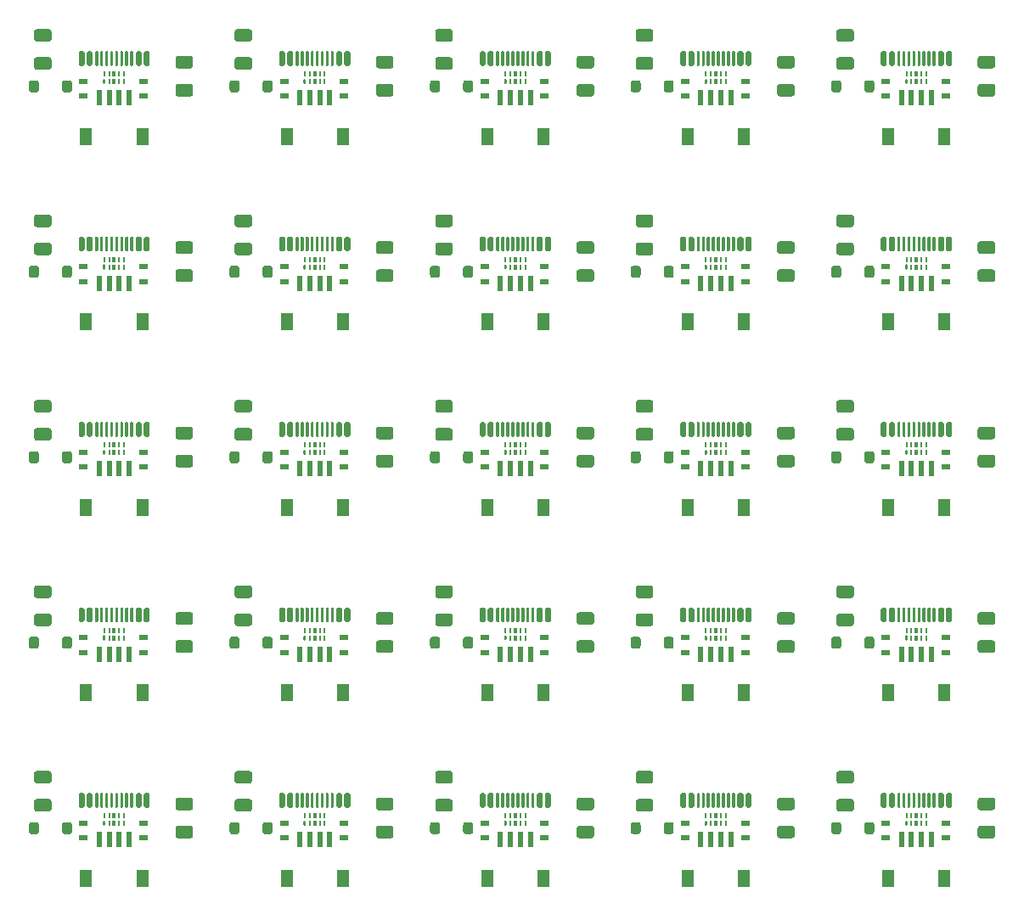
<source format=gtp>
G04 #@! TF.GenerationSoftware,KiCad,Pcbnew,(5.1.11)-1*
G04 #@! TF.CreationDate,2022-07-29T18:03:56+07:00*
G04 #@! TF.ProjectId,Unified-Daughterboard,556e6966-6965-4642-9d44-617567687465,C3*
G04 #@! TF.SameCoordinates,Original*
G04 #@! TF.FileFunction,Paste,Top*
G04 #@! TF.FilePolarity,Positive*
%FSLAX46Y46*%
G04 Gerber Fmt 4.6, Leading zero omitted, Abs format (unit mm)*
G04 Created by KiCad (PCBNEW (5.1.11)-1) date 2022-07-29 18:03:56*
%MOMM*%
%LPD*%
G01*
G04 APERTURE LIST*
%ADD10R,0.900000X0.500000*%
%ADD11R,1.200000X1.800000*%
%ADD12R,0.600000X1.550000*%
%ADD13R,0.300000X0.550000*%
%ADD14R,0.250000X0.550000*%
G04 APERTURE END LIST*
D10*
X157923500Y-140379000D03*
X157923500Y-141879000D03*
X157923500Y-121879000D03*
X157923500Y-123379000D03*
X157923500Y-103379000D03*
X157923500Y-104879000D03*
X157923500Y-84879000D03*
X157923500Y-86379000D03*
X157923500Y-66379000D03*
X157923500Y-67879000D03*
X137923500Y-140379000D03*
X137923500Y-141879000D03*
X137923500Y-121879000D03*
X137923500Y-123379000D03*
X137923500Y-103379000D03*
X137923500Y-104879000D03*
X137923500Y-84879000D03*
X137923500Y-86379000D03*
X137923500Y-66379000D03*
X137923500Y-67879000D03*
X117923500Y-140379000D03*
X117923500Y-141879000D03*
X117923500Y-121879000D03*
X117923500Y-123379000D03*
X117923500Y-103379000D03*
X117923500Y-104879000D03*
X117923500Y-84879000D03*
X117923500Y-86379000D03*
X117923500Y-66379000D03*
X117923500Y-67879000D03*
X97923500Y-140379000D03*
X97923500Y-141879000D03*
X97923500Y-121879000D03*
X97923500Y-123379000D03*
X97923500Y-103379000D03*
X97923500Y-104879000D03*
X97923500Y-84879000D03*
X97923500Y-86379000D03*
X97923500Y-66379000D03*
X97923500Y-67879000D03*
X77923500Y-140379000D03*
X77923500Y-141879000D03*
X77923500Y-121879000D03*
X77923500Y-123379000D03*
X77923500Y-103379000D03*
X77923500Y-104879000D03*
X77923500Y-84879000D03*
X77923500Y-86379000D03*
D11*
X157804500Y-145893000D03*
X152204500Y-145893000D03*
D12*
X153504500Y-142018000D03*
X154504500Y-142018000D03*
X156504500Y-142018000D03*
X155504500Y-142018000D03*
D11*
X157804500Y-127393000D03*
X152204500Y-127393000D03*
D12*
X153504500Y-123518000D03*
X154504500Y-123518000D03*
X156504500Y-123518000D03*
X155504500Y-123518000D03*
D11*
X157804500Y-108893000D03*
X152204500Y-108893000D03*
D12*
X153504500Y-105018000D03*
X154504500Y-105018000D03*
X156504500Y-105018000D03*
X155504500Y-105018000D03*
D11*
X157804500Y-90393000D03*
X152204500Y-90393000D03*
D12*
X153504500Y-86518000D03*
X154504500Y-86518000D03*
X156504500Y-86518000D03*
X155504500Y-86518000D03*
D11*
X157804500Y-71893000D03*
X152204500Y-71893000D03*
D12*
X153504500Y-68018000D03*
X154504500Y-68018000D03*
X156504500Y-68018000D03*
X155504500Y-68018000D03*
D11*
X137804500Y-145893000D03*
X132204500Y-145893000D03*
D12*
X133504500Y-142018000D03*
X134504500Y-142018000D03*
X136504500Y-142018000D03*
X135504500Y-142018000D03*
D11*
X137804500Y-127393000D03*
X132204500Y-127393000D03*
D12*
X133504500Y-123518000D03*
X134504500Y-123518000D03*
X136504500Y-123518000D03*
X135504500Y-123518000D03*
D11*
X137804500Y-108893000D03*
X132204500Y-108893000D03*
D12*
X133504500Y-105018000D03*
X134504500Y-105018000D03*
X136504500Y-105018000D03*
X135504500Y-105018000D03*
D11*
X137804500Y-90393000D03*
X132204500Y-90393000D03*
D12*
X133504500Y-86518000D03*
X134504500Y-86518000D03*
X136504500Y-86518000D03*
X135504500Y-86518000D03*
D11*
X137804500Y-71893000D03*
X132204500Y-71893000D03*
D12*
X133504500Y-68018000D03*
X134504500Y-68018000D03*
X136504500Y-68018000D03*
X135504500Y-68018000D03*
D11*
X117804500Y-145893000D03*
X112204500Y-145893000D03*
D12*
X113504500Y-142018000D03*
X114504500Y-142018000D03*
X116504500Y-142018000D03*
X115504500Y-142018000D03*
D11*
X117804500Y-127393000D03*
X112204500Y-127393000D03*
D12*
X113504500Y-123518000D03*
X114504500Y-123518000D03*
X116504500Y-123518000D03*
X115504500Y-123518000D03*
D11*
X117804500Y-108893000D03*
X112204500Y-108893000D03*
D12*
X113504500Y-105018000D03*
X114504500Y-105018000D03*
X116504500Y-105018000D03*
X115504500Y-105018000D03*
D11*
X117804500Y-90393000D03*
X112204500Y-90393000D03*
D12*
X113504500Y-86518000D03*
X114504500Y-86518000D03*
X116504500Y-86518000D03*
X115504500Y-86518000D03*
D11*
X117804500Y-71893000D03*
X112204500Y-71893000D03*
D12*
X113504500Y-68018000D03*
X114504500Y-68018000D03*
X116504500Y-68018000D03*
X115504500Y-68018000D03*
D11*
X97804500Y-145893000D03*
X92204500Y-145893000D03*
D12*
X93504500Y-142018000D03*
X94504500Y-142018000D03*
X96504500Y-142018000D03*
X95504500Y-142018000D03*
D11*
X97804500Y-127393000D03*
X92204500Y-127393000D03*
D12*
X93504500Y-123518000D03*
X94504500Y-123518000D03*
X96504500Y-123518000D03*
X95504500Y-123518000D03*
D11*
X97804500Y-108893000D03*
X92204500Y-108893000D03*
D12*
X93504500Y-105018000D03*
X94504500Y-105018000D03*
X96504500Y-105018000D03*
X95504500Y-105018000D03*
D11*
X97804500Y-90393000D03*
X92204500Y-90393000D03*
D12*
X93504500Y-86518000D03*
X94504500Y-86518000D03*
X96504500Y-86518000D03*
X95504500Y-86518000D03*
D11*
X97804500Y-71893000D03*
X92204500Y-71893000D03*
D12*
X93504500Y-68018000D03*
X94504500Y-68018000D03*
X96504500Y-68018000D03*
X95504500Y-68018000D03*
D11*
X77804500Y-145893000D03*
X72204500Y-145893000D03*
D12*
X73504500Y-142018000D03*
X74504500Y-142018000D03*
X76504500Y-142018000D03*
X75504500Y-142018000D03*
D11*
X77804500Y-127393000D03*
X72204500Y-127393000D03*
D12*
X73504500Y-123518000D03*
X74504500Y-123518000D03*
X76504500Y-123518000D03*
X75504500Y-123518000D03*
D11*
X77804500Y-108893000D03*
X72204500Y-108893000D03*
D12*
X73504500Y-105018000D03*
X74504500Y-105018000D03*
X76504500Y-105018000D03*
X75504500Y-105018000D03*
D11*
X77804500Y-90393000D03*
X72204500Y-90393000D03*
D12*
X73504500Y-86518000D03*
X74504500Y-86518000D03*
X76504500Y-86518000D03*
X75504500Y-86518000D03*
G36*
G01*
X152852500Y-137543000D02*
X152852500Y-138693000D01*
G75*
G02*
X152702500Y-138843000I-150000J0D01*
G01*
X152402500Y-138843000D01*
G75*
G02*
X152252500Y-138693000I0J150000D01*
G01*
X152252500Y-137543000D01*
G75*
G02*
X152402500Y-137393000I150000J0D01*
G01*
X152702500Y-137393000D01*
G75*
G02*
X152852500Y-137543000I0J-150000D01*
G01*
G37*
G36*
G01*
X152052500Y-137543000D02*
X152052500Y-138693000D01*
G75*
G02*
X151902500Y-138843000I-150000J0D01*
G01*
X151602500Y-138843000D01*
G75*
G02*
X151452500Y-138693000I0J150000D01*
G01*
X151452500Y-137543000D01*
G75*
G02*
X151602500Y-137393000I150000J0D01*
G01*
X151902500Y-137393000D01*
G75*
G02*
X152052500Y-137543000I0J-150000D01*
G01*
G37*
G36*
G01*
X157752500Y-137543000D02*
X157752500Y-138693000D01*
G75*
G02*
X157602500Y-138843000I-150000J0D01*
G01*
X157302500Y-138843000D01*
G75*
G02*
X157152500Y-138693000I0J150000D01*
G01*
X157152500Y-137543000D01*
G75*
G02*
X157302500Y-137393000I150000J0D01*
G01*
X157602500Y-137393000D01*
G75*
G02*
X157752500Y-137543000I0J-150000D01*
G01*
G37*
G36*
G01*
X154902500Y-137468000D02*
X154902500Y-138768000D01*
G75*
G02*
X154827500Y-138843000I-75000J0D01*
G01*
X154677500Y-138843000D01*
G75*
G02*
X154602500Y-138768000I0J75000D01*
G01*
X154602500Y-137468000D01*
G75*
G02*
X154677500Y-137393000I75000J0D01*
G01*
X154827500Y-137393000D01*
G75*
G02*
X154902500Y-137468000I0J-75000D01*
G01*
G37*
G36*
G01*
X154402500Y-137468000D02*
X154402500Y-138768000D01*
G75*
G02*
X154327500Y-138843000I-75000J0D01*
G01*
X154177500Y-138843000D01*
G75*
G02*
X154102500Y-138768000I0J75000D01*
G01*
X154102500Y-137468000D01*
G75*
G02*
X154177500Y-137393000I75000J0D01*
G01*
X154327500Y-137393000D01*
G75*
G02*
X154402500Y-137468000I0J-75000D01*
G01*
G37*
G36*
G01*
X153902500Y-137468000D02*
X153902500Y-138768000D01*
G75*
G02*
X153827500Y-138843000I-75000J0D01*
G01*
X153677500Y-138843000D01*
G75*
G02*
X153602500Y-138768000I0J75000D01*
G01*
X153602500Y-137468000D01*
G75*
G02*
X153677500Y-137393000I75000J0D01*
G01*
X153827500Y-137393000D01*
G75*
G02*
X153902500Y-137468000I0J-75000D01*
G01*
G37*
G36*
G01*
X153402500Y-137468000D02*
X153402500Y-138768000D01*
G75*
G02*
X153327500Y-138843000I-75000J0D01*
G01*
X153177500Y-138843000D01*
G75*
G02*
X153102500Y-138768000I0J75000D01*
G01*
X153102500Y-137468000D01*
G75*
G02*
X153177500Y-137393000I75000J0D01*
G01*
X153327500Y-137393000D01*
G75*
G02*
X153402500Y-137468000I0J-75000D01*
G01*
G37*
G36*
G01*
X155406500Y-137468000D02*
X155406500Y-138768000D01*
G75*
G02*
X155331500Y-138843000I-75000J0D01*
G01*
X155181500Y-138843000D01*
G75*
G02*
X155106500Y-138768000I0J75000D01*
G01*
X155106500Y-137468000D01*
G75*
G02*
X155181500Y-137393000I75000J0D01*
G01*
X155331500Y-137393000D01*
G75*
G02*
X155406500Y-137468000I0J-75000D01*
G01*
G37*
G36*
G01*
X155902500Y-137468000D02*
X155902500Y-138768000D01*
G75*
G02*
X155827500Y-138843000I-75000J0D01*
G01*
X155677500Y-138843000D01*
G75*
G02*
X155602500Y-138768000I0J75000D01*
G01*
X155602500Y-137468000D01*
G75*
G02*
X155677500Y-137393000I75000J0D01*
G01*
X155827500Y-137393000D01*
G75*
G02*
X155902500Y-137468000I0J-75000D01*
G01*
G37*
G36*
G01*
X156402500Y-137468000D02*
X156402500Y-138768000D01*
G75*
G02*
X156327500Y-138843000I-75000J0D01*
G01*
X156177500Y-138843000D01*
G75*
G02*
X156102500Y-138768000I0J75000D01*
G01*
X156102500Y-137468000D01*
G75*
G02*
X156177500Y-137393000I75000J0D01*
G01*
X156327500Y-137393000D01*
G75*
G02*
X156402500Y-137468000I0J-75000D01*
G01*
G37*
G36*
G01*
X156902500Y-137468000D02*
X156902500Y-138768000D01*
G75*
G02*
X156827500Y-138843000I-75000J0D01*
G01*
X156677500Y-138843000D01*
G75*
G02*
X156602500Y-138768000I0J75000D01*
G01*
X156602500Y-137468000D01*
G75*
G02*
X156677500Y-137393000I75000J0D01*
G01*
X156827500Y-137393000D01*
G75*
G02*
X156902500Y-137468000I0J-75000D01*
G01*
G37*
G36*
G01*
X158552500Y-137543000D02*
X158552500Y-138693000D01*
G75*
G02*
X158402500Y-138843000I-150000J0D01*
G01*
X158102500Y-138843000D01*
G75*
G02*
X157952500Y-138693000I0J150000D01*
G01*
X157952500Y-137543000D01*
G75*
G02*
X158102500Y-137393000I150000J0D01*
G01*
X158402500Y-137393000D01*
G75*
G02*
X158552500Y-137543000I0J-150000D01*
G01*
G37*
G36*
G01*
X152852500Y-119043000D02*
X152852500Y-120193000D01*
G75*
G02*
X152702500Y-120343000I-150000J0D01*
G01*
X152402500Y-120343000D01*
G75*
G02*
X152252500Y-120193000I0J150000D01*
G01*
X152252500Y-119043000D01*
G75*
G02*
X152402500Y-118893000I150000J0D01*
G01*
X152702500Y-118893000D01*
G75*
G02*
X152852500Y-119043000I0J-150000D01*
G01*
G37*
G36*
G01*
X152052500Y-119043000D02*
X152052500Y-120193000D01*
G75*
G02*
X151902500Y-120343000I-150000J0D01*
G01*
X151602500Y-120343000D01*
G75*
G02*
X151452500Y-120193000I0J150000D01*
G01*
X151452500Y-119043000D01*
G75*
G02*
X151602500Y-118893000I150000J0D01*
G01*
X151902500Y-118893000D01*
G75*
G02*
X152052500Y-119043000I0J-150000D01*
G01*
G37*
G36*
G01*
X157752500Y-119043000D02*
X157752500Y-120193000D01*
G75*
G02*
X157602500Y-120343000I-150000J0D01*
G01*
X157302500Y-120343000D01*
G75*
G02*
X157152500Y-120193000I0J150000D01*
G01*
X157152500Y-119043000D01*
G75*
G02*
X157302500Y-118893000I150000J0D01*
G01*
X157602500Y-118893000D01*
G75*
G02*
X157752500Y-119043000I0J-150000D01*
G01*
G37*
G36*
G01*
X154902500Y-118968000D02*
X154902500Y-120268000D01*
G75*
G02*
X154827500Y-120343000I-75000J0D01*
G01*
X154677500Y-120343000D01*
G75*
G02*
X154602500Y-120268000I0J75000D01*
G01*
X154602500Y-118968000D01*
G75*
G02*
X154677500Y-118893000I75000J0D01*
G01*
X154827500Y-118893000D01*
G75*
G02*
X154902500Y-118968000I0J-75000D01*
G01*
G37*
G36*
G01*
X154402500Y-118968000D02*
X154402500Y-120268000D01*
G75*
G02*
X154327500Y-120343000I-75000J0D01*
G01*
X154177500Y-120343000D01*
G75*
G02*
X154102500Y-120268000I0J75000D01*
G01*
X154102500Y-118968000D01*
G75*
G02*
X154177500Y-118893000I75000J0D01*
G01*
X154327500Y-118893000D01*
G75*
G02*
X154402500Y-118968000I0J-75000D01*
G01*
G37*
G36*
G01*
X153902500Y-118968000D02*
X153902500Y-120268000D01*
G75*
G02*
X153827500Y-120343000I-75000J0D01*
G01*
X153677500Y-120343000D01*
G75*
G02*
X153602500Y-120268000I0J75000D01*
G01*
X153602500Y-118968000D01*
G75*
G02*
X153677500Y-118893000I75000J0D01*
G01*
X153827500Y-118893000D01*
G75*
G02*
X153902500Y-118968000I0J-75000D01*
G01*
G37*
G36*
G01*
X153402500Y-118968000D02*
X153402500Y-120268000D01*
G75*
G02*
X153327500Y-120343000I-75000J0D01*
G01*
X153177500Y-120343000D01*
G75*
G02*
X153102500Y-120268000I0J75000D01*
G01*
X153102500Y-118968000D01*
G75*
G02*
X153177500Y-118893000I75000J0D01*
G01*
X153327500Y-118893000D01*
G75*
G02*
X153402500Y-118968000I0J-75000D01*
G01*
G37*
G36*
G01*
X155406500Y-118968000D02*
X155406500Y-120268000D01*
G75*
G02*
X155331500Y-120343000I-75000J0D01*
G01*
X155181500Y-120343000D01*
G75*
G02*
X155106500Y-120268000I0J75000D01*
G01*
X155106500Y-118968000D01*
G75*
G02*
X155181500Y-118893000I75000J0D01*
G01*
X155331500Y-118893000D01*
G75*
G02*
X155406500Y-118968000I0J-75000D01*
G01*
G37*
G36*
G01*
X155902500Y-118968000D02*
X155902500Y-120268000D01*
G75*
G02*
X155827500Y-120343000I-75000J0D01*
G01*
X155677500Y-120343000D01*
G75*
G02*
X155602500Y-120268000I0J75000D01*
G01*
X155602500Y-118968000D01*
G75*
G02*
X155677500Y-118893000I75000J0D01*
G01*
X155827500Y-118893000D01*
G75*
G02*
X155902500Y-118968000I0J-75000D01*
G01*
G37*
G36*
G01*
X156402500Y-118968000D02*
X156402500Y-120268000D01*
G75*
G02*
X156327500Y-120343000I-75000J0D01*
G01*
X156177500Y-120343000D01*
G75*
G02*
X156102500Y-120268000I0J75000D01*
G01*
X156102500Y-118968000D01*
G75*
G02*
X156177500Y-118893000I75000J0D01*
G01*
X156327500Y-118893000D01*
G75*
G02*
X156402500Y-118968000I0J-75000D01*
G01*
G37*
G36*
G01*
X156902500Y-118968000D02*
X156902500Y-120268000D01*
G75*
G02*
X156827500Y-120343000I-75000J0D01*
G01*
X156677500Y-120343000D01*
G75*
G02*
X156602500Y-120268000I0J75000D01*
G01*
X156602500Y-118968000D01*
G75*
G02*
X156677500Y-118893000I75000J0D01*
G01*
X156827500Y-118893000D01*
G75*
G02*
X156902500Y-118968000I0J-75000D01*
G01*
G37*
G36*
G01*
X158552500Y-119043000D02*
X158552500Y-120193000D01*
G75*
G02*
X158402500Y-120343000I-150000J0D01*
G01*
X158102500Y-120343000D01*
G75*
G02*
X157952500Y-120193000I0J150000D01*
G01*
X157952500Y-119043000D01*
G75*
G02*
X158102500Y-118893000I150000J0D01*
G01*
X158402500Y-118893000D01*
G75*
G02*
X158552500Y-119043000I0J-150000D01*
G01*
G37*
G36*
G01*
X152852500Y-100543000D02*
X152852500Y-101693000D01*
G75*
G02*
X152702500Y-101843000I-150000J0D01*
G01*
X152402500Y-101843000D01*
G75*
G02*
X152252500Y-101693000I0J150000D01*
G01*
X152252500Y-100543000D01*
G75*
G02*
X152402500Y-100393000I150000J0D01*
G01*
X152702500Y-100393000D01*
G75*
G02*
X152852500Y-100543000I0J-150000D01*
G01*
G37*
G36*
G01*
X152052500Y-100543000D02*
X152052500Y-101693000D01*
G75*
G02*
X151902500Y-101843000I-150000J0D01*
G01*
X151602500Y-101843000D01*
G75*
G02*
X151452500Y-101693000I0J150000D01*
G01*
X151452500Y-100543000D01*
G75*
G02*
X151602500Y-100393000I150000J0D01*
G01*
X151902500Y-100393000D01*
G75*
G02*
X152052500Y-100543000I0J-150000D01*
G01*
G37*
G36*
G01*
X157752500Y-100543000D02*
X157752500Y-101693000D01*
G75*
G02*
X157602500Y-101843000I-150000J0D01*
G01*
X157302500Y-101843000D01*
G75*
G02*
X157152500Y-101693000I0J150000D01*
G01*
X157152500Y-100543000D01*
G75*
G02*
X157302500Y-100393000I150000J0D01*
G01*
X157602500Y-100393000D01*
G75*
G02*
X157752500Y-100543000I0J-150000D01*
G01*
G37*
G36*
G01*
X154902500Y-100468000D02*
X154902500Y-101768000D01*
G75*
G02*
X154827500Y-101843000I-75000J0D01*
G01*
X154677500Y-101843000D01*
G75*
G02*
X154602500Y-101768000I0J75000D01*
G01*
X154602500Y-100468000D01*
G75*
G02*
X154677500Y-100393000I75000J0D01*
G01*
X154827500Y-100393000D01*
G75*
G02*
X154902500Y-100468000I0J-75000D01*
G01*
G37*
G36*
G01*
X154402500Y-100468000D02*
X154402500Y-101768000D01*
G75*
G02*
X154327500Y-101843000I-75000J0D01*
G01*
X154177500Y-101843000D01*
G75*
G02*
X154102500Y-101768000I0J75000D01*
G01*
X154102500Y-100468000D01*
G75*
G02*
X154177500Y-100393000I75000J0D01*
G01*
X154327500Y-100393000D01*
G75*
G02*
X154402500Y-100468000I0J-75000D01*
G01*
G37*
G36*
G01*
X153902500Y-100468000D02*
X153902500Y-101768000D01*
G75*
G02*
X153827500Y-101843000I-75000J0D01*
G01*
X153677500Y-101843000D01*
G75*
G02*
X153602500Y-101768000I0J75000D01*
G01*
X153602500Y-100468000D01*
G75*
G02*
X153677500Y-100393000I75000J0D01*
G01*
X153827500Y-100393000D01*
G75*
G02*
X153902500Y-100468000I0J-75000D01*
G01*
G37*
G36*
G01*
X153402500Y-100468000D02*
X153402500Y-101768000D01*
G75*
G02*
X153327500Y-101843000I-75000J0D01*
G01*
X153177500Y-101843000D01*
G75*
G02*
X153102500Y-101768000I0J75000D01*
G01*
X153102500Y-100468000D01*
G75*
G02*
X153177500Y-100393000I75000J0D01*
G01*
X153327500Y-100393000D01*
G75*
G02*
X153402500Y-100468000I0J-75000D01*
G01*
G37*
G36*
G01*
X155406500Y-100468000D02*
X155406500Y-101768000D01*
G75*
G02*
X155331500Y-101843000I-75000J0D01*
G01*
X155181500Y-101843000D01*
G75*
G02*
X155106500Y-101768000I0J75000D01*
G01*
X155106500Y-100468000D01*
G75*
G02*
X155181500Y-100393000I75000J0D01*
G01*
X155331500Y-100393000D01*
G75*
G02*
X155406500Y-100468000I0J-75000D01*
G01*
G37*
G36*
G01*
X155902500Y-100468000D02*
X155902500Y-101768000D01*
G75*
G02*
X155827500Y-101843000I-75000J0D01*
G01*
X155677500Y-101843000D01*
G75*
G02*
X155602500Y-101768000I0J75000D01*
G01*
X155602500Y-100468000D01*
G75*
G02*
X155677500Y-100393000I75000J0D01*
G01*
X155827500Y-100393000D01*
G75*
G02*
X155902500Y-100468000I0J-75000D01*
G01*
G37*
G36*
G01*
X156402500Y-100468000D02*
X156402500Y-101768000D01*
G75*
G02*
X156327500Y-101843000I-75000J0D01*
G01*
X156177500Y-101843000D01*
G75*
G02*
X156102500Y-101768000I0J75000D01*
G01*
X156102500Y-100468000D01*
G75*
G02*
X156177500Y-100393000I75000J0D01*
G01*
X156327500Y-100393000D01*
G75*
G02*
X156402500Y-100468000I0J-75000D01*
G01*
G37*
G36*
G01*
X156902500Y-100468000D02*
X156902500Y-101768000D01*
G75*
G02*
X156827500Y-101843000I-75000J0D01*
G01*
X156677500Y-101843000D01*
G75*
G02*
X156602500Y-101768000I0J75000D01*
G01*
X156602500Y-100468000D01*
G75*
G02*
X156677500Y-100393000I75000J0D01*
G01*
X156827500Y-100393000D01*
G75*
G02*
X156902500Y-100468000I0J-75000D01*
G01*
G37*
G36*
G01*
X158552500Y-100543000D02*
X158552500Y-101693000D01*
G75*
G02*
X158402500Y-101843000I-150000J0D01*
G01*
X158102500Y-101843000D01*
G75*
G02*
X157952500Y-101693000I0J150000D01*
G01*
X157952500Y-100543000D01*
G75*
G02*
X158102500Y-100393000I150000J0D01*
G01*
X158402500Y-100393000D01*
G75*
G02*
X158552500Y-100543000I0J-150000D01*
G01*
G37*
G36*
G01*
X152852500Y-82043000D02*
X152852500Y-83193000D01*
G75*
G02*
X152702500Y-83343000I-150000J0D01*
G01*
X152402500Y-83343000D01*
G75*
G02*
X152252500Y-83193000I0J150000D01*
G01*
X152252500Y-82043000D01*
G75*
G02*
X152402500Y-81893000I150000J0D01*
G01*
X152702500Y-81893000D01*
G75*
G02*
X152852500Y-82043000I0J-150000D01*
G01*
G37*
G36*
G01*
X152052500Y-82043000D02*
X152052500Y-83193000D01*
G75*
G02*
X151902500Y-83343000I-150000J0D01*
G01*
X151602500Y-83343000D01*
G75*
G02*
X151452500Y-83193000I0J150000D01*
G01*
X151452500Y-82043000D01*
G75*
G02*
X151602500Y-81893000I150000J0D01*
G01*
X151902500Y-81893000D01*
G75*
G02*
X152052500Y-82043000I0J-150000D01*
G01*
G37*
G36*
G01*
X157752500Y-82043000D02*
X157752500Y-83193000D01*
G75*
G02*
X157602500Y-83343000I-150000J0D01*
G01*
X157302500Y-83343000D01*
G75*
G02*
X157152500Y-83193000I0J150000D01*
G01*
X157152500Y-82043000D01*
G75*
G02*
X157302500Y-81893000I150000J0D01*
G01*
X157602500Y-81893000D01*
G75*
G02*
X157752500Y-82043000I0J-150000D01*
G01*
G37*
G36*
G01*
X154902500Y-81968000D02*
X154902500Y-83268000D01*
G75*
G02*
X154827500Y-83343000I-75000J0D01*
G01*
X154677500Y-83343000D01*
G75*
G02*
X154602500Y-83268000I0J75000D01*
G01*
X154602500Y-81968000D01*
G75*
G02*
X154677500Y-81893000I75000J0D01*
G01*
X154827500Y-81893000D01*
G75*
G02*
X154902500Y-81968000I0J-75000D01*
G01*
G37*
G36*
G01*
X154402500Y-81968000D02*
X154402500Y-83268000D01*
G75*
G02*
X154327500Y-83343000I-75000J0D01*
G01*
X154177500Y-83343000D01*
G75*
G02*
X154102500Y-83268000I0J75000D01*
G01*
X154102500Y-81968000D01*
G75*
G02*
X154177500Y-81893000I75000J0D01*
G01*
X154327500Y-81893000D01*
G75*
G02*
X154402500Y-81968000I0J-75000D01*
G01*
G37*
G36*
G01*
X153902500Y-81968000D02*
X153902500Y-83268000D01*
G75*
G02*
X153827500Y-83343000I-75000J0D01*
G01*
X153677500Y-83343000D01*
G75*
G02*
X153602500Y-83268000I0J75000D01*
G01*
X153602500Y-81968000D01*
G75*
G02*
X153677500Y-81893000I75000J0D01*
G01*
X153827500Y-81893000D01*
G75*
G02*
X153902500Y-81968000I0J-75000D01*
G01*
G37*
G36*
G01*
X153402500Y-81968000D02*
X153402500Y-83268000D01*
G75*
G02*
X153327500Y-83343000I-75000J0D01*
G01*
X153177500Y-83343000D01*
G75*
G02*
X153102500Y-83268000I0J75000D01*
G01*
X153102500Y-81968000D01*
G75*
G02*
X153177500Y-81893000I75000J0D01*
G01*
X153327500Y-81893000D01*
G75*
G02*
X153402500Y-81968000I0J-75000D01*
G01*
G37*
G36*
G01*
X155406500Y-81968000D02*
X155406500Y-83268000D01*
G75*
G02*
X155331500Y-83343000I-75000J0D01*
G01*
X155181500Y-83343000D01*
G75*
G02*
X155106500Y-83268000I0J75000D01*
G01*
X155106500Y-81968000D01*
G75*
G02*
X155181500Y-81893000I75000J0D01*
G01*
X155331500Y-81893000D01*
G75*
G02*
X155406500Y-81968000I0J-75000D01*
G01*
G37*
G36*
G01*
X155902500Y-81968000D02*
X155902500Y-83268000D01*
G75*
G02*
X155827500Y-83343000I-75000J0D01*
G01*
X155677500Y-83343000D01*
G75*
G02*
X155602500Y-83268000I0J75000D01*
G01*
X155602500Y-81968000D01*
G75*
G02*
X155677500Y-81893000I75000J0D01*
G01*
X155827500Y-81893000D01*
G75*
G02*
X155902500Y-81968000I0J-75000D01*
G01*
G37*
G36*
G01*
X156402500Y-81968000D02*
X156402500Y-83268000D01*
G75*
G02*
X156327500Y-83343000I-75000J0D01*
G01*
X156177500Y-83343000D01*
G75*
G02*
X156102500Y-83268000I0J75000D01*
G01*
X156102500Y-81968000D01*
G75*
G02*
X156177500Y-81893000I75000J0D01*
G01*
X156327500Y-81893000D01*
G75*
G02*
X156402500Y-81968000I0J-75000D01*
G01*
G37*
G36*
G01*
X156902500Y-81968000D02*
X156902500Y-83268000D01*
G75*
G02*
X156827500Y-83343000I-75000J0D01*
G01*
X156677500Y-83343000D01*
G75*
G02*
X156602500Y-83268000I0J75000D01*
G01*
X156602500Y-81968000D01*
G75*
G02*
X156677500Y-81893000I75000J0D01*
G01*
X156827500Y-81893000D01*
G75*
G02*
X156902500Y-81968000I0J-75000D01*
G01*
G37*
G36*
G01*
X158552500Y-82043000D02*
X158552500Y-83193000D01*
G75*
G02*
X158402500Y-83343000I-150000J0D01*
G01*
X158102500Y-83343000D01*
G75*
G02*
X157952500Y-83193000I0J150000D01*
G01*
X157952500Y-82043000D01*
G75*
G02*
X158102500Y-81893000I150000J0D01*
G01*
X158402500Y-81893000D01*
G75*
G02*
X158552500Y-82043000I0J-150000D01*
G01*
G37*
G36*
G01*
X152852500Y-63543000D02*
X152852500Y-64693000D01*
G75*
G02*
X152702500Y-64843000I-150000J0D01*
G01*
X152402500Y-64843000D01*
G75*
G02*
X152252500Y-64693000I0J150000D01*
G01*
X152252500Y-63543000D01*
G75*
G02*
X152402500Y-63393000I150000J0D01*
G01*
X152702500Y-63393000D01*
G75*
G02*
X152852500Y-63543000I0J-150000D01*
G01*
G37*
G36*
G01*
X152052500Y-63543000D02*
X152052500Y-64693000D01*
G75*
G02*
X151902500Y-64843000I-150000J0D01*
G01*
X151602500Y-64843000D01*
G75*
G02*
X151452500Y-64693000I0J150000D01*
G01*
X151452500Y-63543000D01*
G75*
G02*
X151602500Y-63393000I150000J0D01*
G01*
X151902500Y-63393000D01*
G75*
G02*
X152052500Y-63543000I0J-150000D01*
G01*
G37*
G36*
G01*
X157752500Y-63543000D02*
X157752500Y-64693000D01*
G75*
G02*
X157602500Y-64843000I-150000J0D01*
G01*
X157302500Y-64843000D01*
G75*
G02*
X157152500Y-64693000I0J150000D01*
G01*
X157152500Y-63543000D01*
G75*
G02*
X157302500Y-63393000I150000J0D01*
G01*
X157602500Y-63393000D01*
G75*
G02*
X157752500Y-63543000I0J-150000D01*
G01*
G37*
G36*
G01*
X154902500Y-63468000D02*
X154902500Y-64768000D01*
G75*
G02*
X154827500Y-64843000I-75000J0D01*
G01*
X154677500Y-64843000D01*
G75*
G02*
X154602500Y-64768000I0J75000D01*
G01*
X154602500Y-63468000D01*
G75*
G02*
X154677500Y-63393000I75000J0D01*
G01*
X154827500Y-63393000D01*
G75*
G02*
X154902500Y-63468000I0J-75000D01*
G01*
G37*
G36*
G01*
X154402500Y-63468000D02*
X154402500Y-64768000D01*
G75*
G02*
X154327500Y-64843000I-75000J0D01*
G01*
X154177500Y-64843000D01*
G75*
G02*
X154102500Y-64768000I0J75000D01*
G01*
X154102500Y-63468000D01*
G75*
G02*
X154177500Y-63393000I75000J0D01*
G01*
X154327500Y-63393000D01*
G75*
G02*
X154402500Y-63468000I0J-75000D01*
G01*
G37*
G36*
G01*
X153902500Y-63468000D02*
X153902500Y-64768000D01*
G75*
G02*
X153827500Y-64843000I-75000J0D01*
G01*
X153677500Y-64843000D01*
G75*
G02*
X153602500Y-64768000I0J75000D01*
G01*
X153602500Y-63468000D01*
G75*
G02*
X153677500Y-63393000I75000J0D01*
G01*
X153827500Y-63393000D01*
G75*
G02*
X153902500Y-63468000I0J-75000D01*
G01*
G37*
G36*
G01*
X153402500Y-63468000D02*
X153402500Y-64768000D01*
G75*
G02*
X153327500Y-64843000I-75000J0D01*
G01*
X153177500Y-64843000D01*
G75*
G02*
X153102500Y-64768000I0J75000D01*
G01*
X153102500Y-63468000D01*
G75*
G02*
X153177500Y-63393000I75000J0D01*
G01*
X153327500Y-63393000D01*
G75*
G02*
X153402500Y-63468000I0J-75000D01*
G01*
G37*
G36*
G01*
X155406500Y-63468000D02*
X155406500Y-64768000D01*
G75*
G02*
X155331500Y-64843000I-75000J0D01*
G01*
X155181500Y-64843000D01*
G75*
G02*
X155106500Y-64768000I0J75000D01*
G01*
X155106500Y-63468000D01*
G75*
G02*
X155181500Y-63393000I75000J0D01*
G01*
X155331500Y-63393000D01*
G75*
G02*
X155406500Y-63468000I0J-75000D01*
G01*
G37*
G36*
G01*
X155902500Y-63468000D02*
X155902500Y-64768000D01*
G75*
G02*
X155827500Y-64843000I-75000J0D01*
G01*
X155677500Y-64843000D01*
G75*
G02*
X155602500Y-64768000I0J75000D01*
G01*
X155602500Y-63468000D01*
G75*
G02*
X155677500Y-63393000I75000J0D01*
G01*
X155827500Y-63393000D01*
G75*
G02*
X155902500Y-63468000I0J-75000D01*
G01*
G37*
G36*
G01*
X156402500Y-63468000D02*
X156402500Y-64768000D01*
G75*
G02*
X156327500Y-64843000I-75000J0D01*
G01*
X156177500Y-64843000D01*
G75*
G02*
X156102500Y-64768000I0J75000D01*
G01*
X156102500Y-63468000D01*
G75*
G02*
X156177500Y-63393000I75000J0D01*
G01*
X156327500Y-63393000D01*
G75*
G02*
X156402500Y-63468000I0J-75000D01*
G01*
G37*
G36*
G01*
X156902500Y-63468000D02*
X156902500Y-64768000D01*
G75*
G02*
X156827500Y-64843000I-75000J0D01*
G01*
X156677500Y-64843000D01*
G75*
G02*
X156602500Y-64768000I0J75000D01*
G01*
X156602500Y-63468000D01*
G75*
G02*
X156677500Y-63393000I75000J0D01*
G01*
X156827500Y-63393000D01*
G75*
G02*
X156902500Y-63468000I0J-75000D01*
G01*
G37*
G36*
G01*
X158552500Y-63543000D02*
X158552500Y-64693000D01*
G75*
G02*
X158402500Y-64843000I-150000J0D01*
G01*
X158102500Y-64843000D01*
G75*
G02*
X157952500Y-64693000I0J150000D01*
G01*
X157952500Y-63543000D01*
G75*
G02*
X158102500Y-63393000I150000J0D01*
G01*
X158402500Y-63393000D01*
G75*
G02*
X158552500Y-63543000I0J-150000D01*
G01*
G37*
G36*
G01*
X132852500Y-137543000D02*
X132852500Y-138693000D01*
G75*
G02*
X132702500Y-138843000I-150000J0D01*
G01*
X132402500Y-138843000D01*
G75*
G02*
X132252500Y-138693000I0J150000D01*
G01*
X132252500Y-137543000D01*
G75*
G02*
X132402500Y-137393000I150000J0D01*
G01*
X132702500Y-137393000D01*
G75*
G02*
X132852500Y-137543000I0J-150000D01*
G01*
G37*
G36*
G01*
X132052500Y-137543000D02*
X132052500Y-138693000D01*
G75*
G02*
X131902500Y-138843000I-150000J0D01*
G01*
X131602500Y-138843000D01*
G75*
G02*
X131452500Y-138693000I0J150000D01*
G01*
X131452500Y-137543000D01*
G75*
G02*
X131602500Y-137393000I150000J0D01*
G01*
X131902500Y-137393000D01*
G75*
G02*
X132052500Y-137543000I0J-150000D01*
G01*
G37*
G36*
G01*
X137752500Y-137543000D02*
X137752500Y-138693000D01*
G75*
G02*
X137602500Y-138843000I-150000J0D01*
G01*
X137302500Y-138843000D01*
G75*
G02*
X137152500Y-138693000I0J150000D01*
G01*
X137152500Y-137543000D01*
G75*
G02*
X137302500Y-137393000I150000J0D01*
G01*
X137602500Y-137393000D01*
G75*
G02*
X137752500Y-137543000I0J-150000D01*
G01*
G37*
G36*
G01*
X134902500Y-137468000D02*
X134902500Y-138768000D01*
G75*
G02*
X134827500Y-138843000I-75000J0D01*
G01*
X134677500Y-138843000D01*
G75*
G02*
X134602500Y-138768000I0J75000D01*
G01*
X134602500Y-137468000D01*
G75*
G02*
X134677500Y-137393000I75000J0D01*
G01*
X134827500Y-137393000D01*
G75*
G02*
X134902500Y-137468000I0J-75000D01*
G01*
G37*
G36*
G01*
X134402500Y-137468000D02*
X134402500Y-138768000D01*
G75*
G02*
X134327500Y-138843000I-75000J0D01*
G01*
X134177500Y-138843000D01*
G75*
G02*
X134102500Y-138768000I0J75000D01*
G01*
X134102500Y-137468000D01*
G75*
G02*
X134177500Y-137393000I75000J0D01*
G01*
X134327500Y-137393000D01*
G75*
G02*
X134402500Y-137468000I0J-75000D01*
G01*
G37*
G36*
G01*
X133902500Y-137468000D02*
X133902500Y-138768000D01*
G75*
G02*
X133827500Y-138843000I-75000J0D01*
G01*
X133677500Y-138843000D01*
G75*
G02*
X133602500Y-138768000I0J75000D01*
G01*
X133602500Y-137468000D01*
G75*
G02*
X133677500Y-137393000I75000J0D01*
G01*
X133827500Y-137393000D01*
G75*
G02*
X133902500Y-137468000I0J-75000D01*
G01*
G37*
G36*
G01*
X133402500Y-137468000D02*
X133402500Y-138768000D01*
G75*
G02*
X133327500Y-138843000I-75000J0D01*
G01*
X133177500Y-138843000D01*
G75*
G02*
X133102500Y-138768000I0J75000D01*
G01*
X133102500Y-137468000D01*
G75*
G02*
X133177500Y-137393000I75000J0D01*
G01*
X133327500Y-137393000D01*
G75*
G02*
X133402500Y-137468000I0J-75000D01*
G01*
G37*
G36*
G01*
X135406500Y-137468000D02*
X135406500Y-138768000D01*
G75*
G02*
X135331500Y-138843000I-75000J0D01*
G01*
X135181500Y-138843000D01*
G75*
G02*
X135106500Y-138768000I0J75000D01*
G01*
X135106500Y-137468000D01*
G75*
G02*
X135181500Y-137393000I75000J0D01*
G01*
X135331500Y-137393000D01*
G75*
G02*
X135406500Y-137468000I0J-75000D01*
G01*
G37*
G36*
G01*
X135902500Y-137468000D02*
X135902500Y-138768000D01*
G75*
G02*
X135827500Y-138843000I-75000J0D01*
G01*
X135677500Y-138843000D01*
G75*
G02*
X135602500Y-138768000I0J75000D01*
G01*
X135602500Y-137468000D01*
G75*
G02*
X135677500Y-137393000I75000J0D01*
G01*
X135827500Y-137393000D01*
G75*
G02*
X135902500Y-137468000I0J-75000D01*
G01*
G37*
G36*
G01*
X136402500Y-137468000D02*
X136402500Y-138768000D01*
G75*
G02*
X136327500Y-138843000I-75000J0D01*
G01*
X136177500Y-138843000D01*
G75*
G02*
X136102500Y-138768000I0J75000D01*
G01*
X136102500Y-137468000D01*
G75*
G02*
X136177500Y-137393000I75000J0D01*
G01*
X136327500Y-137393000D01*
G75*
G02*
X136402500Y-137468000I0J-75000D01*
G01*
G37*
G36*
G01*
X136902500Y-137468000D02*
X136902500Y-138768000D01*
G75*
G02*
X136827500Y-138843000I-75000J0D01*
G01*
X136677500Y-138843000D01*
G75*
G02*
X136602500Y-138768000I0J75000D01*
G01*
X136602500Y-137468000D01*
G75*
G02*
X136677500Y-137393000I75000J0D01*
G01*
X136827500Y-137393000D01*
G75*
G02*
X136902500Y-137468000I0J-75000D01*
G01*
G37*
G36*
G01*
X138552500Y-137543000D02*
X138552500Y-138693000D01*
G75*
G02*
X138402500Y-138843000I-150000J0D01*
G01*
X138102500Y-138843000D01*
G75*
G02*
X137952500Y-138693000I0J150000D01*
G01*
X137952500Y-137543000D01*
G75*
G02*
X138102500Y-137393000I150000J0D01*
G01*
X138402500Y-137393000D01*
G75*
G02*
X138552500Y-137543000I0J-150000D01*
G01*
G37*
G36*
G01*
X132852500Y-119043000D02*
X132852500Y-120193000D01*
G75*
G02*
X132702500Y-120343000I-150000J0D01*
G01*
X132402500Y-120343000D01*
G75*
G02*
X132252500Y-120193000I0J150000D01*
G01*
X132252500Y-119043000D01*
G75*
G02*
X132402500Y-118893000I150000J0D01*
G01*
X132702500Y-118893000D01*
G75*
G02*
X132852500Y-119043000I0J-150000D01*
G01*
G37*
G36*
G01*
X132052500Y-119043000D02*
X132052500Y-120193000D01*
G75*
G02*
X131902500Y-120343000I-150000J0D01*
G01*
X131602500Y-120343000D01*
G75*
G02*
X131452500Y-120193000I0J150000D01*
G01*
X131452500Y-119043000D01*
G75*
G02*
X131602500Y-118893000I150000J0D01*
G01*
X131902500Y-118893000D01*
G75*
G02*
X132052500Y-119043000I0J-150000D01*
G01*
G37*
G36*
G01*
X137752500Y-119043000D02*
X137752500Y-120193000D01*
G75*
G02*
X137602500Y-120343000I-150000J0D01*
G01*
X137302500Y-120343000D01*
G75*
G02*
X137152500Y-120193000I0J150000D01*
G01*
X137152500Y-119043000D01*
G75*
G02*
X137302500Y-118893000I150000J0D01*
G01*
X137602500Y-118893000D01*
G75*
G02*
X137752500Y-119043000I0J-150000D01*
G01*
G37*
G36*
G01*
X134902500Y-118968000D02*
X134902500Y-120268000D01*
G75*
G02*
X134827500Y-120343000I-75000J0D01*
G01*
X134677500Y-120343000D01*
G75*
G02*
X134602500Y-120268000I0J75000D01*
G01*
X134602500Y-118968000D01*
G75*
G02*
X134677500Y-118893000I75000J0D01*
G01*
X134827500Y-118893000D01*
G75*
G02*
X134902500Y-118968000I0J-75000D01*
G01*
G37*
G36*
G01*
X134402500Y-118968000D02*
X134402500Y-120268000D01*
G75*
G02*
X134327500Y-120343000I-75000J0D01*
G01*
X134177500Y-120343000D01*
G75*
G02*
X134102500Y-120268000I0J75000D01*
G01*
X134102500Y-118968000D01*
G75*
G02*
X134177500Y-118893000I75000J0D01*
G01*
X134327500Y-118893000D01*
G75*
G02*
X134402500Y-118968000I0J-75000D01*
G01*
G37*
G36*
G01*
X133902500Y-118968000D02*
X133902500Y-120268000D01*
G75*
G02*
X133827500Y-120343000I-75000J0D01*
G01*
X133677500Y-120343000D01*
G75*
G02*
X133602500Y-120268000I0J75000D01*
G01*
X133602500Y-118968000D01*
G75*
G02*
X133677500Y-118893000I75000J0D01*
G01*
X133827500Y-118893000D01*
G75*
G02*
X133902500Y-118968000I0J-75000D01*
G01*
G37*
G36*
G01*
X133402500Y-118968000D02*
X133402500Y-120268000D01*
G75*
G02*
X133327500Y-120343000I-75000J0D01*
G01*
X133177500Y-120343000D01*
G75*
G02*
X133102500Y-120268000I0J75000D01*
G01*
X133102500Y-118968000D01*
G75*
G02*
X133177500Y-118893000I75000J0D01*
G01*
X133327500Y-118893000D01*
G75*
G02*
X133402500Y-118968000I0J-75000D01*
G01*
G37*
G36*
G01*
X135406500Y-118968000D02*
X135406500Y-120268000D01*
G75*
G02*
X135331500Y-120343000I-75000J0D01*
G01*
X135181500Y-120343000D01*
G75*
G02*
X135106500Y-120268000I0J75000D01*
G01*
X135106500Y-118968000D01*
G75*
G02*
X135181500Y-118893000I75000J0D01*
G01*
X135331500Y-118893000D01*
G75*
G02*
X135406500Y-118968000I0J-75000D01*
G01*
G37*
G36*
G01*
X135902500Y-118968000D02*
X135902500Y-120268000D01*
G75*
G02*
X135827500Y-120343000I-75000J0D01*
G01*
X135677500Y-120343000D01*
G75*
G02*
X135602500Y-120268000I0J75000D01*
G01*
X135602500Y-118968000D01*
G75*
G02*
X135677500Y-118893000I75000J0D01*
G01*
X135827500Y-118893000D01*
G75*
G02*
X135902500Y-118968000I0J-75000D01*
G01*
G37*
G36*
G01*
X136402500Y-118968000D02*
X136402500Y-120268000D01*
G75*
G02*
X136327500Y-120343000I-75000J0D01*
G01*
X136177500Y-120343000D01*
G75*
G02*
X136102500Y-120268000I0J75000D01*
G01*
X136102500Y-118968000D01*
G75*
G02*
X136177500Y-118893000I75000J0D01*
G01*
X136327500Y-118893000D01*
G75*
G02*
X136402500Y-118968000I0J-75000D01*
G01*
G37*
G36*
G01*
X136902500Y-118968000D02*
X136902500Y-120268000D01*
G75*
G02*
X136827500Y-120343000I-75000J0D01*
G01*
X136677500Y-120343000D01*
G75*
G02*
X136602500Y-120268000I0J75000D01*
G01*
X136602500Y-118968000D01*
G75*
G02*
X136677500Y-118893000I75000J0D01*
G01*
X136827500Y-118893000D01*
G75*
G02*
X136902500Y-118968000I0J-75000D01*
G01*
G37*
G36*
G01*
X138552500Y-119043000D02*
X138552500Y-120193000D01*
G75*
G02*
X138402500Y-120343000I-150000J0D01*
G01*
X138102500Y-120343000D01*
G75*
G02*
X137952500Y-120193000I0J150000D01*
G01*
X137952500Y-119043000D01*
G75*
G02*
X138102500Y-118893000I150000J0D01*
G01*
X138402500Y-118893000D01*
G75*
G02*
X138552500Y-119043000I0J-150000D01*
G01*
G37*
G36*
G01*
X132852500Y-100543000D02*
X132852500Y-101693000D01*
G75*
G02*
X132702500Y-101843000I-150000J0D01*
G01*
X132402500Y-101843000D01*
G75*
G02*
X132252500Y-101693000I0J150000D01*
G01*
X132252500Y-100543000D01*
G75*
G02*
X132402500Y-100393000I150000J0D01*
G01*
X132702500Y-100393000D01*
G75*
G02*
X132852500Y-100543000I0J-150000D01*
G01*
G37*
G36*
G01*
X132052500Y-100543000D02*
X132052500Y-101693000D01*
G75*
G02*
X131902500Y-101843000I-150000J0D01*
G01*
X131602500Y-101843000D01*
G75*
G02*
X131452500Y-101693000I0J150000D01*
G01*
X131452500Y-100543000D01*
G75*
G02*
X131602500Y-100393000I150000J0D01*
G01*
X131902500Y-100393000D01*
G75*
G02*
X132052500Y-100543000I0J-150000D01*
G01*
G37*
G36*
G01*
X137752500Y-100543000D02*
X137752500Y-101693000D01*
G75*
G02*
X137602500Y-101843000I-150000J0D01*
G01*
X137302500Y-101843000D01*
G75*
G02*
X137152500Y-101693000I0J150000D01*
G01*
X137152500Y-100543000D01*
G75*
G02*
X137302500Y-100393000I150000J0D01*
G01*
X137602500Y-100393000D01*
G75*
G02*
X137752500Y-100543000I0J-150000D01*
G01*
G37*
G36*
G01*
X134902500Y-100468000D02*
X134902500Y-101768000D01*
G75*
G02*
X134827500Y-101843000I-75000J0D01*
G01*
X134677500Y-101843000D01*
G75*
G02*
X134602500Y-101768000I0J75000D01*
G01*
X134602500Y-100468000D01*
G75*
G02*
X134677500Y-100393000I75000J0D01*
G01*
X134827500Y-100393000D01*
G75*
G02*
X134902500Y-100468000I0J-75000D01*
G01*
G37*
G36*
G01*
X134402500Y-100468000D02*
X134402500Y-101768000D01*
G75*
G02*
X134327500Y-101843000I-75000J0D01*
G01*
X134177500Y-101843000D01*
G75*
G02*
X134102500Y-101768000I0J75000D01*
G01*
X134102500Y-100468000D01*
G75*
G02*
X134177500Y-100393000I75000J0D01*
G01*
X134327500Y-100393000D01*
G75*
G02*
X134402500Y-100468000I0J-75000D01*
G01*
G37*
G36*
G01*
X133902500Y-100468000D02*
X133902500Y-101768000D01*
G75*
G02*
X133827500Y-101843000I-75000J0D01*
G01*
X133677500Y-101843000D01*
G75*
G02*
X133602500Y-101768000I0J75000D01*
G01*
X133602500Y-100468000D01*
G75*
G02*
X133677500Y-100393000I75000J0D01*
G01*
X133827500Y-100393000D01*
G75*
G02*
X133902500Y-100468000I0J-75000D01*
G01*
G37*
G36*
G01*
X133402500Y-100468000D02*
X133402500Y-101768000D01*
G75*
G02*
X133327500Y-101843000I-75000J0D01*
G01*
X133177500Y-101843000D01*
G75*
G02*
X133102500Y-101768000I0J75000D01*
G01*
X133102500Y-100468000D01*
G75*
G02*
X133177500Y-100393000I75000J0D01*
G01*
X133327500Y-100393000D01*
G75*
G02*
X133402500Y-100468000I0J-75000D01*
G01*
G37*
G36*
G01*
X135406500Y-100468000D02*
X135406500Y-101768000D01*
G75*
G02*
X135331500Y-101843000I-75000J0D01*
G01*
X135181500Y-101843000D01*
G75*
G02*
X135106500Y-101768000I0J75000D01*
G01*
X135106500Y-100468000D01*
G75*
G02*
X135181500Y-100393000I75000J0D01*
G01*
X135331500Y-100393000D01*
G75*
G02*
X135406500Y-100468000I0J-75000D01*
G01*
G37*
G36*
G01*
X135902500Y-100468000D02*
X135902500Y-101768000D01*
G75*
G02*
X135827500Y-101843000I-75000J0D01*
G01*
X135677500Y-101843000D01*
G75*
G02*
X135602500Y-101768000I0J75000D01*
G01*
X135602500Y-100468000D01*
G75*
G02*
X135677500Y-100393000I75000J0D01*
G01*
X135827500Y-100393000D01*
G75*
G02*
X135902500Y-100468000I0J-75000D01*
G01*
G37*
G36*
G01*
X136402500Y-100468000D02*
X136402500Y-101768000D01*
G75*
G02*
X136327500Y-101843000I-75000J0D01*
G01*
X136177500Y-101843000D01*
G75*
G02*
X136102500Y-101768000I0J75000D01*
G01*
X136102500Y-100468000D01*
G75*
G02*
X136177500Y-100393000I75000J0D01*
G01*
X136327500Y-100393000D01*
G75*
G02*
X136402500Y-100468000I0J-75000D01*
G01*
G37*
G36*
G01*
X136902500Y-100468000D02*
X136902500Y-101768000D01*
G75*
G02*
X136827500Y-101843000I-75000J0D01*
G01*
X136677500Y-101843000D01*
G75*
G02*
X136602500Y-101768000I0J75000D01*
G01*
X136602500Y-100468000D01*
G75*
G02*
X136677500Y-100393000I75000J0D01*
G01*
X136827500Y-100393000D01*
G75*
G02*
X136902500Y-100468000I0J-75000D01*
G01*
G37*
G36*
G01*
X138552500Y-100543000D02*
X138552500Y-101693000D01*
G75*
G02*
X138402500Y-101843000I-150000J0D01*
G01*
X138102500Y-101843000D01*
G75*
G02*
X137952500Y-101693000I0J150000D01*
G01*
X137952500Y-100543000D01*
G75*
G02*
X138102500Y-100393000I150000J0D01*
G01*
X138402500Y-100393000D01*
G75*
G02*
X138552500Y-100543000I0J-150000D01*
G01*
G37*
G36*
G01*
X132852500Y-82043000D02*
X132852500Y-83193000D01*
G75*
G02*
X132702500Y-83343000I-150000J0D01*
G01*
X132402500Y-83343000D01*
G75*
G02*
X132252500Y-83193000I0J150000D01*
G01*
X132252500Y-82043000D01*
G75*
G02*
X132402500Y-81893000I150000J0D01*
G01*
X132702500Y-81893000D01*
G75*
G02*
X132852500Y-82043000I0J-150000D01*
G01*
G37*
G36*
G01*
X132052500Y-82043000D02*
X132052500Y-83193000D01*
G75*
G02*
X131902500Y-83343000I-150000J0D01*
G01*
X131602500Y-83343000D01*
G75*
G02*
X131452500Y-83193000I0J150000D01*
G01*
X131452500Y-82043000D01*
G75*
G02*
X131602500Y-81893000I150000J0D01*
G01*
X131902500Y-81893000D01*
G75*
G02*
X132052500Y-82043000I0J-150000D01*
G01*
G37*
G36*
G01*
X137752500Y-82043000D02*
X137752500Y-83193000D01*
G75*
G02*
X137602500Y-83343000I-150000J0D01*
G01*
X137302500Y-83343000D01*
G75*
G02*
X137152500Y-83193000I0J150000D01*
G01*
X137152500Y-82043000D01*
G75*
G02*
X137302500Y-81893000I150000J0D01*
G01*
X137602500Y-81893000D01*
G75*
G02*
X137752500Y-82043000I0J-150000D01*
G01*
G37*
G36*
G01*
X134902500Y-81968000D02*
X134902500Y-83268000D01*
G75*
G02*
X134827500Y-83343000I-75000J0D01*
G01*
X134677500Y-83343000D01*
G75*
G02*
X134602500Y-83268000I0J75000D01*
G01*
X134602500Y-81968000D01*
G75*
G02*
X134677500Y-81893000I75000J0D01*
G01*
X134827500Y-81893000D01*
G75*
G02*
X134902500Y-81968000I0J-75000D01*
G01*
G37*
G36*
G01*
X134402500Y-81968000D02*
X134402500Y-83268000D01*
G75*
G02*
X134327500Y-83343000I-75000J0D01*
G01*
X134177500Y-83343000D01*
G75*
G02*
X134102500Y-83268000I0J75000D01*
G01*
X134102500Y-81968000D01*
G75*
G02*
X134177500Y-81893000I75000J0D01*
G01*
X134327500Y-81893000D01*
G75*
G02*
X134402500Y-81968000I0J-75000D01*
G01*
G37*
G36*
G01*
X133902500Y-81968000D02*
X133902500Y-83268000D01*
G75*
G02*
X133827500Y-83343000I-75000J0D01*
G01*
X133677500Y-83343000D01*
G75*
G02*
X133602500Y-83268000I0J75000D01*
G01*
X133602500Y-81968000D01*
G75*
G02*
X133677500Y-81893000I75000J0D01*
G01*
X133827500Y-81893000D01*
G75*
G02*
X133902500Y-81968000I0J-75000D01*
G01*
G37*
G36*
G01*
X133402500Y-81968000D02*
X133402500Y-83268000D01*
G75*
G02*
X133327500Y-83343000I-75000J0D01*
G01*
X133177500Y-83343000D01*
G75*
G02*
X133102500Y-83268000I0J75000D01*
G01*
X133102500Y-81968000D01*
G75*
G02*
X133177500Y-81893000I75000J0D01*
G01*
X133327500Y-81893000D01*
G75*
G02*
X133402500Y-81968000I0J-75000D01*
G01*
G37*
G36*
G01*
X135406500Y-81968000D02*
X135406500Y-83268000D01*
G75*
G02*
X135331500Y-83343000I-75000J0D01*
G01*
X135181500Y-83343000D01*
G75*
G02*
X135106500Y-83268000I0J75000D01*
G01*
X135106500Y-81968000D01*
G75*
G02*
X135181500Y-81893000I75000J0D01*
G01*
X135331500Y-81893000D01*
G75*
G02*
X135406500Y-81968000I0J-75000D01*
G01*
G37*
G36*
G01*
X135902500Y-81968000D02*
X135902500Y-83268000D01*
G75*
G02*
X135827500Y-83343000I-75000J0D01*
G01*
X135677500Y-83343000D01*
G75*
G02*
X135602500Y-83268000I0J75000D01*
G01*
X135602500Y-81968000D01*
G75*
G02*
X135677500Y-81893000I75000J0D01*
G01*
X135827500Y-81893000D01*
G75*
G02*
X135902500Y-81968000I0J-75000D01*
G01*
G37*
G36*
G01*
X136402500Y-81968000D02*
X136402500Y-83268000D01*
G75*
G02*
X136327500Y-83343000I-75000J0D01*
G01*
X136177500Y-83343000D01*
G75*
G02*
X136102500Y-83268000I0J75000D01*
G01*
X136102500Y-81968000D01*
G75*
G02*
X136177500Y-81893000I75000J0D01*
G01*
X136327500Y-81893000D01*
G75*
G02*
X136402500Y-81968000I0J-75000D01*
G01*
G37*
G36*
G01*
X136902500Y-81968000D02*
X136902500Y-83268000D01*
G75*
G02*
X136827500Y-83343000I-75000J0D01*
G01*
X136677500Y-83343000D01*
G75*
G02*
X136602500Y-83268000I0J75000D01*
G01*
X136602500Y-81968000D01*
G75*
G02*
X136677500Y-81893000I75000J0D01*
G01*
X136827500Y-81893000D01*
G75*
G02*
X136902500Y-81968000I0J-75000D01*
G01*
G37*
G36*
G01*
X138552500Y-82043000D02*
X138552500Y-83193000D01*
G75*
G02*
X138402500Y-83343000I-150000J0D01*
G01*
X138102500Y-83343000D01*
G75*
G02*
X137952500Y-83193000I0J150000D01*
G01*
X137952500Y-82043000D01*
G75*
G02*
X138102500Y-81893000I150000J0D01*
G01*
X138402500Y-81893000D01*
G75*
G02*
X138552500Y-82043000I0J-150000D01*
G01*
G37*
G36*
G01*
X132852500Y-63543000D02*
X132852500Y-64693000D01*
G75*
G02*
X132702500Y-64843000I-150000J0D01*
G01*
X132402500Y-64843000D01*
G75*
G02*
X132252500Y-64693000I0J150000D01*
G01*
X132252500Y-63543000D01*
G75*
G02*
X132402500Y-63393000I150000J0D01*
G01*
X132702500Y-63393000D01*
G75*
G02*
X132852500Y-63543000I0J-150000D01*
G01*
G37*
G36*
G01*
X132052500Y-63543000D02*
X132052500Y-64693000D01*
G75*
G02*
X131902500Y-64843000I-150000J0D01*
G01*
X131602500Y-64843000D01*
G75*
G02*
X131452500Y-64693000I0J150000D01*
G01*
X131452500Y-63543000D01*
G75*
G02*
X131602500Y-63393000I150000J0D01*
G01*
X131902500Y-63393000D01*
G75*
G02*
X132052500Y-63543000I0J-150000D01*
G01*
G37*
G36*
G01*
X137752500Y-63543000D02*
X137752500Y-64693000D01*
G75*
G02*
X137602500Y-64843000I-150000J0D01*
G01*
X137302500Y-64843000D01*
G75*
G02*
X137152500Y-64693000I0J150000D01*
G01*
X137152500Y-63543000D01*
G75*
G02*
X137302500Y-63393000I150000J0D01*
G01*
X137602500Y-63393000D01*
G75*
G02*
X137752500Y-63543000I0J-150000D01*
G01*
G37*
G36*
G01*
X134902500Y-63468000D02*
X134902500Y-64768000D01*
G75*
G02*
X134827500Y-64843000I-75000J0D01*
G01*
X134677500Y-64843000D01*
G75*
G02*
X134602500Y-64768000I0J75000D01*
G01*
X134602500Y-63468000D01*
G75*
G02*
X134677500Y-63393000I75000J0D01*
G01*
X134827500Y-63393000D01*
G75*
G02*
X134902500Y-63468000I0J-75000D01*
G01*
G37*
G36*
G01*
X134402500Y-63468000D02*
X134402500Y-64768000D01*
G75*
G02*
X134327500Y-64843000I-75000J0D01*
G01*
X134177500Y-64843000D01*
G75*
G02*
X134102500Y-64768000I0J75000D01*
G01*
X134102500Y-63468000D01*
G75*
G02*
X134177500Y-63393000I75000J0D01*
G01*
X134327500Y-63393000D01*
G75*
G02*
X134402500Y-63468000I0J-75000D01*
G01*
G37*
G36*
G01*
X133902500Y-63468000D02*
X133902500Y-64768000D01*
G75*
G02*
X133827500Y-64843000I-75000J0D01*
G01*
X133677500Y-64843000D01*
G75*
G02*
X133602500Y-64768000I0J75000D01*
G01*
X133602500Y-63468000D01*
G75*
G02*
X133677500Y-63393000I75000J0D01*
G01*
X133827500Y-63393000D01*
G75*
G02*
X133902500Y-63468000I0J-75000D01*
G01*
G37*
G36*
G01*
X133402500Y-63468000D02*
X133402500Y-64768000D01*
G75*
G02*
X133327500Y-64843000I-75000J0D01*
G01*
X133177500Y-64843000D01*
G75*
G02*
X133102500Y-64768000I0J75000D01*
G01*
X133102500Y-63468000D01*
G75*
G02*
X133177500Y-63393000I75000J0D01*
G01*
X133327500Y-63393000D01*
G75*
G02*
X133402500Y-63468000I0J-75000D01*
G01*
G37*
G36*
G01*
X135406500Y-63468000D02*
X135406500Y-64768000D01*
G75*
G02*
X135331500Y-64843000I-75000J0D01*
G01*
X135181500Y-64843000D01*
G75*
G02*
X135106500Y-64768000I0J75000D01*
G01*
X135106500Y-63468000D01*
G75*
G02*
X135181500Y-63393000I75000J0D01*
G01*
X135331500Y-63393000D01*
G75*
G02*
X135406500Y-63468000I0J-75000D01*
G01*
G37*
G36*
G01*
X135902500Y-63468000D02*
X135902500Y-64768000D01*
G75*
G02*
X135827500Y-64843000I-75000J0D01*
G01*
X135677500Y-64843000D01*
G75*
G02*
X135602500Y-64768000I0J75000D01*
G01*
X135602500Y-63468000D01*
G75*
G02*
X135677500Y-63393000I75000J0D01*
G01*
X135827500Y-63393000D01*
G75*
G02*
X135902500Y-63468000I0J-75000D01*
G01*
G37*
G36*
G01*
X136402500Y-63468000D02*
X136402500Y-64768000D01*
G75*
G02*
X136327500Y-64843000I-75000J0D01*
G01*
X136177500Y-64843000D01*
G75*
G02*
X136102500Y-64768000I0J75000D01*
G01*
X136102500Y-63468000D01*
G75*
G02*
X136177500Y-63393000I75000J0D01*
G01*
X136327500Y-63393000D01*
G75*
G02*
X136402500Y-63468000I0J-75000D01*
G01*
G37*
G36*
G01*
X136902500Y-63468000D02*
X136902500Y-64768000D01*
G75*
G02*
X136827500Y-64843000I-75000J0D01*
G01*
X136677500Y-64843000D01*
G75*
G02*
X136602500Y-64768000I0J75000D01*
G01*
X136602500Y-63468000D01*
G75*
G02*
X136677500Y-63393000I75000J0D01*
G01*
X136827500Y-63393000D01*
G75*
G02*
X136902500Y-63468000I0J-75000D01*
G01*
G37*
G36*
G01*
X138552500Y-63543000D02*
X138552500Y-64693000D01*
G75*
G02*
X138402500Y-64843000I-150000J0D01*
G01*
X138102500Y-64843000D01*
G75*
G02*
X137952500Y-64693000I0J150000D01*
G01*
X137952500Y-63543000D01*
G75*
G02*
X138102500Y-63393000I150000J0D01*
G01*
X138402500Y-63393000D01*
G75*
G02*
X138552500Y-63543000I0J-150000D01*
G01*
G37*
G36*
G01*
X112852500Y-137543000D02*
X112852500Y-138693000D01*
G75*
G02*
X112702500Y-138843000I-150000J0D01*
G01*
X112402500Y-138843000D01*
G75*
G02*
X112252500Y-138693000I0J150000D01*
G01*
X112252500Y-137543000D01*
G75*
G02*
X112402500Y-137393000I150000J0D01*
G01*
X112702500Y-137393000D01*
G75*
G02*
X112852500Y-137543000I0J-150000D01*
G01*
G37*
G36*
G01*
X112052500Y-137543000D02*
X112052500Y-138693000D01*
G75*
G02*
X111902500Y-138843000I-150000J0D01*
G01*
X111602500Y-138843000D01*
G75*
G02*
X111452500Y-138693000I0J150000D01*
G01*
X111452500Y-137543000D01*
G75*
G02*
X111602500Y-137393000I150000J0D01*
G01*
X111902500Y-137393000D01*
G75*
G02*
X112052500Y-137543000I0J-150000D01*
G01*
G37*
G36*
G01*
X117752500Y-137543000D02*
X117752500Y-138693000D01*
G75*
G02*
X117602500Y-138843000I-150000J0D01*
G01*
X117302500Y-138843000D01*
G75*
G02*
X117152500Y-138693000I0J150000D01*
G01*
X117152500Y-137543000D01*
G75*
G02*
X117302500Y-137393000I150000J0D01*
G01*
X117602500Y-137393000D01*
G75*
G02*
X117752500Y-137543000I0J-150000D01*
G01*
G37*
G36*
G01*
X114902500Y-137468000D02*
X114902500Y-138768000D01*
G75*
G02*
X114827500Y-138843000I-75000J0D01*
G01*
X114677500Y-138843000D01*
G75*
G02*
X114602500Y-138768000I0J75000D01*
G01*
X114602500Y-137468000D01*
G75*
G02*
X114677500Y-137393000I75000J0D01*
G01*
X114827500Y-137393000D01*
G75*
G02*
X114902500Y-137468000I0J-75000D01*
G01*
G37*
G36*
G01*
X114402500Y-137468000D02*
X114402500Y-138768000D01*
G75*
G02*
X114327500Y-138843000I-75000J0D01*
G01*
X114177500Y-138843000D01*
G75*
G02*
X114102500Y-138768000I0J75000D01*
G01*
X114102500Y-137468000D01*
G75*
G02*
X114177500Y-137393000I75000J0D01*
G01*
X114327500Y-137393000D01*
G75*
G02*
X114402500Y-137468000I0J-75000D01*
G01*
G37*
G36*
G01*
X113902500Y-137468000D02*
X113902500Y-138768000D01*
G75*
G02*
X113827500Y-138843000I-75000J0D01*
G01*
X113677500Y-138843000D01*
G75*
G02*
X113602500Y-138768000I0J75000D01*
G01*
X113602500Y-137468000D01*
G75*
G02*
X113677500Y-137393000I75000J0D01*
G01*
X113827500Y-137393000D01*
G75*
G02*
X113902500Y-137468000I0J-75000D01*
G01*
G37*
G36*
G01*
X113402500Y-137468000D02*
X113402500Y-138768000D01*
G75*
G02*
X113327500Y-138843000I-75000J0D01*
G01*
X113177500Y-138843000D01*
G75*
G02*
X113102500Y-138768000I0J75000D01*
G01*
X113102500Y-137468000D01*
G75*
G02*
X113177500Y-137393000I75000J0D01*
G01*
X113327500Y-137393000D01*
G75*
G02*
X113402500Y-137468000I0J-75000D01*
G01*
G37*
G36*
G01*
X115406500Y-137468000D02*
X115406500Y-138768000D01*
G75*
G02*
X115331500Y-138843000I-75000J0D01*
G01*
X115181500Y-138843000D01*
G75*
G02*
X115106500Y-138768000I0J75000D01*
G01*
X115106500Y-137468000D01*
G75*
G02*
X115181500Y-137393000I75000J0D01*
G01*
X115331500Y-137393000D01*
G75*
G02*
X115406500Y-137468000I0J-75000D01*
G01*
G37*
G36*
G01*
X115902500Y-137468000D02*
X115902500Y-138768000D01*
G75*
G02*
X115827500Y-138843000I-75000J0D01*
G01*
X115677500Y-138843000D01*
G75*
G02*
X115602500Y-138768000I0J75000D01*
G01*
X115602500Y-137468000D01*
G75*
G02*
X115677500Y-137393000I75000J0D01*
G01*
X115827500Y-137393000D01*
G75*
G02*
X115902500Y-137468000I0J-75000D01*
G01*
G37*
G36*
G01*
X116402500Y-137468000D02*
X116402500Y-138768000D01*
G75*
G02*
X116327500Y-138843000I-75000J0D01*
G01*
X116177500Y-138843000D01*
G75*
G02*
X116102500Y-138768000I0J75000D01*
G01*
X116102500Y-137468000D01*
G75*
G02*
X116177500Y-137393000I75000J0D01*
G01*
X116327500Y-137393000D01*
G75*
G02*
X116402500Y-137468000I0J-75000D01*
G01*
G37*
G36*
G01*
X116902500Y-137468000D02*
X116902500Y-138768000D01*
G75*
G02*
X116827500Y-138843000I-75000J0D01*
G01*
X116677500Y-138843000D01*
G75*
G02*
X116602500Y-138768000I0J75000D01*
G01*
X116602500Y-137468000D01*
G75*
G02*
X116677500Y-137393000I75000J0D01*
G01*
X116827500Y-137393000D01*
G75*
G02*
X116902500Y-137468000I0J-75000D01*
G01*
G37*
G36*
G01*
X118552500Y-137543000D02*
X118552500Y-138693000D01*
G75*
G02*
X118402500Y-138843000I-150000J0D01*
G01*
X118102500Y-138843000D01*
G75*
G02*
X117952500Y-138693000I0J150000D01*
G01*
X117952500Y-137543000D01*
G75*
G02*
X118102500Y-137393000I150000J0D01*
G01*
X118402500Y-137393000D01*
G75*
G02*
X118552500Y-137543000I0J-150000D01*
G01*
G37*
G36*
G01*
X112852500Y-119043000D02*
X112852500Y-120193000D01*
G75*
G02*
X112702500Y-120343000I-150000J0D01*
G01*
X112402500Y-120343000D01*
G75*
G02*
X112252500Y-120193000I0J150000D01*
G01*
X112252500Y-119043000D01*
G75*
G02*
X112402500Y-118893000I150000J0D01*
G01*
X112702500Y-118893000D01*
G75*
G02*
X112852500Y-119043000I0J-150000D01*
G01*
G37*
G36*
G01*
X112052500Y-119043000D02*
X112052500Y-120193000D01*
G75*
G02*
X111902500Y-120343000I-150000J0D01*
G01*
X111602500Y-120343000D01*
G75*
G02*
X111452500Y-120193000I0J150000D01*
G01*
X111452500Y-119043000D01*
G75*
G02*
X111602500Y-118893000I150000J0D01*
G01*
X111902500Y-118893000D01*
G75*
G02*
X112052500Y-119043000I0J-150000D01*
G01*
G37*
G36*
G01*
X117752500Y-119043000D02*
X117752500Y-120193000D01*
G75*
G02*
X117602500Y-120343000I-150000J0D01*
G01*
X117302500Y-120343000D01*
G75*
G02*
X117152500Y-120193000I0J150000D01*
G01*
X117152500Y-119043000D01*
G75*
G02*
X117302500Y-118893000I150000J0D01*
G01*
X117602500Y-118893000D01*
G75*
G02*
X117752500Y-119043000I0J-150000D01*
G01*
G37*
G36*
G01*
X114902500Y-118968000D02*
X114902500Y-120268000D01*
G75*
G02*
X114827500Y-120343000I-75000J0D01*
G01*
X114677500Y-120343000D01*
G75*
G02*
X114602500Y-120268000I0J75000D01*
G01*
X114602500Y-118968000D01*
G75*
G02*
X114677500Y-118893000I75000J0D01*
G01*
X114827500Y-118893000D01*
G75*
G02*
X114902500Y-118968000I0J-75000D01*
G01*
G37*
G36*
G01*
X114402500Y-118968000D02*
X114402500Y-120268000D01*
G75*
G02*
X114327500Y-120343000I-75000J0D01*
G01*
X114177500Y-120343000D01*
G75*
G02*
X114102500Y-120268000I0J75000D01*
G01*
X114102500Y-118968000D01*
G75*
G02*
X114177500Y-118893000I75000J0D01*
G01*
X114327500Y-118893000D01*
G75*
G02*
X114402500Y-118968000I0J-75000D01*
G01*
G37*
G36*
G01*
X113902500Y-118968000D02*
X113902500Y-120268000D01*
G75*
G02*
X113827500Y-120343000I-75000J0D01*
G01*
X113677500Y-120343000D01*
G75*
G02*
X113602500Y-120268000I0J75000D01*
G01*
X113602500Y-118968000D01*
G75*
G02*
X113677500Y-118893000I75000J0D01*
G01*
X113827500Y-118893000D01*
G75*
G02*
X113902500Y-118968000I0J-75000D01*
G01*
G37*
G36*
G01*
X113402500Y-118968000D02*
X113402500Y-120268000D01*
G75*
G02*
X113327500Y-120343000I-75000J0D01*
G01*
X113177500Y-120343000D01*
G75*
G02*
X113102500Y-120268000I0J75000D01*
G01*
X113102500Y-118968000D01*
G75*
G02*
X113177500Y-118893000I75000J0D01*
G01*
X113327500Y-118893000D01*
G75*
G02*
X113402500Y-118968000I0J-75000D01*
G01*
G37*
G36*
G01*
X115406500Y-118968000D02*
X115406500Y-120268000D01*
G75*
G02*
X115331500Y-120343000I-75000J0D01*
G01*
X115181500Y-120343000D01*
G75*
G02*
X115106500Y-120268000I0J75000D01*
G01*
X115106500Y-118968000D01*
G75*
G02*
X115181500Y-118893000I75000J0D01*
G01*
X115331500Y-118893000D01*
G75*
G02*
X115406500Y-118968000I0J-75000D01*
G01*
G37*
G36*
G01*
X115902500Y-118968000D02*
X115902500Y-120268000D01*
G75*
G02*
X115827500Y-120343000I-75000J0D01*
G01*
X115677500Y-120343000D01*
G75*
G02*
X115602500Y-120268000I0J75000D01*
G01*
X115602500Y-118968000D01*
G75*
G02*
X115677500Y-118893000I75000J0D01*
G01*
X115827500Y-118893000D01*
G75*
G02*
X115902500Y-118968000I0J-75000D01*
G01*
G37*
G36*
G01*
X116402500Y-118968000D02*
X116402500Y-120268000D01*
G75*
G02*
X116327500Y-120343000I-75000J0D01*
G01*
X116177500Y-120343000D01*
G75*
G02*
X116102500Y-120268000I0J75000D01*
G01*
X116102500Y-118968000D01*
G75*
G02*
X116177500Y-118893000I75000J0D01*
G01*
X116327500Y-118893000D01*
G75*
G02*
X116402500Y-118968000I0J-75000D01*
G01*
G37*
G36*
G01*
X116902500Y-118968000D02*
X116902500Y-120268000D01*
G75*
G02*
X116827500Y-120343000I-75000J0D01*
G01*
X116677500Y-120343000D01*
G75*
G02*
X116602500Y-120268000I0J75000D01*
G01*
X116602500Y-118968000D01*
G75*
G02*
X116677500Y-118893000I75000J0D01*
G01*
X116827500Y-118893000D01*
G75*
G02*
X116902500Y-118968000I0J-75000D01*
G01*
G37*
G36*
G01*
X118552500Y-119043000D02*
X118552500Y-120193000D01*
G75*
G02*
X118402500Y-120343000I-150000J0D01*
G01*
X118102500Y-120343000D01*
G75*
G02*
X117952500Y-120193000I0J150000D01*
G01*
X117952500Y-119043000D01*
G75*
G02*
X118102500Y-118893000I150000J0D01*
G01*
X118402500Y-118893000D01*
G75*
G02*
X118552500Y-119043000I0J-150000D01*
G01*
G37*
G36*
G01*
X112852500Y-100543000D02*
X112852500Y-101693000D01*
G75*
G02*
X112702500Y-101843000I-150000J0D01*
G01*
X112402500Y-101843000D01*
G75*
G02*
X112252500Y-101693000I0J150000D01*
G01*
X112252500Y-100543000D01*
G75*
G02*
X112402500Y-100393000I150000J0D01*
G01*
X112702500Y-100393000D01*
G75*
G02*
X112852500Y-100543000I0J-150000D01*
G01*
G37*
G36*
G01*
X112052500Y-100543000D02*
X112052500Y-101693000D01*
G75*
G02*
X111902500Y-101843000I-150000J0D01*
G01*
X111602500Y-101843000D01*
G75*
G02*
X111452500Y-101693000I0J150000D01*
G01*
X111452500Y-100543000D01*
G75*
G02*
X111602500Y-100393000I150000J0D01*
G01*
X111902500Y-100393000D01*
G75*
G02*
X112052500Y-100543000I0J-150000D01*
G01*
G37*
G36*
G01*
X117752500Y-100543000D02*
X117752500Y-101693000D01*
G75*
G02*
X117602500Y-101843000I-150000J0D01*
G01*
X117302500Y-101843000D01*
G75*
G02*
X117152500Y-101693000I0J150000D01*
G01*
X117152500Y-100543000D01*
G75*
G02*
X117302500Y-100393000I150000J0D01*
G01*
X117602500Y-100393000D01*
G75*
G02*
X117752500Y-100543000I0J-150000D01*
G01*
G37*
G36*
G01*
X114902500Y-100468000D02*
X114902500Y-101768000D01*
G75*
G02*
X114827500Y-101843000I-75000J0D01*
G01*
X114677500Y-101843000D01*
G75*
G02*
X114602500Y-101768000I0J75000D01*
G01*
X114602500Y-100468000D01*
G75*
G02*
X114677500Y-100393000I75000J0D01*
G01*
X114827500Y-100393000D01*
G75*
G02*
X114902500Y-100468000I0J-75000D01*
G01*
G37*
G36*
G01*
X114402500Y-100468000D02*
X114402500Y-101768000D01*
G75*
G02*
X114327500Y-101843000I-75000J0D01*
G01*
X114177500Y-101843000D01*
G75*
G02*
X114102500Y-101768000I0J75000D01*
G01*
X114102500Y-100468000D01*
G75*
G02*
X114177500Y-100393000I75000J0D01*
G01*
X114327500Y-100393000D01*
G75*
G02*
X114402500Y-100468000I0J-75000D01*
G01*
G37*
G36*
G01*
X113902500Y-100468000D02*
X113902500Y-101768000D01*
G75*
G02*
X113827500Y-101843000I-75000J0D01*
G01*
X113677500Y-101843000D01*
G75*
G02*
X113602500Y-101768000I0J75000D01*
G01*
X113602500Y-100468000D01*
G75*
G02*
X113677500Y-100393000I75000J0D01*
G01*
X113827500Y-100393000D01*
G75*
G02*
X113902500Y-100468000I0J-75000D01*
G01*
G37*
G36*
G01*
X113402500Y-100468000D02*
X113402500Y-101768000D01*
G75*
G02*
X113327500Y-101843000I-75000J0D01*
G01*
X113177500Y-101843000D01*
G75*
G02*
X113102500Y-101768000I0J75000D01*
G01*
X113102500Y-100468000D01*
G75*
G02*
X113177500Y-100393000I75000J0D01*
G01*
X113327500Y-100393000D01*
G75*
G02*
X113402500Y-100468000I0J-75000D01*
G01*
G37*
G36*
G01*
X115406500Y-100468000D02*
X115406500Y-101768000D01*
G75*
G02*
X115331500Y-101843000I-75000J0D01*
G01*
X115181500Y-101843000D01*
G75*
G02*
X115106500Y-101768000I0J75000D01*
G01*
X115106500Y-100468000D01*
G75*
G02*
X115181500Y-100393000I75000J0D01*
G01*
X115331500Y-100393000D01*
G75*
G02*
X115406500Y-100468000I0J-75000D01*
G01*
G37*
G36*
G01*
X115902500Y-100468000D02*
X115902500Y-101768000D01*
G75*
G02*
X115827500Y-101843000I-75000J0D01*
G01*
X115677500Y-101843000D01*
G75*
G02*
X115602500Y-101768000I0J75000D01*
G01*
X115602500Y-100468000D01*
G75*
G02*
X115677500Y-100393000I75000J0D01*
G01*
X115827500Y-100393000D01*
G75*
G02*
X115902500Y-100468000I0J-75000D01*
G01*
G37*
G36*
G01*
X116402500Y-100468000D02*
X116402500Y-101768000D01*
G75*
G02*
X116327500Y-101843000I-75000J0D01*
G01*
X116177500Y-101843000D01*
G75*
G02*
X116102500Y-101768000I0J75000D01*
G01*
X116102500Y-100468000D01*
G75*
G02*
X116177500Y-100393000I75000J0D01*
G01*
X116327500Y-100393000D01*
G75*
G02*
X116402500Y-100468000I0J-75000D01*
G01*
G37*
G36*
G01*
X116902500Y-100468000D02*
X116902500Y-101768000D01*
G75*
G02*
X116827500Y-101843000I-75000J0D01*
G01*
X116677500Y-101843000D01*
G75*
G02*
X116602500Y-101768000I0J75000D01*
G01*
X116602500Y-100468000D01*
G75*
G02*
X116677500Y-100393000I75000J0D01*
G01*
X116827500Y-100393000D01*
G75*
G02*
X116902500Y-100468000I0J-75000D01*
G01*
G37*
G36*
G01*
X118552500Y-100543000D02*
X118552500Y-101693000D01*
G75*
G02*
X118402500Y-101843000I-150000J0D01*
G01*
X118102500Y-101843000D01*
G75*
G02*
X117952500Y-101693000I0J150000D01*
G01*
X117952500Y-100543000D01*
G75*
G02*
X118102500Y-100393000I150000J0D01*
G01*
X118402500Y-100393000D01*
G75*
G02*
X118552500Y-100543000I0J-150000D01*
G01*
G37*
G36*
G01*
X112852500Y-82043000D02*
X112852500Y-83193000D01*
G75*
G02*
X112702500Y-83343000I-150000J0D01*
G01*
X112402500Y-83343000D01*
G75*
G02*
X112252500Y-83193000I0J150000D01*
G01*
X112252500Y-82043000D01*
G75*
G02*
X112402500Y-81893000I150000J0D01*
G01*
X112702500Y-81893000D01*
G75*
G02*
X112852500Y-82043000I0J-150000D01*
G01*
G37*
G36*
G01*
X112052500Y-82043000D02*
X112052500Y-83193000D01*
G75*
G02*
X111902500Y-83343000I-150000J0D01*
G01*
X111602500Y-83343000D01*
G75*
G02*
X111452500Y-83193000I0J150000D01*
G01*
X111452500Y-82043000D01*
G75*
G02*
X111602500Y-81893000I150000J0D01*
G01*
X111902500Y-81893000D01*
G75*
G02*
X112052500Y-82043000I0J-150000D01*
G01*
G37*
G36*
G01*
X117752500Y-82043000D02*
X117752500Y-83193000D01*
G75*
G02*
X117602500Y-83343000I-150000J0D01*
G01*
X117302500Y-83343000D01*
G75*
G02*
X117152500Y-83193000I0J150000D01*
G01*
X117152500Y-82043000D01*
G75*
G02*
X117302500Y-81893000I150000J0D01*
G01*
X117602500Y-81893000D01*
G75*
G02*
X117752500Y-82043000I0J-150000D01*
G01*
G37*
G36*
G01*
X114902500Y-81968000D02*
X114902500Y-83268000D01*
G75*
G02*
X114827500Y-83343000I-75000J0D01*
G01*
X114677500Y-83343000D01*
G75*
G02*
X114602500Y-83268000I0J75000D01*
G01*
X114602500Y-81968000D01*
G75*
G02*
X114677500Y-81893000I75000J0D01*
G01*
X114827500Y-81893000D01*
G75*
G02*
X114902500Y-81968000I0J-75000D01*
G01*
G37*
G36*
G01*
X114402500Y-81968000D02*
X114402500Y-83268000D01*
G75*
G02*
X114327500Y-83343000I-75000J0D01*
G01*
X114177500Y-83343000D01*
G75*
G02*
X114102500Y-83268000I0J75000D01*
G01*
X114102500Y-81968000D01*
G75*
G02*
X114177500Y-81893000I75000J0D01*
G01*
X114327500Y-81893000D01*
G75*
G02*
X114402500Y-81968000I0J-75000D01*
G01*
G37*
G36*
G01*
X113902500Y-81968000D02*
X113902500Y-83268000D01*
G75*
G02*
X113827500Y-83343000I-75000J0D01*
G01*
X113677500Y-83343000D01*
G75*
G02*
X113602500Y-83268000I0J75000D01*
G01*
X113602500Y-81968000D01*
G75*
G02*
X113677500Y-81893000I75000J0D01*
G01*
X113827500Y-81893000D01*
G75*
G02*
X113902500Y-81968000I0J-75000D01*
G01*
G37*
G36*
G01*
X113402500Y-81968000D02*
X113402500Y-83268000D01*
G75*
G02*
X113327500Y-83343000I-75000J0D01*
G01*
X113177500Y-83343000D01*
G75*
G02*
X113102500Y-83268000I0J75000D01*
G01*
X113102500Y-81968000D01*
G75*
G02*
X113177500Y-81893000I75000J0D01*
G01*
X113327500Y-81893000D01*
G75*
G02*
X113402500Y-81968000I0J-75000D01*
G01*
G37*
G36*
G01*
X115406500Y-81968000D02*
X115406500Y-83268000D01*
G75*
G02*
X115331500Y-83343000I-75000J0D01*
G01*
X115181500Y-83343000D01*
G75*
G02*
X115106500Y-83268000I0J75000D01*
G01*
X115106500Y-81968000D01*
G75*
G02*
X115181500Y-81893000I75000J0D01*
G01*
X115331500Y-81893000D01*
G75*
G02*
X115406500Y-81968000I0J-75000D01*
G01*
G37*
G36*
G01*
X115902500Y-81968000D02*
X115902500Y-83268000D01*
G75*
G02*
X115827500Y-83343000I-75000J0D01*
G01*
X115677500Y-83343000D01*
G75*
G02*
X115602500Y-83268000I0J75000D01*
G01*
X115602500Y-81968000D01*
G75*
G02*
X115677500Y-81893000I75000J0D01*
G01*
X115827500Y-81893000D01*
G75*
G02*
X115902500Y-81968000I0J-75000D01*
G01*
G37*
G36*
G01*
X116402500Y-81968000D02*
X116402500Y-83268000D01*
G75*
G02*
X116327500Y-83343000I-75000J0D01*
G01*
X116177500Y-83343000D01*
G75*
G02*
X116102500Y-83268000I0J75000D01*
G01*
X116102500Y-81968000D01*
G75*
G02*
X116177500Y-81893000I75000J0D01*
G01*
X116327500Y-81893000D01*
G75*
G02*
X116402500Y-81968000I0J-75000D01*
G01*
G37*
G36*
G01*
X116902500Y-81968000D02*
X116902500Y-83268000D01*
G75*
G02*
X116827500Y-83343000I-75000J0D01*
G01*
X116677500Y-83343000D01*
G75*
G02*
X116602500Y-83268000I0J75000D01*
G01*
X116602500Y-81968000D01*
G75*
G02*
X116677500Y-81893000I75000J0D01*
G01*
X116827500Y-81893000D01*
G75*
G02*
X116902500Y-81968000I0J-75000D01*
G01*
G37*
G36*
G01*
X118552500Y-82043000D02*
X118552500Y-83193000D01*
G75*
G02*
X118402500Y-83343000I-150000J0D01*
G01*
X118102500Y-83343000D01*
G75*
G02*
X117952500Y-83193000I0J150000D01*
G01*
X117952500Y-82043000D01*
G75*
G02*
X118102500Y-81893000I150000J0D01*
G01*
X118402500Y-81893000D01*
G75*
G02*
X118552500Y-82043000I0J-150000D01*
G01*
G37*
G36*
G01*
X112852500Y-63543000D02*
X112852500Y-64693000D01*
G75*
G02*
X112702500Y-64843000I-150000J0D01*
G01*
X112402500Y-64843000D01*
G75*
G02*
X112252500Y-64693000I0J150000D01*
G01*
X112252500Y-63543000D01*
G75*
G02*
X112402500Y-63393000I150000J0D01*
G01*
X112702500Y-63393000D01*
G75*
G02*
X112852500Y-63543000I0J-150000D01*
G01*
G37*
G36*
G01*
X112052500Y-63543000D02*
X112052500Y-64693000D01*
G75*
G02*
X111902500Y-64843000I-150000J0D01*
G01*
X111602500Y-64843000D01*
G75*
G02*
X111452500Y-64693000I0J150000D01*
G01*
X111452500Y-63543000D01*
G75*
G02*
X111602500Y-63393000I150000J0D01*
G01*
X111902500Y-63393000D01*
G75*
G02*
X112052500Y-63543000I0J-150000D01*
G01*
G37*
G36*
G01*
X117752500Y-63543000D02*
X117752500Y-64693000D01*
G75*
G02*
X117602500Y-64843000I-150000J0D01*
G01*
X117302500Y-64843000D01*
G75*
G02*
X117152500Y-64693000I0J150000D01*
G01*
X117152500Y-63543000D01*
G75*
G02*
X117302500Y-63393000I150000J0D01*
G01*
X117602500Y-63393000D01*
G75*
G02*
X117752500Y-63543000I0J-150000D01*
G01*
G37*
G36*
G01*
X114902500Y-63468000D02*
X114902500Y-64768000D01*
G75*
G02*
X114827500Y-64843000I-75000J0D01*
G01*
X114677500Y-64843000D01*
G75*
G02*
X114602500Y-64768000I0J75000D01*
G01*
X114602500Y-63468000D01*
G75*
G02*
X114677500Y-63393000I75000J0D01*
G01*
X114827500Y-63393000D01*
G75*
G02*
X114902500Y-63468000I0J-75000D01*
G01*
G37*
G36*
G01*
X114402500Y-63468000D02*
X114402500Y-64768000D01*
G75*
G02*
X114327500Y-64843000I-75000J0D01*
G01*
X114177500Y-64843000D01*
G75*
G02*
X114102500Y-64768000I0J75000D01*
G01*
X114102500Y-63468000D01*
G75*
G02*
X114177500Y-63393000I75000J0D01*
G01*
X114327500Y-63393000D01*
G75*
G02*
X114402500Y-63468000I0J-75000D01*
G01*
G37*
G36*
G01*
X113902500Y-63468000D02*
X113902500Y-64768000D01*
G75*
G02*
X113827500Y-64843000I-75000J0D01*
G01*
X113677500Y-64843000D01*
G75*
G02*
X113602500Y-64768000I0J75000D01*
G01*
X113602500Y-63468000D01*
G75*
G02*
X113677500Y-63393000I75000J0D01*
G01*
X113827500Y-63393000D01*
G75*
G02*
X113902500Y-63468000I0J-75000D01*
G01*
G37*
G36*
G01*
X113402500Y-63468000D02*
X113402500Y-64768000D01*
G75*
G02*
X113327500Y-64843000I-75000J0D01*
G01*
X113177500Y-64843000D01*
G75*
G02*
X113102500Y-64768000I0J75000D01*
G01*
X113102500Y-63468000D01*
G75*
G02*
X113177500Y-63393000I75000J0D01*
G01*
X113327500Y-63393000D01*
G75*
G02*
X113402500Y-63468000I0J-75000D01*
G01*
G37*
G36*
G01*
X115406500Y-63468000D02*
X115406500Y-64768000D01*
G75*
G02*
X115331500Y-64843000I-75000J0D01*
G01*
X115181500Y-64843000D01*
G75*
G02*
X115106500Y-64768000I0J75000D01*
G01*
X115106500Y-63468000D01*
G75*
G02*
X115181500Y-63393000I75000J0D01*
G01*
X115331500Y-63393000D01*
G75*
G02*
X115406500Y-63468000I0J-75000D01*
G01*
G37*
G36*
G01*
X115902500Y-63468000D02*
X115902500Y-64768000D01*
G75*
G02*
X115827500Y-64843000I-75000J0D01*
G01*
X115677500Y-64843000D01*
G75*
G02*
X115602500Y-64768000I0J75000D01*
G01*
X115602500Y-63468000D01*
G75*
G02*
X115677500Y-63393000I75000J0D01*
G01*
X115827500Y-63393000D01*
G75*
G02*
X115902500Y-63468000I0J-75000D01*
G01*
G37*
G36*
G01*
X116402500Y-63468000D02*
X116402500Y-64768000D01*
G75*
G02*
X116327500Y-64843000I-75000J0D01*
G01*
X116177500Y-64843000D01*
G75*
G02*
X116102500Y-64768000I0J75000D01*
G01*
X116102500Y-63468000D01*
G75*
G02*
X116177500Y-63393000I75000J0D01*
G01*
X116327500Y-63393000D01*
G75*
G02*
X116402500Y-63468000I0J-75000D01*
G01*
G37*
G36*
G01*
X116902500Y-63468000D02*
X116902500Y-64768000D01*
G75*
G02*
X116827500Y-64843000I-75000J0D01*
G01*
X116677500Y-64843000D01*
G75*
G02*
X116602500Y-64768000I0J75000D01*
G01*
X116602500Y-63468000D01*
G75*
G02*
X116677500Y-63393000I75000J0D01*
G01*
X116827500Y-63393000D01*
G75*
G02*
X116902500Y-63468000I0J-75000D01*
G01*
G37*
G36*
G01*
X118552500Y-63543000D02*
X118552500Y-64693000D01*
G75*
G02*
X118402500Y-64843000I-150000J0D01*
G01*
X118102500Y-64843000D01*
G75*
G02*
X117952500Y-64693000I0J150000D01*
G01*
X117952500Y-63543000D01*
G75*
G02*
X118102500Y-63393000I150000J0D01*
G01*
X118402500Y-63393000D01*
G75*
G02*
X118552500Y-63543000I0J-150000D01*
G01*
G37*
G36*
G01*
X92852500Y-137543000D02*
X92852500Y-138693000D01*
G75*
G02*
X92702500Y-138843000I-150000J0D01*
G01*
X92402500Y-138843000D01*
G75*
G02*
X92252500Y-138693000I0J150000D01*
G01*
X92252500Y-137543000D01*
G75*
G02*
X92402500Y-137393000I150000J0D01*
G01*
X92702500Y-137393000D01*
G75*
G02*
X92852500Y-137543000I0J-150000D01*
G01*
G37*
G36*
G01*
X92052500Y-137543000D02*
X92052500Y-138693000D01*
G75*
G02*
X91902500Y-138843000I-150000J0D01*
G01*
X91602500Y-138843000D01*
G75*
G02*
X91452500Y-138693000I0J150000D01*
G01*
X91452500Y-137543000D01*
G75*
G02*
X91602500Y-137393000I150000J0D01*
G01*
X91902500Y-137393000D01*
G75*
G02*
X92052500Y-137543000I0J-150000D01*
G01*
G37*
G36*
G01*
X97752500Y-137543000D02*
X97752500Y-138693000D01*
G75*
G02*
X97602500Y-138843000I-150000J0D01*
G01*
X97302500Y-138843000D01*
G75*
G02*
X97152500Y-138693000I0J150000D01*
G01*
X97152500Y-137543000D01*
G75*
G02*
X97302500Y-137393000I150000J0D01*
G01*
X97602500Y-137393000D01*
G75*
G02*
X97752500Y-137543000I0J-150000D01*
G01*
G37*
G36*
G01*
X94902500Y-137468000D02*
X94902500Y-138768000D01*
G75*
G02*
X94827500Y-138843000I-75000J0D01*
G01*
X94677500Y-138843000D01*
G75*
G02*
X94602500Y-138768000I0J75000D01*
G01*
X94602500Y-137468000D01*
G75*
G02*
X94677500Y-137393000I75000J0D01*
G01*
X94827500Y-137393000D01*
G75*
G02*
X94902500Y-137468000I0J-75000D01*
G01*
G37*
G36*
G01*
X94402500Y-137468000D02*
X94402500Y-138768000D01*
G75*
G02*
X94327500Y-138843000I-75000J0D01*
G01*
X94177500Y-138843000D01*
G75*
G02*
X94102500Y-138768000I0J75000D01*
G01*
X94102500Y-137468000D01*
G75*
G02*
X94177500Y-137393000I75000J0D01*
G01*
X94327500Y-137393000D01*
G75*
G02*
X94402500Y-137468000I0J-75000D01*
G01*
G37*
G36*
G01*
X93902500Y-137468000D02*
X93902500Y-138768000D01*
G75*
G02*
X93827500Y-138843000I-75000J0D01*
G01*
X93677500Y-138843000D01*
G75*
G02*
X93602500Y-138768000I0J75000D01*
G01*
X93602500Y-137468000D01*
G75*
G02*
X93677500Y-137393000I75000J0D01*
G01*
X93827500Y-137393000D01*
G75*
G02*
X93902500Y-137468000I0J-75000D01*
G01*
G37*
G36*
G01*
X93402500Y-137468000D02*
X93402500Y-138768000D01*
G75*
G02*
X93327500Y-138843000I-75000J0D01*
G01*
X93177500Y-138843000D01*
G75*
G02*
X93102500Y-138768000I0J75000D01*
G01*
X93102500Y-137468000D01*
G75*
G02*
X93177500Y-137393000I75000J0D01*
G01*
X93327500Y-137393000D01*
G75*
G02*
X93402500Y-137468000I0J-75000D01*
G01*
G37*
G36*
G01*
X95406500Y-137468000D02*
X95406500Y-138768000D01*
G75*
G02*
X95331500Y-138843000I-75000J0D01*
G01*
X95181500Y-138843000D01*
G75*
G02*
X95106500Y-138768000I0J75000D01*
G01*
X95106500Y-137468000D01*
G75*
G02*
X95181500Y-137393000I75000J0D01*
G01*
X95331500Y-137393000D01*
G75*
G02*
X95406500Y-137468000I0J-75000D01*
G01*
G37*
G36*
G01*
X95902500Y-137468000D02*
X95902500Y-138768000D01*
G75*
G02*
X95827500Y-138843000I-75000J0D01*
G01*
X95677500Y-138843000D01*
G75*
G02*
X95602500Y-138768000I0J75000D01*
G01*
X95602500Y-137468000D01*
G75*
G02*
X95677500Y-137393000I75000J0D01*
G01*
X95827500Y-137393000D01*
G75*
G02*
X95902500Y-137468000I0J-75000D01*
G01*
G37*
G36*
G01*
X96402500Y-137468000D02*
X96402500Y-138768000D01*
G75*
G02*
X96327500Y-138843000I-75000J0D01*
G01*
X96177500Y-138843000D01*
G75*
G02*
X96102500Y-138768000I0J75000D01*
G01*
X96102500Y-137468000D01*
G75*
G02*
X96177500Y-137393000I75000J0D01*
G01*
X96327500Y-137393000D01*
G75*
G02*
X96402500Y-137468000I0J-75000D01*
G01*
G37*
G36*
G01*
X96902500Y-137468000D02*
X96902500Y-138768000D01*
G75*
G02*
X96827500Y-138843000I-75000J0D01*
G01*
X96677500Y-138843000D01*
G75*
G02*
X96602500Y-138768000I0J75000D01*
G01*
X96602500Y-137468000D01*
G75*
G02*
X96677500Y-137393000I75000J0D01*
G01*
X96827500Y-137393000D01*
G75*
G02*
X96902500Y-137468000I0J-75000D01*
G01*
G37*
G36*
G01*
X98552500Y-137543000D02*
X98552500Y-138693000D01*
G75*
G02*
X98402500Y-138843000I-150000J0D01*
G01*
X98102500Y-138843000D01*
G75*
G02*
X97952500Y-138693000I0J150000D01*
G01*
X97952500Y-137543000D01*
G75*
G02*
X98102500Y-137393000I150000J0D01*
G01*
X98402500Y-137393000D01*
G75*
G02*
X98552500Y-137543000I0J-150000D01*
G01*
G37*
G36*
G01*
X92852500Y-119043000D02*
X92852500Y-120193000D01*
G75*
G02*
X92702500Y-120343000I-150000J0D01*
G01*
X92402500Y-120343000D01*
G75*
G02*
X92252500Y-120193000I0J150000D01*
G01*
X92252500Y-119043000D01*
G75*
G02*
X92402500Y-118893000I150000J0D01*
G01*
X92702500Y-118893000D01*
G75*
G02*
X92852500Y-119043000I0J-150000D01*
G01*
G37*
G36*
G01*
X92052500Y-119043000D02*
X92052500Y-120193000D01*
G75*
G02*
X91902500Y-120343000I-150000J0D01*
G01*
X91602500Y-120343000D01*
G75*
G02*
X91452500Y-120193000I0J150000D01*
G01*
X91452500Y-119043000D01*
G75*
G02*
X91602500Y-118893000I150000J0D01*
G01*
X91902500Y-118893000D01*
G75*
G02*
X92052500Y-119043000I0J-150000D01*
G01*
G37*
G36*
G01*
X97752500Y-119043000D02*
X97752500Y-120193000D01*
G75*
G02*
X97602500Y-120343000I-150000J0D01*
G01*
X97302500Y-120343000D01*
G75*
G02*
X97152500Y-120193000I0J150000D01*
G01*
X97152500Y-119043000D01*
G75*
G02*
X97302500Y-118893000I150000J0D01*
G01*
X97602500Y-118893000D01*
G75*
G02*
X97752500Y-119043000I0J-150000D01*
G01*
G37*
G36*
G01*
X94902500Y-118968000D02*
X94902500Y-120268000D01*
G75*
G02*
X94827500Y-120343000I-75000J0D01*
G01*
X94677500Y-120343000D01*
G75*
G02*
X94602500Y-120268000I0J75000D01*
G01*
X94602500Y-118968000D01*
G75*
G02*
X94677500Y-118893000I75000J0D01*
G01*
X94827500Y-118893000D01*
G75*
G02*
X94902500Y-118968000I0J-75000D01*
G01*
G37*
G36*
G01*
X94402500Y-118968000D02*
X94402500Y-120268000D01*
G75*
G02*
X94327500Y-120343000I-75000J0D01*
G01*
X94177500Y-120343000D01*
G75*
G02*
X94102500Y-120268000I0J75000D01*
G01*
X94102500Y-118968000D01*
G75*
G02*
X94177500Y-118893000I75000J0D01*
G01*
X94327500Y-118893000D01*
G75*
G02*
X94402500Y-118968000I0J-75000D01*
G01*
G37*
G36*
G01*
X93902500Y-118968000D02*
X93902500Y-120268000D01*
G75*
G02*
X93827500Y-120343000I-75000J0D01*
G01*
X93677500Y-120343000D01*
G75*
G02*
X93602500Y-120268000I0J75000D01*
G01*
X93602500Y-118968000D01*
G75*
G02*
X93677500Y-118893000I75000J0D01*
G01*
X93827500Y-118893000D01*
G75*
G02*
X93902500Y-118968000I0J-75000D01*
G01*
G37*
G36*
G01*
X93402500Y-118968000D02*
X93402500Y-120268000D01*
G75*
G02*
X93327500Y-120343000I-75000J0D01*
G01*
X93177500Y-120343000D01*
G75*
G02*
X93102500Y-120268000I0J75000D01*
G01*
X93102500Y-118968000D01*
G75*
G02*
X93177500Y-118893000I75000J0D01*
G01*
X93327500Y-118893000D01*
G75*
G02*
X93402500Y-118968000I0J-75000D01*
G01*
G37*
G36*
G01*
X95406500Y-118968000D02*
X95406500Y-120268000D01*
G75*
G02*
X95331500Y-120343000I-75000J0D01*
G01*
X95181500Y-120343000D01*
G75*
G02*
X95106500Y-120268000I0J75000D01*
G01*
X95106500Y-118968000D01*
G75*
G02*
X95181500Y-118893000I75000J0D01*
G01*
X95331500Y-118893000D01*
G75*
G02*
X95406500Y-118968000I0J-75000D01*
G01*
G37*
G36*
G01*
X95902500Y-118968000D02*
X95902500Y-120268000D01*
G75*
G02*
X95827500Y-120343000I-75000J0D01*
G01*
X95677500Y-120343000D01*
G75*
G02*
X95602500Y-120268000I0J75000D01*
G01*
X95602500Y-118968000D01*
G75*
G02*
X95677500Y-118893000I75000J0D01*
G01*
X95827500Y-118893000D01*
G75*
G02*
X95902500Y-118968000I0J-75000D01*
G01*
G37*
G36*
G01*
X96402500Y-118968000D02*
X96402500Y-120268000D01*
G75*
G02*
X96327500Y-120343000I-75000J0D01*
G01*
X96177500Y-120343000D01*
G75*
G02*
X96102500Y-120268000I0J75000D01*
G01*
X96102500Y-118968000D01*
G75*
G02*
X96177500Y-118893000I75000J0D01*
G01*
X96327500Y-118893000D01*
G75*
G02*
X96402500Y-118968000I0J-75000D01*
G01*
G37*
G36*
G01*
X96902500Y-118968000D02*
X96902500Y-120268000D01*
G75*
G02*
X96827500Y-120343000I-75000J0D01*
G01*
X96677500Y-120343000D01*
G75*
G02*
X96602500Y-120268000I0J75000D01*
G01*
X96602500Y-118968000D01*
G75*
G02*
X96677500Y-118893000I75000J0D01*
G01*
X96827500Y-118893000D01*
G75*
G02*
X96902500Y-118968000I0J-75000D01*
G01*
G37*
G36*
G01*
X98552500Y-119043000D02*
X98552500Y-120193000D01*
G75*
G02*
X98402500Y-120343000I-150000J0D01*
G01*
X98102500Y-120343000D01*
G75*
G02*
X97952500Y-120193000I0J150000D01*
G01*
X97952500Y-119043000D01*
G75*
G02*
X98102500Y-118893000I150000J0D01*
G01*
X98402500Y-118893000D01*
G75*
G02*
X98552500Y-119043000I0J-150000D01*
G01*
G37*
G36*
G01*
X92852500Y-100543000D02*
X92852500Y-101693000D01*
G75*
G02*
X92702500Y-101843000I-150000J0D01*
G01*
X92402500Y-101843000D01*
G75*
G02*
X92252500Y-101693000I0J150000D01*
G01*
X92252500Y-100543000D01*
G75*
G02*
X92402500Y-100393000I150000J0D01*
G01*
X92702500Y-100393000D01*
G75*
G02*
X92852500Y-100543000I0J-150000D01*
G01*
G37*
G36*
G01*
X92052500Y-100543000D02*
X92052500Y-101693000D01*
G75*
G02*
X91902500Y-101843000I-150000J0D01*
G01*
X91602500Y-101843000D01*
G75*
G02*
X91452500Y-101693000I0J150000D01*
G01*
X91452500Y-100543000D01*
G75*
G02*
X91602500Y-100393000I150000J0D01*
G01*
X91902500Y-100393000D01*
G75*
G02*
X92052500Y-100543000I0J-150000D01*
G01*
G37*
G36*
G01*
X97752500Y-100543000D02*
X97752500Y-101693000D01*
G75*
G02*
X97602500Y-101843000I-150000J0D01*
G01*
X97302500Y-101843000D01*
G75*
G02*
X97152500Y-101693000I0J150000D01*
G01*
X97152500Y-100543000D01*
G75*
G02*
X97302500Y-100393000I150000J0D01*
G01*
X97602500Y-100393000D01*
G75*
G02*
X97752500Y-100543000I0J-150000D01*
G01*
G37*
G36*
G01*
X94902500Y-100468000D02*
X94902500Y-101768000D01*
G75*
G02*
X94827500Y-101843000I-75000J0D01*
G01*
X94677500Y-101843000D01*
G75*
G02*
X94602500Y-101768000I0J75000D01*
G01*
X94602500Y-100468000D01*
G75*
G02*
X94677500Y-100393000I75000J0D01*
G01*
X94827500Y-100393000D01*
G75*
G02*
X94902500Y-100468000I0J-75000D01*
G01*
G37*
G36*
G01*
X94402500Y-100468000D02*
X94402500Y-101768000D01*
G75*
G02*
X94327500Y-101843000I-75000J0D01*
G01*
X94177500Y-101843000D01*
G75*
G02*
X94102500Y-101768000I0J75000D01*
G01*
X94102500Y-100468000D01*
G75*
G02*
X94177500Y-100393000I75000J0D01*
G01*
X94327500Y-100393000D01*
G75*
G02*
X94402500Y-100468000I0J-75000D01*
G01*
G37*
G36*
G01*
X93902500Y-100468000D02*
X93902500Y-101768000D01*
G75*
G02*
X93827500Y-101843000I-75000J0D01*
G01*
X93677500Y-101843000D01*
G75*
G02*
X93602500Y-101768000I0J75000D01*
G01*
X93602500Y-100468000D01*
G75*
G02*
X93677500Y-100393000I75000J0D01*
G01*
X93827500Y-100393000D01*
G75*
G02*
X93902500Y-100468000I0J-75000D01*
G01*
G37*
G36*
G01*
X93402500Y-100468000D02*
X93402500Y-101768000D01*
G75*
G02*
X93327500Y-101843000I-75000J0D01*
G01*
X93177500Y-101843000D01*
G75*
G02*
X93102500Y-101768000I0J75000D01*
G01*
X93102500Y-100468000D01*
G75*
G02*
X93177500Y-100393000I75000J0D01*
G01*
X93327500Y-100393000D01*
G75*
G02*
X93402500Y-100468000I0J-75000D01*
G01*
G37*
G36*
G01*
X95406500Y-100468000D02*
X95406500Y-101768000D01*
G75*
G02*
X95331500Y-101843000I-75000J0D01*
G01*
X95181500Y-101843000D01*
G75*
G02*
X95106500Y-101768000I0J75000D01*
G01*
X95106500Y-100468000D01*
G75*
G02*
X95181500Y-100393000I75000J0D01*
G01*
X95331500Y-100393000D01*
G75*
G02*
X95406500Y-100468000I0J-75000D01*
G01*
G37*
G36*
G01*
X95902500Y-100468000D02*
X95902500Y-101768000D01*
G75*
G02*
X95827500Y-101843000I-75000J0D01*
G01*
X95677500Y-101843000D01*
G75*
G02*
X95602500Y-101768000I0J75000D01*
G01*
X95602500Y-100468000D01*
G75*
G02*
X95677500Y-100393000I75000J0D01*
G01*
X95827500Y-100393000D01*
G75*
G02*
X95902500Y-100468000I0J-75000D01*
G01*
G37*
G36*
G01*
X96402500Y-100468000D02*
X96402500Y-101768000D01*
G75*
G02*
X96327500Y-101843000I-75000J0D01*
G01*
X96177500Y-101843000D01*
G75*
G02*
X96102500Y-101768000I0J75000D01*
G01*
X96102500Y-100468000D01*
G75*
G02*
X96177500Y-100393000I75000J0D01*
G01*
X96327500Y-100393000D01*
G75*
G02*
X96402500Y-100468000I0J-75000D01*
G01*
G37*
G36*
G01*
X96902500Y-100468000D02*
X96902500Y-101768000D01*
G75*
G02*
X96827500Y-101843000I-75000J0D01*
G01*
X96677500Y-101843000D01*
G75*
G02*
X96602500Y-101768000I0J75000D01*
G01*
X96602500Y-100468000D01*
G75*
G02*
X96677500Y-100393000I75000J0D01*
G01*
X96827500Y-100393000D01*
G75*
G02*
X96902500Y-100468000I0J-75000D01*
G01*
G37*
G36*
G01*
X98552500Y-100543000D02*
X98552500Y-101693000D01*
G75*
G02*
X98402500Y-101843000I-150000J0D01*
G01*
X98102500Y-101843000D01*
G75*
G02*
X97952500Y-101693000I0J150000D01*
G01*
X97952500Y-100543000D01*
G75*
G02*
X98102500Y-100393000I150000J0D01*
G01*
X98402500Y-100393000D01*
G75*
G02*
X98552500Y-100543000I0J-150000D01*
G01*
G37*
G36*
G01*
X92852500Y-82043000D02*
X92852500Y-83193000D01*
G75*
G02*
X92702500Y-83343000I-150000J0D01*
G01*
X92402500Y-83343000D01*
G75*
G02*
X92252500Y-83193000I0J150000D01*
G01*
X92252500Y-82043000D01*
G75*
G02*
X92402500Y-81893000I150000J0D01*
G01*
X92702500Y-81893000D01*
G75*
G02*
X92852500Y-82043000I0J-150000D01*
G01*
G37*
G36*
G01*
X92052500Y-82043000D02*
X92052500Y-83193000D01*
G75*
G02*
X91902500Y-83343000I-150000J0D01*
G01*
X91602500Y-83343000D01*
G75*
G02*
X91452500Y-83193000I0J150000D01*
G01*
X91452500Y-82043000D01*
G75*
G02*
X91602500Y-81893000I150000J0D01*
G01*
X91902500Y-81893000D01*
G75*
G02*
X92052500Y-82043000I0J-150000D01*
G01*
G37*
G36*
G01*
X97752500Y-82043000D02*
X97752500Y-83193000D01*
G75*
G02*
X97602500Y-83343000I-150000J0D01*
G01*
X97302500Y-83343000D01*
G75*
G02*
X97152500Y-83193000I0J150000D01*
G01*
X97152500Y-82043000D01*
G75*
G02*
X97302500Y-81893000I150000J0D01*
G01*
X97602500Y-81893000D01*
G75*
G02*
X97752500Y-82043000I0J-150000D01*
G01*
G37*
G36*
G01*
X94902500Y-81968000D02*
X94902500Y-83268000D01*
G75*
G02*
X94827500Y-83343000I-75000J0D01*
G01*
X94677500Y-83343000D01*
G75*
G02*
X94602500Y-83268000I0J75000D01*
G01*
X94602500Y-81968000D01*
G75*
G02*
X94677500Y-81893000I75000J0D01*
G01*
X94827500Y-81893000D01*
G75*
G02*
X94902500Y-81968000I0J-75000D01*
G01*
G37*
G36*
G01*
X94402500Y-81968000D02*
X94402500Y-83268000D01*
G75*
G02*
X94327500Y-83343000I-75000J0D01*
G01*
X94177500Y-83343000D01*
G75*
G02*
X94102500Y-83268000I0J75000D01*
G01*
X94102500Y-81968000D01*
G75*
G02*
X94177500Y-81893000I75000J0D01*
G01*
X94327500Y-81893000D01*
G75*
G02*
X94402500Y-81968000I0J-75000D01*
G01*
G37*
G36*
G01*
X93902500Y-81968000D02*
X93902500Y-83268000D01*
G75*
G02*
X93827500Y-83343000I-75000J0D01*
G01*
X93677500Y-83343000D01*
G75*
G02*
X93602500Y-83268000I0J75000D01*
G01*
X93602500Y-81968000D01*
G75*
G02*
X93677500Y-81893000I75000J0D01*
G01*
X93827500Y-81893000D01*
G75*
G02*
X93902500Y-81968000I0J-75000D01*
G01*
G37*
G36*
G01*
X93402500Y-81968000D02*
X93402500Y-83268000D01*
G75*
G02*
X93327500Y-83343000I-75000J0D01*
G01*
X93177500Y-83343000D01*
G75*
G02*
X93102500Y-83268000I0J75000D01*
G01*
X93102500Y-81968000D01*
G75*
G02*
X93177500Y-81893000I75000J0D01*
G01*
X93327500Y-81893000D01*
G75*
G02*
X93402500Y-81968000I0J-75000D01*
G01*
G37*
G36*
G01*
X95406500Y-81968000D02*
X95406500Y-83268000D01*
G75*
G02*
X95331500Y-83343000I-75000J0D01*
G01*
X95181500Y-83343000D01*
G75*
G02*
X95106500Y-83268000I0J75000D01*
G01*
X95106500Y-81968000D01*
G75*
G02*
X95181500Y-81893000I75000J0D01*
G01*
X95331500Y-81893000D01*
G75*
G02*
X95406500Y-81968000I0J-75000D01*
G01*
G37*
G36*
G01*
X95902500Y-81968000D02*
X95902500Y-83268000D01*
G75*
G02*
X95827500Y-83343000I-75000J0D01*
G01*
X95677500Y-83343000D01*
G75*
G02*
X95602500Y-83268000I0J75000D01*
G01*
X95602500Y-81968000D01*
G75*
G02*
X95677500Y-81893000I75000J0D01*
G01*
X95827500Y-81893000D01*
G75*
G02*
X95902500Y-81968000I0J-75000D01*
G01*
G37*
G36*
G01*
X96402500Y-81968000D02*
X96402500Y-83268000D01*
G75*
G02*
X96327500Y-83343000I-75000J0D01*
G01*
X96177500Y-83343000D01*
G75*
G02*
X96102500Y-83268000I0J75000D01*
G01*
X96102500Y-81968000D01*
G75*
G02*
X96177500Y-81893000I75000J0D01*
G01*
X96327500Y-81893000D01*
G75*
G02*
X96402500Y-81968000I0J-75000D01*
G01*
G37*
G36*
G01*
X96902500Y-81968000D02*
X96902500Y-83268000D01*
G75*
G02*
X96827500Y-83343000I-75000J0D01*
G01*
X96677500Y-83343000D01*
G75*
G02*
X96602500Y-83268000I0J75000D01*
G01*
X96602500Y-81968000D01*
G75*
G02*
X96677500Y-81893000I75000J0D01*
G01*
X96827500Y-81893000D01*
G75*
G02*
X96902500Y-81968000I0J-75000D01*
G01*
G37*
G36*
G01*
X98552500Y-82043000D02*
X98552500Y-83193000D01*
G75*
G02*
X98402500Y-83343000I-150000J0D01*
G01*
X98102500Y-83343000D01*
G75*
G02*
X97952500Y-83193000I0J150000D01*
G01*
X97952500Y-82043000D01*
G75*
G02*
X98102500Y-81893000I150000J0D01*
G01*
X98402500Y-81893000D01*
G75*
G02*
X98552500Y-82043000I0J-150000D01*
G01*
G37*
G36*
G01*
X92852500Y-63543000D02*
X92852500Y-64693000D01*
G75*
G02*
X92702500Y-64843000I-150000J0D01*
G01*
X92402500Y-64843000D01*
G75*
G02*
X92252500Y-64693000I0J150000D01*
G01*
X92252500Y-63543000D01*
G75*
G02*
X92402500Y-63393000I150000J0D01*
G01*
X92702500Y-63393000D01*
G75*
G02*
X92852500Y-63543000I0J-150000D01*
G01*
G37*
G36*
G01*
X92052500Y-63543000D02*
X92052500Y-64693000D01*
G75*
G02*
X91902500Y-64843000I-150000J0D01*
G01*
X91602500Y-64843000D01*
G75*
G02*
X91452500Y-64693000I0J150000D01*
G01*
X91452500Y-63543000D01*
G75*
G02*
X91602500Y-63393000I150000J0D01*
G01*
X91902500Y-63393000D01*
G75*
G02*
X92052500Y-63543000I0J-150000D01*
G01*
G37*
G36*
G01*
X97752500Y-63543000D02*
X97752500Y-64693000D01*
G75*
G02*
X97602500Y-64843000I-150000J0D01*
G01*
X97302500Y-64843000D01*
G75*
G02*
X97152500Y-64693000I0J150000D01*
G01*
X97152500Y-63543000D01*
G75*
G02*
X97302500Y-63393000I150000J0D01*
G01*
X97602500Y-63393000D01*
G75*
G02*
X97752500Y-63543000I0J-150000D01*
G01*
G37*
G36*
G01*
X94902500Y-63468000D02*
X94902500Y-64768000D01*
G75*
G02*
X94827500Y-64843000I-75000J0D01*
G01*
X94677500Y-64843000D01*
G75*
G02*
X94602500Y-64768000I0J75000D01*
G01*
X94602500Y-63468000D01*
G75*
G02*
X94677500Y-63393000I75000J0D01*
G01*
X94827500Y-63393000D01*
G75*
G02*
X94902500Y-63468000I0J-75000D01*
G01*
G37*
G36*
G01*
X94402500Y-63468000D02*
X94402500Y-64768000D01*
G75*
G02*
X94327500Y-64843000I-75000J0D01*
G01*
X94177500Y-64843000D01*
G75*
G02*
X94102500Y-64768000I0J75000D01*
G01*
X94102500Y-63468000D01*
G75*
G02*
X94177500Y-63393000I75000J0D01*
G01*
X94327500Y-63393000D01*
G75*
G02*
X94402500Y-63468000I0J-75000D01*
G01*
G37*
G36*
G01*
X93902500Y-63468000D02*
X93902500Y-64768000D01*
G75*
G02*
X93827500Y-64843000I-75000J0D01*
G01*
X93677500Y-64843000D01*
G75*
G02*
X93602500Y-64768000I0J75000D01*
G01*
X93602500Y-63468000D01*
G75*
G02*
X93677500Y-63393000I75000J0D01*
G01*
X93827500Y-63393000D01*
G75*
G02*
X93902500Y-63468000I0J-75000D01*
G01*
G37*
G36*
G01*
X93402500Y-63468000D02*
X93402500Y-64768000D01*
G75*
G02*
X93327500Y-64843000I-75000J0D01*
G01*
X93177500Y-64843000D01*
G75*
G02*
X93102500Y-64768000I0J75000D01*
G01*
X93102500Y-63468000D01*
G75*
G02*
X93177500Y-63393000I75000J0D01*
G01*
X93327500Y-63393000D01*
G75*
G02*
X93402500Y-63468000I0J-75000D01*
G01*
G37*
G36*
G01*
X95406500Y-63468000D02*
X95406500Y-64768000D01*
G75*
G02*
X95331500Y-64843000I-75000J0D01*
G01*
X95181500Y-64843000D01*
G75*
G02*
X95106500Y-64768000I0J75000D01*
G01*
X95106500Y-63468000D01*
G75*
G02*
X95181500Y-63393000I75000J0D01*
G01*
X95331500Y-63393000D01*
G75*
G02*
X95406500Y-63468000I0J-75000D01*
G01*
G37*
G36*
G01*
X95902500Y-63468000D02*
X95902500Y-64768000D01*
G75*
G02*
X95827500Y-64843000I-75000J0D01*
G01*
X95677500Y-64843000D01*
G75*
G02*
X95602500Y-64768000I0J75000D01*
G01*
X95602500Y-63468000D01*
G75*
G02*
X95677500Y-63393000I75000J0D01*
G01*
X95827500Y-63393000D01*
G75*
G02*
X95902500Y-63468000I0J-75000D01*
G01*
G37*
G36*
G01*
X96402500Y-63468000D02*
X96402500Y-64768000D01*
G75*
G02*
X96327500Y-64843000I-75000J0D01*
G01*
X96177500Y-64843000D01*
G75*
G02*
X96102500Y-64768000I0J75000D01*
G01*
X96102500Y-63468000D01*
G75*
G02*
X96177500Y-63393000I75000J0D01*
G01*
X96327500Y-63393000D01*
G75*
G02*
X96402500Y-63468000I0J-75000D01*
G01*
G37*
G36*
G01*
X96902500Y-63468000D02*
X96902500Y-64768000D01*
G75*
G02*
X96827500Y-64843000I-75000J0D01*
G01*
X96677500Y-64843000D01*
G75*
G02*
X96602500Y-64768000I0J75000D01*
G01*
X96602500Y-63468000D01*
G75*
G02*
X96677500Y-63393000I75000J0D01*
G01*
X96827500Y-63393000D01*
G75*
G02*
X96902500Y-63468000I0J-75000D01*
G01*
G37*
G36*
G01*
X98552500Y-63543000D02*
X98552500Y-64693000D01*
G75*
G02*
X98402500Y-64843000I-150000J0D01*
G01*
X98102500Y-64843000D01*
G75*
G02*
X97952500Y-64693000I0J150000D01*
G01*
X97952500Y-63543000D01*
G75*
G02*
X98102500Y-63393000I150000J0D01*
G01*
X98402500Y-63393000D01*
G75*
G02*
X98552500Y-63543000I0J-150000D01*
G01*
G37*
G36*
G01*
X72852500Y-137543000D02*
X72852500Y-138693000D01*
G75*
G02*
X72702500Y-138843000I-150000J0D01*
G01*
X72402500Y-138843000D01*
G75*
G02*
X72252500Y-138693000I0J150000D01*
G01*
X72252500Y-137543000D01*
G75*
G02*
X72402500Y-137393000I150000J0D01*
G01*
X72702500Y-137393000D01*
G75*
G02*
X72852500Y-137543000I0J-150000D01*
G01*
G37*
G36*
G01*
X72052500Y-137543000D02*
X72052500Y-138693000D01*
G75*
G02*
X71902500Y-138843000I-150000J0D01*
G01*
X71602500Y-138843000D01*
G75*
G02*
X71452500Y-138693000I0J150000D01*
G01*
X71452500Y-137543000D01*
G75*
G02*
X71602500Y-137393000I150000J0D01*
G01*
X71902500Y-137393000D01*
G75*
G02*
X72052500Y-137543000I0J-150000D01*
G01*
G37*
G36*
G01*
X77752500Y-137543000D02*
X77752500Y-138693000D01*
G75*
G02*
X77602500Y-138843000I-150000J0D01*
G01*
X77302500Y-138843000D01*
G75*
G02*
X77152500Y-138693000I0J150000D01*
G01*
X77152500Y-137543000D01*
G75*
G02*
X77302500Y-137393000I150000J0D01*
G01*
X77602500Y-137393000D01*
G75*
G02*
X77752500Y-137543000I0J-150000D01*
G01*
G37*
G36*
G01*
X74902500Y-137468000D02*
X74902500Y-138768000D01*
G75*
G02*
X74827500Y-138843000I-75000J0D01*
G01*
X74677500Y-138843000D01*
G75*
G02*
X74602500Y-138768000I0J75000D01*
G01*
X74602500Y-137468000D01*
G75*
G02*
X74677500Y-137393000I75000J0D01*
G01*
X74827500Y-137393000D01*
G75*
G02*
X74902500Y-137468000I0J-75000D01*
G01*
G37*
G36*
G01*
X74402500Y-137468000D02*
X74402500Y-138768000D01*
G75*
G02*
X74327500Y-138843000I-75000J0D01*
G01*
X74177500Y-138843000D01*
G75*
G02*
X74102500Y-138768000I0J75000D01*
G01*
X74102500Y-137468000D01*
G75*
G02*
X74177500Y-137393000I75000J0D01*
G01*
X74327500Y-137393000D01*
G75*
G02*
X74402500Y-137468000I0J-75000D01*
G01*
G37*
G36*
G01*
X73902500Y-137468000D02*
X73902500Y-138768000D01*
G75*
G02*
X73827500Y-138843000I-75000J0D01*
G01*
X73677500Y-138843000D01*
G75*
G02*
X73602500Y-138768000I0J75000D01*
G01*
X73602500Y-137468000D01*
G75*
G02*
X73677500Y-137393000I75000J0D01*
G01*
X73827500Y-137393000D01*
G75*
G02*
X73902500Y-137468000I0J-75000D01*
G01*
G37*
G36*
G01*
X73402500Y-137468000D02*
X73402500Y-138768000D01*
G75*
G02*
X73327500Y-138843000I-75000J0D01*
G01*
X73177500Y-138843000D01*
G75*
G02*
X73102500Y-138768000I0J75000D01*
G01*
X73102500Y-137468000D01*
G75*
G02*
X73177500Y-137393000I75000J0D01*
G01*
X73327500Y-137393000D01*
G75*
G02*
X73402500Y-137468000I0J-75000D01*
G01*
G37*
G36*
G01*
X75406500Y-137468000D02*
X75406500Y-138768000D01*
G75*
G02*
X75331500Y-138843000I-75000J0D01*
G01*
X75181500Y-138843000D01*
G75*
G02*
X75106500Y-138768000I0J75000D01*
G01*
X75106500Y-137468000D01*
G75*
G02*
X75181500Y-137393000I75000J0D01*
G01*
X75331500Y-137393000D01*
G75*
G02*
X75406500Y-137468000I0J-75000D01*
G01*
G37*
G36*
G01*
X75902500Y-137468000D02*
X75902500Y-138768000D01*
G75*
G02*
X75827500Y-138843000I-75000J0D01*
G01*
X75677500Y-138843000D01*
G75*
G02*
X75602500Y-138768000I0J75000D01*
G01*
X75602500Y-137468000D01*
G75*
G02*
X75677500Y-137393000I75000J0D01*
G01*
X75827500Y-137393000D01*
G75*
G02*
X75902500Y-137468000I0J-75000D01*
G01*
G37*
G36*
G01*
X76402500Y-137468000D02*
X76402500Y-138768000D01*
G75*
G02*
X76327500Y-138843000I-75000J0D01*
G01*
X76177500Y-138843000D01*
G75*
G02*
X76102500Y-138768000I0J75000D01*
G01*
X76102500Y-137468000D01*
G75*
G02*
X76177500Y-137393000I75000J0D01*
G01*
X76327500Y-137393000D01*
G75*
G02*
X76402500Y-137468000I0J-75000D01*
G01*
G37*
G36*
G01*
X76902500Y-137468000D02*
X76902500Y-138768000D01*
G75*
G02*
X76827500Y-138843000I-75000J0D01*
G01*
X76677500Y-138843000D01*
G75*
G02*
X76602500Y-138768000I0J75000D01*
G01*
X76602500Y-137468000D01*
G75*
G02*
X76677500Y-137393000I75000J0D01*
G01*
X76827500Y-137393000D01*
G75*
G02*
X76902500Y-137468000I0J-75000D01*
G01*
G37*
G36*
G01*
X78552500Y-137543000D02*
X78552500Y-138693000D01*
G75*
G02*
X78402500Y-138843000I-150000J0D01*
G01*
X78102500Y-138843000D01*
G75*
G02*
X77952500Y-138693000I0J150000D01*
G01*
X77952500Y-137543000D01*
G75*
G02*
X78102500Y-137393000I150000J0D01*
G01*
X78402500Y-137393000D01*
G75*
G02*
X78552500Y-137543000I0J-150000D01*
G01*
G37*
G36*
G01*
X72852500Y-119043000D02*
X72852500Y-120193000D01*
G75*
G02*
X72702500Y-120343000I-150000J0D01*
G01*
X72402500Y-120343000D01*
G75*
G02*
X72252500Y-120193000I0J150000D01*
G01*
X72252500Y-119043000D01*
G75*
G02*
X72402500Y-118893000I150000J0D01*
G01*
X72702500Y-118893000D01*
G75*
G02*
X72852500Y-119043000I0J-150000D01*
G01*
G37*
G36*
G01*
X72052500Y-119043000D02*
X72052500Y-120193000D01*
G75*
G02*
X71902500Y-120343000I-150000J0D01*
G01*
X71602500Y-120343000D01*
G75*
G02*
X71452500Y-120193000I0J150000D01*
G01*
X71452500Y-119043000D01*
G75*
G02*
X71602500Y-118893000I150000J0D01*
G01*
X71902500Y-118893000D01*
G75*
G02*
X72052500Y-119043000I0J-150000D01*
G01*
G37*
G36*
G01*
X77752500Y-119043000D02*
X77752500Y-120193000D01*
G75*
G02*
X77602500Y-120343000I-150000J0D01*
G01*
X77302500Y-120343000D01*
G75*
G02*
X77152500Y-120193000I0J150000D01*
G01*
X77152500Y-119043000D01*
G75*
G02*
X77302500Y-118893000I150000J0D01*
G01*
X77602500Y-118893000D01*
G75*
G02*
X77752500Y-119043000I0J-150000D01*
G01*
G37*
G36*
G01*
X74902500Y-118968000D02*
X74902500Y-120268000D01*
G75*
G02*
X74827500Y-120343000I-75000J0D01*
G01*
X74677500Y-120343000D01*
G75*
G02*
X74602500Y-120268000I0J75000D01*
G01*
X74602500Y-118968000D01*
G75*
G02*
X74677500Y-118893000I75000J0D01*
G01*
X74827500Y-118893000D01*
G75*
G02*
X74902500Y-118968000I0J-75000D01*
G01*
G37*
G36*
G01*
X74402500Y-118968000D02*
X74402500Y-120268000D01*
G75*
G02*
X74327500Y-120343000I-75000J0D01*
G01*
X74177500Y-120343000D01*
G75*
G02*
X74102500Y-120268000I0J75000D01*
G01*
X74102500Y-118968000D01*
G75*
G02*
X74177500Y-118893000I75000J0D01*
G01*
X74327500Y-118893000D01*
G75*
G02*
X74402500Y-118968000I0J-75000D01*
G01*
G37*
G36*
G01*
X73902500Y-118968000D02*
X73902500Y-120268000D01*
G75*
G02*
X73827500Y-120343000I-75000J0D01*
G01*
X73677500Y-120343000D01*
G75*
G02*
X73602500Y-120268000I0J75000D01*
G01*
X73602500Y-118968000D01*
G75*
G02*
X73677500Y-118893000I75000J0D01*
G01*
X73827500Y-118893000D01*
G75*
G02*
X73902500Y-118968000I0J-75000D01*
G01*
G37*
G36*
G01*
X73402500Y-118968000D02*
X73402500Y-120268000D01*
G75*
G02*
X73327500Y-120343000I-75000J0D01*
G01*
X73177500Y-120343000D01*
G75*
G02*
X73102500Y-120268000I0J75000D01*
G01*
X73102500Y-118968000D01*
G75*
G02*
X73177500Y-118893000I75000J0D01*
G01*
X73327500Y-118893000D01*
G75*
G02*
X73402500Y-118968000I0J-75000D01*
G01*
G37*
G36*
G01*
X75406500Y-118968000D02*
X75406500Y-120268000D01*
G75*
G02*
X75331500Y-120343000I-75000J0D01*
G01*
X75181500Y-120343000D01*
G75*
G02*
X75106500Y-120268000I0J75000D01*
G01*
X75106500Y-118968000D01*
G75*
G02*
X75181500Y-118893000I75000J0D01*
G01*
X75331500Y-118893000D01*
G75*
G02*
X75406500Y-118968000I0J-75000D01*
G01*
G37*
G36*
G01*
X75902500Y-118968000D02*
X75902500Y-120268000D01*
G75*
G02*
X75827500Y-120343000I-75000J0D01*
G01*
X75677500Y-120343000D01*
G75*
G02*
X75602500Y-120268000I0J75000D01*
G01*
X75602500Y-118968000D01*
G75*
G02*
X75677500Y-118893000I75000J0D01*
G01*
X75827500Y-118893000D01*
G75*
G02*
X75902500Y-118968000I0J-75000D01*
G01*
G37*
G36*
G01*
X76402500Y-118968000D02*
X76402500Y-120268000D01*
G75*
G02*
X76327500Y-120343000I-75000J0D01*
G01*
X76177500Y-120343000D01*
G75*
G02*
X76102500Y-120268000I0J75000D01*
G01*
X76102500Y-118968000D01*
G75*
G02*
X76177500Y-118893000I75000J0D01*
G01*
X76327500Y-118893000D01*
G75*
G02*
X76402500Y-118968000I0J-75000D01*
G01*
G37*
G36*
G01*
X76902500Y-118968000D02*
X76902500Y-120268000D01*
G75*
G02*
X76827500Y-120343000I-75000J0D01*
G01*
X76677500Y-120343000D01*
G75*
G02*
X76602500Y-120268000I0J75000D01*
G01*
X76602500Y-118968000D01*
G75*
G02*
X76677500Y-118893000I75000J0D01*
G01*
X76827500Y-118893000D01*
G75*
G02*
X76902500Y-118968000I0J-75000D01*
G01*
G37*
G36*
G01*
X78552500Y-119043000D02*
X78552500Y-120193000D01*
G75*
G02*
X78402500Y-120343000I-150000J0D01*
G01*
X78102500Y-120343000D01*
G75*
G02*
X77952500Y-120193000I0J150000D01*
G01*
X77952500Y-119043000D01*
G75*
G02*
X78102500Y-118893000I150000J0D01*
G01*
X78402500Y-118893000D01*
G75*
G02*
X78552500Y-119043000I0J-150000D01*
G01*
G37*
G36*
G01*
X72852500Y-100543000D02*
X72852500Y-101693000D01*
G75*
G02*
X72702500Y-101843000I-150000J0D01*
G01*
X72402500Y-101843000D01*
G75*
G02*
X72252500Y-101693000I0J150000D01*
G01*
X72252500Y-100543000D01*
G75*
G02*
X72402500Y-100393000I150000J0D01*
G01*
X72702500Y-100393000D01*
G75*
G02*
X72852500Y-100543000I0J-150000D01*
G01*
G37*
G36*
G01*
X72052500Y-100543000D02*
X72052500Y-101693000D01*
G75*
G02*
X71902500Y-101843000I-150000J0D01*
G01*
X71602500Y-101843000D01*
G75*
G02*
X71452500Y-101693000I0J150000D01*
G01*
X71452500Y-100543000D01*
G75*
G02*
X71602500Y-100393000I150000J0D01*
G01*
X71902500Y-100393000D01*
G75*
G02*
X72052500Y-100543000I0J-150000D01*
G01*
G37*
G36*
G01*
X77752500Y-100543000D02*
X77752500Y-101693000D01*
G75*
G02*
X77602500Y-101843000I-150000J0D01*
G01*
X77302500Y-101843000D01*
G75*
G02*
X77152500Y-101693000I0J150000D01*
G01*
X77152500Y-100543000D01*
G75*
G02*
X77302500Y-100393000I150000J0D01*
G01*
X77602500Y-100393000D01*
G75*
G02*
X77752500Y-100543000I0J-150000D01*
G01*
G37*
G36*
G01*
X74902500Y-100468000D02*
X74902500Y-101768000D01*
G75*
G02*
X74827500Y-101843000I-75000J0D01*
G01*
X74677500Y-101843000D01*
G75*
G02*
X74602500Y-101768000I0J75000D01*
G01*
X74602500Y-100468000D01*
G75*
G02*
X74677500Y-100393000I75000J0D01*
G01*
X74827500Y-100393000D01*
G75*
G02*
X74902500Y-100468000I0J-75000D01*
G01*
G37*
G36*
G01*
X74402500Y-100468000D02*
X74402500Y-101768000D01*
G75*
G02*
X74327500Y-101843000I-75000J0D01*
G01*
X74177500Y-101843000D01*
G75*
G02*
X74102500Y-101768000I0J75000D01*
G01*
X74102500Y-100468000D01*
G75*
G02*
X74177500Y-100393000I75000J0D01*
G01*
X74327500Y-100393000D01*
G75*
G02*
X74402500Y-100468000I0J-75000D01*
G01*
G37*
G36*
G01*
X73902500Y-100468000D02*
X73902500Y-101768000D01*
G75*
G02*
X73827500Y-101843000I-75000J0D01*
G01*
X73677500Y-101843000D01*
G75*
G02*
X73602500Y-101768000I0J75000D01*
G01*
X73602500Y-100468000D01*
G75*
G02*
X73677500Y-100393000I75000J0D01*
G01*
X73827500Y-100393000D01*
G75*
G02*
X73902500Y-100468000I0J-75000D01*
G01*
G37*
G36*
G01*
X73402500Y-100468000D02*
X73402500Y-101768000D01*
G75*
G02*
X73327500Y-101843000I-75000J0D01*
G01*
X73177500Y-101843000D01*
G75*
G02*
X73102500Y-101768000I0J75000D01*
G01*
X73102500Y-100468000D01*
G75*
G02*
X73177500Y-100393000I75000J0D01*
G01*
X73327500Y-100393000D01*
G75*
G02*
X73402500Y-100468000I0J-75000D01*
G01*
G37*
G36*
G01*
X75406500Y-100468000D02*
X75406500Y-101768000D01*
G75*
G02*
X75331500Y-101843000I-75000J0D01*
G01*
X75181500Y-101843000D01*
G75*
G02*
X75106500Y-101768000I0J75000D01*
G01*
X75106500Y-100468000D01*
G75*
G02*
X75181500Y-100393000I75000J0D01*
G01*
X75331500Y-100393000D01*
G75*
G02*
X75406500Y-100468000I0J-75000D01*
G01*
G37*
G36*
G01*
X75902500Y-100468000D02*
X75902500Y-101768000D01*
G75*
G02*
X75827500Y-101843000I-75000J0D01*
G01*
X75677500Y-101843000D01*
G75*
G02*
X75602500Y-101768000I0J75000D01*
G01*
X75602500Y-100468000D01*
G75*
G02*
X75677500Y-100393000I75000J0D01*
G01*
X75827500Y-100393000D01*
G75*
G02*
X75902500Y-100468000I0J-75000D01*
G01*
G37*
G36*
G01*
X76402500Y-100468000D02*
X76402500Y-101768000D01*
G75*
G02*
X76327500Y-101843000I-75000J0D01*
G01*
X76177500Y-101843000D01*
G75*
G02*
X76102500Y-101768000I0J75000D01*
G01*
X76102500Y-100468000D01*
G75*
G02*
X76177500Y-100393000I75000J0D01*
G01*
X76327500Y-100393000D01*
G75*
G02*
X76402500Y-100468000I0J-75000D01*
G01*
G37*
G36*
G01*
X76902500Y-100468000D02*
X76902500Y-101768000D01*
G75*
G02*
X76827500Y-101843000I-75000J0D01*
G01*
X76677500Y-101843000D01*
G75*
G02*
X76602500Y-101768000I0J75000D01*
G01*
X76602500Y-100468000D01*
G75*
G02*
X76677500Y-100393000I75000J0D01*
G01*
X76827500Y-100393000D01*
G75*
G02*
X76902500Y-100468000I0J-75000D01*
G01*
G37*
G36*
G01*
X78552500Y-100543000D02*
X78552500Y-101693000D01*
G75*
G02*
X78402500Y-101843000I-150000J0D01*
G01*
X78102500Y-101843000D01*
G75*
G02*
X77952500Y-101693000I0J150000D01*
G01*
X77952500Y-100543000D01*
G75*
G02*
X78102500Y-100393000I150000J0D01*
G01*
X78402500Y-100393000D01*
G75*
G02*
X78552500Y-100543000I0J-150000D01*
G01*
G37*
G36*
G01*
X72852500Y-82043000D02*
X72852500Y-83193000D01*
G75*
G02*
X72702500Y-83343000I-150000J0D01*
G01*
X72402500Y-83343000D01*
G75*
G02*
X72252500Y-83193000I0J150000D01*
G01*
X72252500Y-82043000D01*
G75*
G02*
X72402500Y-81893000I150000J0D01*
G01*
X72702500Y-81893000D01*
G75*
G02*
X72852500Y-82043000I0J-150000D01*
G01*
G37*
G36*
G01*
X72052500Y-82043000D02*
X72052500Y-83193000D01*
G75*
G02*
X71902500Y-83343000I-150000J0D01*
G01*
X71602500Y-83343000D01*
G75*
G02*
X71452500Y-83193000I0J150000D01*
G01*
X71452500Y-82043000D01*
G75*
G02*
X71602500Y-81893000I150000J0D01*
G01*
X71902500Y-81893000D01*
G75*
G02*
X72052500Y-82043000I0J-150000D01*
G01*
G37*
G36*
G01*
X77752500Y-82043000D02*
X77752500Y-83193000D01*
G75*
G02*
X77602500Y-83343000I-150000J0D01*
G01*
X77302500Y-83343000D01*
G75*
G02*
X77152500Y-83193000I0J150000D01*
G01*
X77152500Y-82043000D01*
G75*
G02*
X77302500Y-81893000I150000J0D01*
G01*
X77602500Y-81893000D01*
G75*
G02*
X77752500Y-82043000I0J-150000D01*
G01*
G37*
G36*
G01*
X74902500Y-81968000D02*
X74902500Y-83268000D01*
G75*
G02*
X74827500Y-83343000I-75000J0D01*
G01*
X74677500Y-83343000D01*
G75*
G02*
X74602500Y-83268000I0J75000D01*
G01*
X74602500Y-81968000D01*
G75*
G02*
X74677500Y-81893000I75000J0D01*
G01*
X74827500Y-81893000D01*
G75*
G02*
X74902500Y-81968000I0J-75000D01*
G01*
G37*
G36*
G01*
X74402500Y-81968000D02*
X74402500Y-83268000D01*
G75*
G02*
X74327500Y-83343000I-75000J0D01*
G01*
X74177500Y-83343000D01*
G75*
G02*
X74102500Y-83268000I0J75000D01*
G01*
X74102500Y-81968000D01*
G75*
G02*
X74177500Y-81893000I75000J0D01*
G01*
X74327500Y-81893000D01*
G75*
G02*
X74402500Y-81968000I0J-75000D01*
G01*
G37*
G36*
G01*
X73902500Y-81968000D02*
X73902500Y-83268000D01*
G75*
G02*
X73827500Y-83343000I-75000J0D01*
G01*
X73677500Y-83343000D01*
G75*
G02*
X73602500Y-83268000I0J75000D01*
G01*
X73602500Y-81968000D01*
G75*
G02*
X73677500Y-81893000I75000J0D01*
G01*
X73827500Y-81893000D01*
G75*
G02*
X73902500Y-81968000I0J-75000D01*
G01*
G37*
G36*
G01*
X73402500Y-81968000D02*
X73402500Y-83268000D01*
G75*
G02*
X73327500Y-83343000I-75000J0D01*
G01*
X73177500Y-83343000D01*
G75*
G02*
X73102500Y-83268000I0J75000D01*
G01*
X73102500Y-81968000D01*
G75*
G02*
X73177500Y-81893000I75000J0D01*
G01*
X73327500Y-81893000D01*
G75*
G02*
X73402500Y-81968000I0J-75000D01*
G01*
G37*
G36*
G01*
X75406500Y-81968000D02*
X75406500Y-83268000D01*
G75*
G02*
X75331500Y-83343000I-75000J0D01*
G01*
X75181500Y-83343000D01*
G75*
G02*
X75106500Y-83268000I0J75000D01*
G01*
X75106500Y-81968000D01*
G75*
G02*
X75181500Y-81893000I75000J0D01*
G01*
X75331500Y-81893000D01*
G75*
G02*
X75406500Y-81968000I0J-75000D01*
G01*
G37*
G36*
G01*
X75902500Y-81968000D02*
X75902500Y-83268000D01*
G75*
G02*
X75827500Y-83343000I-75000J0D01*
G01*
X75677500Y-83343000D01*
G75*
G02*
X75602500Y-83268000I0J75000D01*
G01*
X75602500Y-81968000D01*
G75*
G02*
X75677500Y-81893000I75000J0D01*
G01*
X75827500Y-81893000D01*
G75*
G02*
X75902500Y-81968000I0J-75000D01*
G01*
G37*
G36*
G01*
X76402500Y-81968000D02*
X76402500Y-83268000D01*
G75*
G02*
X76327500Y-83343000I-75000J0D01*
G01*
X76177500Y-83343000D01*
G75*
G02*
X76102500Y-83268000I0J75000D01*
G01*
X76102500Y-81968000D01*
G75*
G02*
X76177500Y-81893000I75000J0D01*
G01*
X76327500Y-81893000D01*
G75*
G02*
X76402500Y-81968000I0J-75000D01*
G01*
G37*
G36*
G01*
X76902500Y-81968000D02*
X76902500Y-83268000D01*
G75*
G02*
X76827500Y-83343000I-75000J0D01*
G01*
X76677500Y-83343000D01*
G75*
G02*
X76602500Y-83268000I0J75000D01*
G01*
X76602500Y-81968000D01*
G75*
G02*
X76677500Y-81893000I75000J0D01*
G01*
X76827500Y-81893000D01*
G75*
G02*
X76902500Y-81968000I0J-75000D01*
G01*
G37*
G36*
G01*
X78552500Y-82043000D02*
X78552500Y-83193000D01*
G75*
G02*
X78402500Y-83343000I-150000J0D01*
G01*
X78102500Y-83343000D01*
G75*
G02*
X77952500Y-83193000I0J150000D01*
G01*
X77952500Y-82043000D01*
G75*
G02*
X78102500Y-81893000I150000J0D01*
G01*
X78402500Y-81893000D01*
G75*
G02*
X78552500Y-82043000I0J-150000D01*
G01*
G37*
G36*
G01*
X147265500Y-135182000D02*
X148515500Y-135182000D01*
G75*
G02*
X148765500Y-135432000I0J-250000D01*
G01*
X148765500Y-136182000D01*
G75*
G02*
X148515500Y-136432000I-250000J0D01*
G01*
X147265500Y-136432000D01*
G75*
G02*
X147015500Y-136182000I0J250000D01*
G01*
X147015500Y-135432000D01*
G75*
G02*
X147265500Y-135182000I250000J0D01*
G01*
G37*
G36*
G01*
X147265500Y-137982000D02*
X148515500Y-137982000D01*
G75*
G02*
X148765500Y-138232000I0J-250000D01*
G01*
X148765500Y-138982000D01*
G75*
G02*
X148515500Y-139232000I-250000J0D01*
G01*
X147265500Y-139232000D01*
G75*
G02*
X147015500Y-138982000I0J250000D01*
G01*
X147015500Y-138232000D01*
G75*
G02*
X147265500Y-137982000I250000J0D01*
G01*
G37*
G36*
G01*
X147265500Y-116682000D02*
X148515500Y-116682000D01*
G75*
G02*
X148765500Y-116932000I0J-250000D01*
G01*
X148765500Y-117682000D01*
G75*
G02*
X148515500Y-117932000I-250000J0D01*
G01*
X147265500Y-117932000D01*
G75*
G02*
X147015500Y-117682000I0J250000D01*
G01*
X147015500Y-116932000D01*
G75*
G02*
X147265500Y-116682000I250000J0D01*
G01*
G37*
G36*
G01*
X147265500Y-119482000D02*
X148515500Y-119482000D01*
G75*
G02*
X148765500Y-119732000I0J-250000D01*
G01*
X148765500Y-120482000D01*
G75*
G02*
X148515500Y-120732000I-250000J0D01*
G01*
X147265500Y-120732000D01*
G75*
G02*
X147015500Y-120482000I0J250000D01*
G01*
X147015500Y-119732000D01*
G75*
G02*
X147265500Y-119482000I250000J0D01*
G01*
G37*
G36*
G01*
X147265500Y-98182000D02*
X148515500Y-98182000D01*
G75*
G02*
X148765500Y-98432000I0J-250000D01*
G01*
X148765500Y-99182000D01*
G75*
G02*
X148515500Y-99432000I-250000J0D01*
G01*
X147265500Y-99432000D01*
G75*
G02*
X147015500Y-99182000I0J250000D01*
G01*
X147015500Y-98432000D01*
G75*
G02*
X147265500Y-98182000I250000J0D01*
G01*
G37*
G36*
G01*
X147265500Y-100982000D02*
X148515500Y-100982000D01*
G75*
G02*
X148765500Y-101232000I0J-250000D01*
G01*
X148765500Y-101982000D01*
G75*
G02*
X148515500Y-102232000I-250000J0D01*
G01*
X147265500Y-102232000D01*
G75*
G02*
X147015500Y-101982000I0J250000D01*
G01*
X147015500Y-101232000D01*
G75*
G02*
X147265500Y-100982000I250000J0D01*
G01*
G37*
G36*
G01*
X147265500Y-79682000D02*
X148515500Y-79682000D01*
G75*
G02*
X148765500Y-79932000I0J-250000D01*
G01*
X148765500Y-80682000D01*
G75*
G02*
X148515500Y-80932000I-250000J0D01*
G01*
X147265500Y-80932000D01*
G75*
G02*
X147015500Y-80682000I0J250000D01*
G01*
X147015500Y-79932000D01*
G75*
G02*
X147265500Y-79682000I250000J0D01*
G01*
G37*
G36*
G01*
X147265500Y-82482000D02*
X148515500Y-82482000D01*
G75*
G02*
X148765500Y-82732000I0J-250000D01*
G01*
X148765500Y-83482000D01*
G75*
G02*
X148515500Y-83732000I-250000J0D01*
G01*
X147265500Y-83732000D01*
G75*
G02*
X147015500Y-83482000I0J250000D01*
G01*
X147015500Y-82732000D01*
G75*
G02*
X147265500Y-82482000I250000J0D01*
G01*
G37*
G36*
G01*
X147265500Y-61182000D02*
X148515500Y-61182000D01*
G75*
G02*
X148765500Y-61432000I0J-250000D01*
G01*
X148765500Y-62182000D01*
G75*
G02*
X148515500Y-62432000I-250000J0D01*
G01*
X147265500Y-62432000D01*
G75*
G02*
X147015500Y-62182000I0J250000D01*
G01*
X147015500Y-61432000D01*
G75*
G02*
X147265500Y-61182000I250000J0D01*
G01*
G37*
G36*
G01*
X147265500Y-63982000D02*
X148515500Y-63982000D01*
G75*
G02*
X148765500Y-64232000I0J-250000D01*
G01*
X148765500Y-64982000D01*
G75*
G02*
X148515500Y-65232000I-250000J0D01*
G01*
X147265500Y-65232000D01*
G75*
G02*
X147015500Y-64982000I0J250000D01*
G01*
X147015500Y-64232000D01*
G75*
G02*
X147265500Y-63982000I250000J0D01*
G01*
G37*
G36*
G01*
X127265500Y-135182000D02*
X128515500Y-135182000D01*
G75*
G02*
X128765500Y-135432000I0J-250000D01*
G01*
X128765500Y-136182000D01*
G75*
G02*
X128515500Y-136432000I-250000J0D01*
G01*
X127265500Y-136432000D01*
G75*
G02*
X127015500Y-136182000I0J250000D01*
G01*
X127015500Y-135432000D01*
G75*
G02*
X127265500Y-135182000I250000J0D01*
G01*
G37*
G36*
G01*
X127265500Y-137982000D02*
X128515500Y-137982000D01*
G75*
G02*
X128765500Y-138232000I0J-250000D01*
G01*
X128765500Y-138982000D01*
G75*
G02*
X128515500Y-139232000I-250000J0D01*
G01*
X127265500Y-139232000D01*
G75*
G02*
X127015500Y-138982000I0J250000D01*
G01*
X127015500Y-138232000D01*
G75*
G02*
X127265500Y-137982000I250000J0D01*
G01*
G37*
G36*
G01*
X127265500Y-116682000D02*
X128515500Y-116682000D01*
G75*
G02*
X128765500Y-116932000I0J-250000D01*
G01*
X128765500Y-117682000D01*
G75*
G02*
X128515500Y-117932000I-250000J0D01*
G01*
X127265500Y-117932000D01*
G75*
G02*
X127015500Y-117682000I0J250000D01*
G01*
X127015500Y-116932000D01*
G75*
G02*
X127265500Y-116682000I250000J0D01*
G01*
G37*
G36*
G01*
X127265500Y-119482000D02*
X128515500Y-119482000D01*
G75*
G02*
X128765500Y-119732000I0J-250000D01*
G01*
X128765500Y-120482000D01*
G75*
G02*
X128515500Y-120732000I-250000J0D01*
G01*
X127265500Y-120732000D01*
G75*
G02*
X127015500Y-120482000I0J250000D01*
G01*
X127015500Y-119732000D01*
G75*
G02*
X127265500Y-119482000I250000J0D01*
G01*
G37*
G36*
G01*
X127265500Y-98182000D02*
X128515500Y-98182000D01*
G75*
G02*
X128765500Y-98432000I0J-250000D01*
G01*
X128765500Y-99182000D01*
G75*
G02*
X128515500Y-99432000I-250000J0D01*
G01*
X127265500Y-99432000D01*
G75*
G02*
X127015500Y-99182000I0J250000D01*
G01*
X127015500Y-98432000D01*
G75*
G02*
X127265500Y-98182000I250000J0D01*
G01*
G37*
G36*
G01*
X127265500Y-100982000D02*
X128515500Y-100982000D01*
G75*
G02*
X128765500Y-101232000I0J-250000D01*
G01*
X128765500Y-101982000D01*
G75*
G02*
X128515500Y-102232000I-250000J0D01*
G01*
X127265500Y-102232000D01*
G75*
G02*
X127015500Y-101982000I0J250000D01*
G01*
X127015500Y-101232000D01*
G75*
G02*
X127265500Y-100982000I250000J0D01*
G01*
G37*
G36*
G01*
X127265500Y-79682000D02*
X128515500Y-79682000D01*
G75*
G02*
X128765500Y-79932000I0J-250000D01*
G01*
X128765500Y-80682000D01*
G75*
G02*
X128515500Y-80932000I-250000J0D01*
G01*
X127265500Y-80932000D01*
G75*
G02*
X127015500Y-80682000I0J250000D01*
G01*
X127015500Y-79932000D01*
G75*
G02*
X127265500Y-79682000I250000J0D01*
G01*
G37*
G36*
G01*
X127265500Y-82482000D02*
X128515500Y-82482000D01*
G75*
G02*
X128765500Y-82732000I0J-250000D01*
G01*
X128765500Y-83482000D01*
G75*
G02*
X128515500Y-83732000I-250000J0D01*
G01*
X127265500Y-83732000D01*
G75*
G02*
X127015500Y-83482000I0J250000D01*
G01*
X127015500Y-82732000D01*
G75*
G02*
X127265500Y-82482000I250000J0D01*
G01*
G37*
G36*
G01*
X127265500Y-61182000D02*
X128515500Y-61182000D01*
G75*
G02*
X128765500Y-61432000I0J-250000D01*
G01*
X128765500Y-62182000D01*
G75*
G02*
X128515500Y-62432000I-250000J0D01*
G01*
X127265500Y-62432000D01*
G75*
G02*
X127015500Y-62182000I0J250000D01*
G01*
X127015500Y-61432000D01*
G75*
G02*
X127265500Y-61182000I250000J0D01*
G01*
G37*
G36*
G01*
X127265500Y-63982000D02*
X128515500Y-63982000D01*
G75*
G02*
X128765500Y-64232000I0J-250000D01*
G01*
X128765500Y-64982000D01*
G75*
G02*
X128515500Y-65232000I-250000J0D01*
G01*
X127265500Y-65232000D01*
G75*
G02*
X127015500Y-64982000I0J250000D01*
G01*
X127015500Y-64232000D01*
G75*
G02*
X127265500Y-63982000I250000J0D01*
G01*
G37*
G36*
G01*
X107265500Y-135182000D02*
X108515500Y-135182000D01*
G75*
G02*
X108765500Y-135432000I0J-250000D01*
G01*
X108765500Y-136182000D01*
G75*
G02*
X108515500Y-136432000I-250000J0D01*
G01*
X107265500Y-136432000D01*
G75*
G02*
X107015500Y-136182000I0J250000D01*
G01*
X107015500Y-135432000D01*
G75*
G02*
X107265500Y-135182000I250000J0D01*
G01*
G37*
G36*
G01*
X107265500Y-137982000D02*
X108515500Y-137982000D01*
G75*
G02*
X108765500Y-138232000I0J-250000D01*
G01*
X108765500Y-138982000D01*
G75*
G02*
X108515500Y-139232000I-250000J0D01*
G01*
X107265500Y-139232000D01*
G75*
G02*
X107015500Y-138982000I0J250000D01*
G01*
X107015500Y-138232000D01*
G75*
G02*
X107265500Y-137982000I250000J0D01*
G01*
G37*
G36*
G01*
X107265500Y-116682000D02*
X108515500Y-116682000D01*
G75*
G02*
X108765500Y-116932000I0J-250000D01*
G01*
X108765500Y-117682000D01*
G75*
G02*
X108515500Y-117932000I-250000J0D01*
G01*
X107265500Y-117932000D01*
G75*
G02*
X107015500Y-117682000I0J250000D01*
G01*
X107015500Y-116932000D01*
G75*
G02*
X107265500Y-116682000I250000J0D01*
G01*
G37*
G36*
G01*
X107265500Y-119482000D02*
X108515500Y-119482000D01*
G75*
G02*
X108765500Y-119732000I0J-250000D01*
G01*
X108765500Y-120482000D01*
G75*
G02*
X108515500Y-120732000I-250000J0D01*
G01*
X107265500Y-120732000D01*
G75*
G02*
X107015500Y-120482000I0J250000D01*
G01*
X107015500Y-119732000D01*
G75*
G02*
X107265500Y-119482000I250000J0D01*
G01*
G37*
G36*
G01*
X107265500Y-98182000D02*
X108515500Y-98182000D01*
G75*
G02*
X108765500Y-98432000I0J-250000D01*
G01*
X108765500Y-99182000D01*
G75*
G02*
X108515500Y-99432000I-250000J0D01*
G01*
X107265500Y-99432000D01*
G75*
G02*
X107015500Y-99182000I0J250000D01*
G01*
X107015500Y-98432000D01*
G75*
G02*
X107265500Y-98182000I250000J0D01*
G01*
G37*
G36*
G01*
X107265500Y-100982000D02*
X108515500Y-100982000D01*
G75*
G02*
X108765500Y-101232000I0J-250000D01*
G01*
X108765500Y-101982000D01*
G75*
G02*
X108515500Y-102232000I-250000J0D01*
G01*
X107265500Y-102232000D01*
G75*
G02*
X107015500Y-101982000I0J250000D01*
G01*
X107015500Y-101232000D01*
G75*
G02*
X107265500Y-100982000I250000J0D01*
G01*
G37*
G36*
G01*
X107265500Y-79682000D02*
X108515500Y-79682000D01*
G75*
G02*
X108765500Y-79932000I0J-250000D01*
G01*
X108765500Y-80682000D01*
G75*
G02*
X108515500Y-80932000I-250000J0D01*
G01*
X107265500Y-80932000D01*
G75*
G02*
X107015500Y-80682000I0J250000D01*
G01*
X107015500Y-79932000D01*
G75*
G02*
X107265500Y-79682000I250000J0D01*
G01*
G37*
G36*
G01*
X107265500Y-82482000D02*
X108515500Y-82482000D01*
G75*
G02*
X108765500Y-82732000I0J-250000D01*
G01*
X108765500Y-83482000D01*
G75*
G02*
X108515500Y-83732000I-250000J0D01*
G01*
X107265500Y-83732000D01*
G75*
G02*
X107015500Y-83482000I0J250000D01*
G01*
X107015500Y-82732000D01*
G75*
G02*
X107265500Y-82482000I250000J0D01*
G01*
G37*
G36*
G01*
X107265500Y-61182000D02*
X108515500Y-61182000D01*
G75*
G02*
X108765500Y-61432000I0J-250000D01*
G01*
X108765500Y-62182000D01*
G75*
G02*
X108515500Y-62432000I-250000J0D01*
G01*
X107265500Y-62432000D01*
G75*
G02*
X107015500Y-62182000I0J250000D01*
G01*
X107015500Y-61432000D01*
G75*
G02*
X107265500Y-61182000I250000J0D01*
G01*
G37*
G36*
G01*
X107265500Y-63982000D02*
X108515500Y-63982000D01*
G75*
G02*
X108765500Y-64232000I0J-250000D01*
G01*
X108765500Y-64982000D01*
G75*
G02*
X108515500Y-65232000I-250000J0D01*
G01*
X107265500Y-65232000D01*
G75*
G02*
X107015500Y-64982000I0J250000D01*
G01*
X107015500Y-64232000D01*
G75*
G02*
X107265500Y-63982000I250000J0D01*
G01*
G37*
G36*
G01*
X87265500Y-135182000D02*
X88515500Y-135182000D01*
G75*
G02*
X88765500Y-135432000I0J-250000D01*
G01*
X88765500Y-136182000D01*
G75*
G02*
X88515500Y-136432000I-250000J0D01*
G01*
X87265500Y-136432000D01*
G75*
G02*
X87015500Y-136182000I0J250000D01*
G01*
X87015500Y-135432000D01*
G75*
G02*
X87265500Y-135182000I250000J0D01*
G01*
G37*
G36*
G01*
X87265500Y-137982000D02*
X88515500Y-137982000D01*
G75*
G02*
X88765500Y-138232000I0J-250000D01*
G01*
X88765500Y-138982000D01*
G75*
G02*
X88515500Y-139232000I-250000J0D01*
G01*
X87265500Y-139232000D01*
G75*
G02*
X87015500Y-138982000I0J250000D01*
G01*
X87015500Y-138232000D01*
G75*
G02*
X87265500Y-137982000I250000J0D01*
G01*
G37*
G36*
G01*
X87265500Y-116682000D02*
X88515500Y-116682000D01*
G75*
G02*
X88765500Y-116932000I0J-250000D01*
G01*
X88765500Y-117682000D01*
G75*
G02*
X88515500Y-117932000I-250000J0D01*
G01*
X87265500Y-117932000D01*
G75*
G02*
X87015500Y-117682000I0J250000D01*
G01*
X87015500Y-116932000D01*
G75*
G02*
X87265500Y-116682000I250000J0D01*
G01*
G37*
G36*
G01*
X87265500Y-119482000D02*
X88515500Y-119482000D01*
G75*
G02*
X88765500Y-119732000I0J-250000D01*
G01*
X88765500Y-120482000D01*
G75*
G02*
X88515500Y-120732000I-250000J0D01*
G01*
X87265500Y-120732000D01*
G75*
G02*
X87015500Y-120482000I0J250000D01*
G01*
X87015500Y-119732000D01*
G75*
G02*
X87265500Y-119482000I250000J0D01*
G01*
G37*
G36*
G01*
X87265500Y-98182000D02*
X88515500Y-98182000D01*
G75*
G02*
X88765500Y-98432000I0J-250000D01*
G01*
X88765500Y-99182000D01*
G75*
G02*
X88515500Y-99432000I-250000J0D01*
G01*
X87265500Y-99432000D01*
G75*
G02*
X87015500Y-99182000I0J250000D01*
G01*
X87015500Y-98432000D01*
G75*
G02*
X87265500Y-98182000I250000J0D01*
G01*
G37*
G36*
G01*
X87265500Y-100982000D02*
X88515500Y-100982000D01*
G75*
G02*
X88765500Y-101232000I0J-250000D01*
G01*
X88765500Y-101982000D01*
G75*
G02*
X88515500Y-102232000I-250000J0D01*
G01*
X87265500Y-102232000D01*
G75*
G02*
X87015500Y-101982000I0J250000D01*
G01*
X87015500Y-101232000D01*
G75*
G02*
X87265500Y-100982000I250000J0D01*
G01*
G37*
G36*
G01*
X87265500Y-79682000D02*
X88515500Y-79682000D01*
G75*
G02*
X88765500Y-79932000I0J-250000D01*
G01*
X88765500Y-80682000D01*
G75*
G02*
X88515500Y-80932000I-250000J0D01*
G01*
X87265500Y-80932000D01*
G75*
G02*
X87015500Y-80682000I0J250000D01*
G01*
X87015500Y-79932000D01*
G75*
G02*
X87265500Y-79682000I250000J0D01*
G01*
G37*
G36*
G01*
X87265500Y-82482000D02*
X88515500Y-82482000D01*
G75*
G02*
X88765500Y-82732000I0J-250000D01*
G01*
X88765500Y-83482000D01*
G75*
G02*
X88515500Y-83732000I-250000J0D01*
G01*
X87265500Y-83732000D01*
G75*
G02*
X87015500Y-83482000I0J250000D01*
G01*
X87015500Y-82732000D01*
G75*
G02*
X87265500Y-82482000I250000J0D01*
G01*
G37*
G36*
G01*
X87265500Y-61182000D02*
X88515500Y-61182000D01*
G75*
G02*
X88765500Y-61432000I0J-250000D01*
G01*
X88765500Y-62182000D01*
G75*
G02*
X88515500Y-62432000I-250000J0D01*
G01*
X87265500Y-62432000D01*
G75*
G02*
X87015500Y-62182000I0J250000D01*
G01*
X87015500Y-61432000D01*
G75*
G02*
X87265500Y-61182000I250000J0D01*
G01*
G37*
G36*
G01*
X87265500Y-63982000D02*
X88515500Y-63982000D01*
G75*
G02*
X88765500Y-64232000I0J-250000D01*
G01*
X88765500Y-64982000D01*
G75*
G02*
X88515500Y-65232000I-250000J0D01*
G01*
X87265500Y-65232000D01*
G75*
G02*
X87015500Y-64982000I0J250000D01*
G01*
X87015500Y-64232000D01*
G75*
G02*
X87265500Y-63982000I250000J0D01*
G01*
G37*
G36*
G01*
X67265500Y-135182000D02*
X68515500Y-135182000D01*
G75*
G02*
X68765500Y-135432000I0J-250000D01*
G01*
X68765500Y-136182000D01*
G75*
G02*
X68515500Y-136432000I-250000J0D01*
G01*
X67265500Y-136432000D01*
G75*
G02*
X67015500Y-136182000I0J250000D01*
G01*
X67015500Y-135432000D01*
G75*
G02*
X67265500Y-135182000I250000J0D01*
G01*
G37*
G36*
G01*
X67265500Y-137982000D02*
X68515500Y-137982000D01*
G75*
G02*
X68765500Y-138232000I0J-250000D01*
G01*
X68765500Y-138982000D01*
G75*
G02*
X68515500Y-139232000I-250000J0D01*
G01*
X67265500Y-139232000D01*
G75*
G02*
X67015500Y-138982000I0J250000D01*
G01*
X67015500Y-138232000D01*
G75*
G02*
X67265500Y-137982000I250000J0D01*
G01*
G37*
G36*
G01*
X67265500Y-116682000D02*
X68515500Y-116682000D01*
G75*
G02*
X68765500Y-116932000I0J-250000D01*
G01*
X68765500Y-117682000D01*
G75*
G02*
X68515500Y-117932000I-250000J0D01*
G01*
X67265500Y-117932000D01*
G75*
G02*
X67015500Y-117682000I0J250000D01*
G01*
X67015500Y-116932000D01*
G75*
G02*
X67265500Y-116682000I250000J0D01*
G01*
G37*
G36*
G01*
X67265500Y-119482000D02*
X68515500Y-119482000D01*
G75*
G02*
X68765500Y-119732000I0J-250000D01*
G01*
X68765500Y-120482000D01*
G75*
G02*
X68515500Y-120732000I-250000J0D01*
G01*
X67265500Y-120732000D01*
G75*
G02*
X67015500Y-120482000I0J250000D01*
G01*
X67015500Y-119732000D01*
G75*
G02*
X67265500Y-119482000I250000J0D01*
G01*
G37*
G36*
G01*
X67265500Y-98182000D02*
X68515500Y-98182000D01*
G75*
G02*
X68765500Y-98432000I0J-250000D01*
G01*
X68765500Y-99182000D01*
G75*
G02*
X68515500Y-99432000I-250000J0D01*
G01*
X67265500Y-99432000D01*
G75*
G02*
X67015500Y-99182000I0J250000D01*
G01*
X67015500Y-98432000D01*
G75*
G02*
X67265500Y-98182000I250000J0D01*
G01*
G37*
G36*
G01*
X67265500Y-100982000D02*
X68515500Y-100982000D01*
G75*
G02*
X68765500Y-101232000I0J-250000D01*
G01*
X68765500Y-101982000D01*
G75*
G02*
X68515500Y-102232000I-250000J0D01*
G01*
X67265500Y-102232000D01*
G75*
G02*
X67015500Y-101982000I0J250000D01*
G01*
X67015500Y-101232000D01*
G75*
G02*
X67265500Y-100982000I250000J0D01*
G01*
G37*
G36*
G01*
X67265500Y-79682000D02*
X68515500Y-79682000D01*
G75*
G02*
X68765500Y-79932000I0J-250000D01*
G01*
X68765500Y-80682000D01*
G75*
G02*
X68515500Y-80932000I-250000J0D01*
G01*
X67265500Y-80932000D01*
G75*
G02*
X67015500Y-80682000I0J250000D01*
G01*
X67015500Y-79932000D01*
G75*
G02*
X67265500Y-79682000I250000J0D01*
G01*
G37*
G36*
G01*
X67265500Y-82482000D02*
X68515500Y-82482000D01*
G75*
G02*
X68765500Y-82732000I0J-250000D01*
G01*
X68765500Y-83482000D01*
G75*
G02*
X68515500Y-83732000I-250000J0D01*
G01*
X67265500Y-83732000D01*
G75*
G02*
X67015500Y-83482000I0J250000D01*
G01*
X67015500Y-82732000D01*
G75*
G02*
X67265500Y-82482000I250000J0D01*
G01*
G37*
G36*
G01*
X147502500Y-140540000D02*
X147502500Y-141240000D01*
G75*
G02*
X147252500Y-141490000I-250000J0D01*
G01*
X146752500Y-141490000D01*
G75*
G02*
X146502500Y-141240000I0J250000D01*
G01*
X146502500Y-140540000D01*
G75*
G02*
X146752500Y-140290000I250000J0D01*
G01*
X147252500Y-140290000D01*
G75*
G02*
X147502500Y-140540000I0J-250000D01*
G01*
G37*
G36*
G01*
X150802500Y-140540000D02*
X150802500Y-141240000D01*
G75*
G02*
X150552500Y-141490000I-250000J0D01*
G01*
X150052500Y-141490000D01*
G75*
G02*
X149802500Y-141240000I0J250000D01*
G01*
X149802500Y-140540000D01*
G75*
G02*
X150052500Y-140290000I250000J0D01*
G01*
X150552500Y-140290000D01*
G75*
G02*
X150802500Y-140540000I0J-250000D01*
G01*
G37*
G36*
G01*
X147502500Y-122040000D02*
X147502500Y-122740000D01*
G75*
G02*
X147252500Y-122990000I-250000J0D01*
G01*
X146752500Y-122990000D01*
G75*
G02*
X146502500Y-122740000I0J250000D01*
G01*
X146502500Y-122040000D01*
G75*
G02*
X146752500Y-121790000I250000J0D01*
G01*
X147252500Y-121790000D01*
G75*
G02*
X147502500Y-122040000I0J-250000D01*
G01*
G37*
G36*
G01*
X150802500Y-122040000D02*
X150802500Y-122740000D01*
G75*
G02*
X150552500Y-122990000I-250000J0D01*
G01*
X150052500Y-122990000D01*
G75*
G02*
X149802500Y-122740000I0J250000D01*
G01*
X149802500Y-122040000D01*
G75*
G02*
X150052500Y-121790000I250000J0D01*
G01*
X150552500Y-121790000D01*
G75*
G02*
X150802500Y-122040000I0J-250000D01*
G01*
G37*
G36*
G01*
X147502500Y-103540000D02*
X147502500Y-104240000D01*
G75*
G02*
X147252500Y-104490000I-250000J0D01*
G01*
X146752500Y-104490000D01*
G75*
G02*
X146502500Y-104240000I0J250000D01*
G01*
X146502500Y-103540000D01*
G75*
G02*
X146752500Y-103290000I250000J0D01*
G01*
X147252500Y-103290000D01*
G75*
G02*
X147502500Y-103540000I0J-250000D01*
G01*
G37*
G36*
G01*
X150802500Y-103540000D02*
X150802500Y-104240000D01*
G75*
G02*
X150552500Y-104490000I-250000J0D01*
G01*
X150052500Y-104490000D01*
G75*
G02*
X149802500Y-104240000I0J250000D01*
G01*
X149802500Y-103540000D01*
G75*
G02*
X150052500Y-103290000I250000J0D01*
G01*
X150552500Y-103290000D01*
G75*
G02*
X150802500Y-103540000I0J-250000D01*
G01*
G37*
G36*
G01*
X147502500Y-85040000D02*
X147502500Y-85740000D01*
G75*
G02*
X147252500Y-85990000I-250000J0D01*
G01*
X146752500Y-85990000D01*
G75*
G02*
X146502500Y-85740000I0J250000D01*
G01*
X146502500Y-85040000D01*
G75*
G02*
X146752500Y-84790000I250000J0D01*
G01*
X147252500Y-84790000D01*
G75*
G02*
X147502500Y-85040000I0J-250000D01*
G01*
G37*
G36*
G01*
X150802500Y-85040000D02*
X150802500Y-85740000D01*
G75*
G02*
X150552500Y-85990000I-250000J0D01*
G01*
X150052500Y-85990000D01*
G75*
G02*
X149802500Y-85740000I0J250000D01*
G01*
X149802500Y-85040000D01*
G75*
G02*
X150052500Y-84790000I250000J0D01*
G01*
X150552500Y-84790000D01*
G75*
G02*
X150802500Y-85040000I0J-250000D01*
G01*
G37*
G36*
G01*
X147502500Y-66540000D02*
X147502500Y-67240000D01*
G75*
G02*
X147252500Y-67490000I-250000J0D01*
G01*
X146752500Y-67490000D01*
G75*
G02*
X146502500Y-67240000I0J250000D01*
G01*
X146502500Y-66540000D01*
G75*
G02*
X146752500Y-66290000I250000J0D01*
G01*
X147252500Y-66290000D01*
G75*
G02*
X147502500Y-66540000I0J-250000D01*
G01*
G37*
G36*
G01*
X150802500Y-66540000D02*
X150802500Y-67240000D01*
G75*
G02*
X150552500Y-67490000I-250000J0D01*
G01*
X150052500Y-67490000D01*
G75*
G02*
X149802500Y-67240000I0J250000D01*
G01*
X149802500Y-66540000D01*
G75*
G02*
X150052500Y-66290000I250000J0D01*
G01*
X150552500Y-66290000D01*
G75*
G02*
X150802500Y-66540000I0J-250000D01*
G01*
G37*
G36*
G01*
X127502500Y-140540000D02*
X127502500Y-141240000D01*
G75*
G02*
X127252500Y-141490000I-250000J0D01*
G01*
X126752500Y-141490000D01*
G75*
G02*
X126502500Y-141240000I0J250000D01*
G01*
X126502500Y-140540000D01*
G75*
G02*
X126752500Y-140290000I250000J0D01*
G01*
X127252500Y-140290000D01*
G75*
G02*
X127502500Y-140540000I0J-250000D01*
G01*
G37*
G36*
G01*
X130802500Y-140540000D02*
X130802500Y-141240000D01*
G75*
G02*
X130552500Y-141490000I-250000J0D01*
G01*
X130052500Y-141490000D01*
G75*
G02*
X129802500Y-141240000I0J250000D01*
G01*
X129802500Y-140540000D01*
G75*
G02*
X130052500Y-140290000I250000J0D01*
G01*
X130552500Y-140290000D01*
G75*
G02*
X130802500Y-140540000I0J-250000D01*
G01*
G37*
G36*
G01*
X127502500Y-122040000D02*
X127502500Y-122740000D01*
G75*
G02*
X127252500Y-122990000I-250000J0D01*
G01*
X126752500Y-122990000D01*
G75*
G02*
X126502500Y-122740000I0J250000D01*
G01*
X126502500Y-122040000D01*
G75*
G02*
X126752500Y-121790000I250000J0D01*
G01*
X127252500Y-121790000D01*
G75*
G02*
X127502500Y-122040000I0J-250000D01*
G01*
G37*
G36*
G01*
X130802500Y-122040000D02*
X130802500Y-122740000D01*
G75*
G02*
X130552500Y-122990000I-250000J0D01*
G01*
X130052500Y-122990000D01*
G75*
G02*
X129802500Y-122740000I0J250000D01*
G01*
X129802500Y-122040000D01*
G75*
G02*
X130052500Y-121790000I250000J0D01*
G01*
X130552500Y-121790000D01*
G75*
G02*
X130802500Y-122040000I0J-250000D01*
G01*
G37*
G36*
G01*
X127502500Y-103540000D02*
X127502500Y-104240000D01*
G75*
G02*
X127252500Y-104490000I-250000J0D01*
G01*
X126752500Y-104490000D01*
G75*
G02*
X126502500Y-104240000I0J250000D01*
G01*
X126502500Y-103540000D01*
G75*
G02*
X126752500Y-103290000I250000J0D01*
G01*
X127252500Y-103290000D01*
G75*
G02*
X127502500Y-103540000I0J-250000D01*
G01*
G37*
G36*
G01*
X130802500Y-103540000D02*
X130802500Y-104240000D01*
G75*
G02*
X130552500Y-104490000I-250000J0D01*
G01*
X130052500Y-104490000D01*
G75*
G02*
X129802500Y-104240000I0J250000D01*
G01*
X129802500Y-103540000D01*
G75*
G02*
X130052500Y-103290000I250000J0D01*
G01*
X130552500Y-103290000D01*
G75*
G02*
X130802500Y-103540000I0J-250000D01*
G01*
G37*
G36*
G01*
X127502500Y-85040000D02*
X127502500Y-85740000D01*
G75*
G02*
X127252500Y-85990000I-250000J0D01*
G01*
X126752500Y-85990000D01*
G75*
G02*
X126502500Y-85740000I0J250000D01*
G01*
X126502500Y-85040000D01*
G75*
G02*
X126752500Y-84790000I250000J0D01*
G01*
X127252500Y-84790000D01*
G75*
G02*
X127502500Y-85040000I0J-250000D01*
G01*
G37*
G36*
G01*
X130802500Y-85040000D02*
X130802500Y-85740000D01*
G75*
G02*
X130552500Y-85990000I-250000J0D01*
G01*
X130052500Y-85990000D01*
G75*
G02*
X129802500Y-85740000I0J250000D01*
G01*
X129802500Y-85040000D01*
G75*
G02*
X130052500Y-84790000I250000J0D01*
G01*
X130552500Y-84790000D01*
G75*
G02*
X130802500Y-85040000I0J-250000D01*
G01*
G37*
G36*
G01*
X127502500Y-66540000D02*
X127502500Y-67240000D01*
G75*
G02*
X127252500Y-67490000I-250000J0D01*
G01*
X126752500Y-67490000D01*
G75*
G02*
X126502500Y-67240000I0J250000D01*
G01*
X126502500Y-66540000D01*
G75*
G02*
X126752500Y-66290000I250000J0D01*
G01*
X127252500Y-66290000D01*
G75*
G02*
X127502500Y-66540000I0J-250000D01*
G01*
G37*
G36*
G01*
X130802500Y-66540000D02*
X130802500Y-67240000D01*
G75*
G02*
X130552500Y-67490000I-250000J0D01*
G01*
X130052500Y-67490000D01*
G75*
G02*
X129802500Y-67240000I0J250000D01*
G01*
X129802500Y-66540000D01*
G75*
G02*
X130052500Y-66290000I250000J0D01*
G01*
X130552500Y-66290000D01*
G75*
G02*
X130802500Y-66540000I0J-250000D01*
G01*
G37*
G36*
G01*
X107502500Y-140540000D02*
X107502500Y-141240000D01*
G75*
G02*
X107252500Y-141490000I-250000J0D01*
G01*
X106752500Y-141490000D01*
G75*
G02*
X106502500Y-141240000I0J250000D01*
G01*
X106502500Y-140540000D01*
G75*
G02*
X106752500Y-140290000I250000J0D01*
G01*
X107252500Y-140290000D01*
G75*
G02*
X107502500Y-140540000I0J-250000D01*
G01*
G37*
G36*
G01*
X110802500Y-140540000D02*
X110802500Y-141240000D01*
G75*
G02*
X110552500Y-141490000I-250000J0D01*
G01*
X110052500Y-141490000D01*
G75*
G02*
X109802500Y-141240000I0J250000D01*
G01*
X109802500Y-140540000D01*
G75*
G02*
X110052500Y-140290000I250000J0D01*
G01*
X110552500Y-140290000D01*
G75*
G02*
X110802500Y-140540000I0J-250000D01*
G01*
G37*
G36*
G01*
X107502500Y-122040000D02*
X107502500Y-122740000D01*
G75*
G02*
X107252500Y-122990000I-250000J0D01*
G01*
X106752500Y-122990000D01*
G75*
G02*
X106502500Y-122740000I0J250000D01*
G01*
X106502500Y-122040000D01*
G75*
G02*
X106752500Y-121790000I250000J0D01*
G01*
X107252500Y-121790000D01*
G75*
G02*
X107502500Y-122040000I0J-250000D01*
G01*
G37*
G36*
G01*
X110802500Y-122040000D02*
X110802500Y-122740000D01*
G75*
G02*
X110552500Y-122990000I-250000J0D01*
G01*
X110052500Y-122990000D01*
G75*
G02*
X109802500Y-122740000I0J250000D01*
G01*
X109802500Y-122040000D01*
G75*
G02*
X110052500Y-121790000I250000J0D01*
G01*
X110552500Y-121790000D01*
G75*
G02*
X110802500Y-122040000I0J-250000D01*
G01*
G37*
G36*
G01*
X107502500Y-103540000D02*
X107502500Y-104240000D01*
G75*
G02*
X107252500Y-104490000I-250000J0D01*
G01*
X106752500Y-104490000D01*
G75*
G02*
X106502500Y-104240000I0J250000D01*
G01*
X106502500Y-103540000D01*
G75*
G02*
X106752500Y-103290000I250000J0D01*
G01*
X107252500Y-103290000D01*
G75*
G02*
X107502500Y-103540000I0J-250000D01*
G01*
G37*
G36*
G01*
X110802500Y-103540000D02*
X110802500Y-104240000D01*
G75*
G02*
X110552500Y-104490000I-250000J0D01*
G01*
X110052500Y-104490000D01*
G75*
G02*
X109802500Y-104240000I0J250000D01*
G01*
X109802500Y-103540000D01*
G75*
G02*
X110052500Y-103290000I250000J0D01*
G01*
X110552500Y-103290000D01*
G75*
G02*
X110802500Y-103540000I0J-250000D01*
G01*
G37*
G36*
G01*
X107502500Y-85040000D02*
X107502500Y-85740000D01*
G75*
G02*
X107252500Y-85990000I-250000J0D01*
G01*
X106752500Y-85990000D01*
G75*
G02*
X106502500Y-85740000I0J250000D01*
G01*
X106502500Y-85040000D01*
G75*
G02*
X106752500Y-84790000I250000J0D01*
G01*
X107252500Y-84790000D01*
G75*
G02*
X107502500Y-85040000I0J-250000D01*
G01*
G37*
G36*
G01*
X110802500Y-85040000D02*
X110802500Y-85740000D01*
G75*
G02*
X110552500Y-85990000I-250000J0D01*
G01*
X110052500Y-85990000D01*
G75*
G02*
X109802500Y-85740000I0J250000D01*
G01*
X109802500Y-85040000D01*
G75*
G02*
X110052500Y-84790000I250000J0D01*
G01*
X110552500Y-84790000D01*
G75*
G02*
X110802500Y-85040000I0J-250000D01*
G01*
G37*
G36*
G01*
X107502500Y-66540000D02*
X107502500Y-67240000D01*
G75*
G02*
X107252500Y-67490000I-250000J0D01*
G01*
X106752500Y-67490000D01*
G75*
G02*
X106502500Y-67240000I0J250000D01*
G01*
X106502500Y-66540000D01*
G75*
G02*
X106752500Y-66290000I250000J0D01*
G01*
X107252500Y-66290000D01*
G75*
G02*
X107502500Y-66540000I0J-250000D01*
G01*
G37*
G36*
G01*
X110802500Y-66540000D02*
X110802500Y-67240000D01*
G75*
G02*
X110552500Y-67490000I-250000J0D01*
G01*
X110052500Y-67490000D01*
G75*
G02*
X109802500Y-67240000I0J250000D01*
G01*
X109802500Y-66540000D01*
G75*
G02*
X110052500Y-66290000I250000J0D01*
G01*
X110552500Y-66290000D01*
G75*
G02*
X110802500Y-66540000I0J-250000D01*
G01*
G37*
G36*
G01*
X87502500Y-140540000D02*
X87502500Y-141240000D01*
G75*
G02*
X87252500Y-141490000I-250000J0D01*
G01*
X86752500Y-141490000D01*
G75*
G02*
X86502500Y-141240000I0J250000D01*
G01*
X86502500Y-140540000D01*
G75*
G02*
X86752500Y-140290000I250000J0D01*
G01*
X87252500Y-140290000D01*
G75*
G02*
X87502500Y-140540000I0J-250000D01*
G01*
G37*
G36*
G01*
X90802500Y-140540000D02*
X90802500Y-141240000D01*
G75*
G02*
X90552500Y-141490000I-250000J0D01*
G01*
X90052500Y-141490000D01*
G75*
G02*
X89802500Y-141240000I0J250000D01*
G01*
X89802500Y-140540000D01*
G75*
G02*
X90052500Y-140290000I250000J0D01*
G01*
X90552500Y-140290000D01*
G75*
G02*
X90802500Y-140540000I0J-250000D01*
G01*
G37*
G36*
G01*
X87502500Y-122040000D02*
X87502500Y-122740000D01*
G75*
G02*
X87252500Y-122990000I-250000J0D01*
G01*
X86752500Y-122990000D01*
G75*
G02*
X86502500Y-122740000I0J250000D01*
G01*
X86502500Y-122040000D01*
G75*
G02*
X86752500Y-121790000I250000J0D01*
G01*
X87252500Y-121790000D01*
G75*
G02*
X87502500Y-122040000I0J-250000D01*
G01*
G37*
G36*
G01*
X90802500Y-122040000D02*
X90802500Y-122740000D01*
G75*
G02*
X90552500Y-122990000I-250000J0D01*
G01*
X90052500Y-122990000D01*
G75*
G02*
X89802500Y-122740000I0J250000D01*
G01*
X89802500Y-122040000D01*
G75*
G02*
X90052500Y-121790000I250000J0D01*
G01*
X90552500Y-121790000D01*
G75*
G02*
X90802500Y-122040000I0J-250000D01*
G01*
G37*
G36*
G01*
X87502500Y-103540000D02*
X87502500Y-104240000D01*
G75*
G02*
X87252500Y-104490000I-250000J0D01*
G01*
X86752500Y-104490000D01*
G75*
G02*
X86502500Y-104240000I0J250000D01*
G01*
X86502500Y-103540000D01*
G75*
G02*
X86752500Y-103290000I250000J0D01*
G01*
X87252500Y-103290000D01*
G75*
G02*
X87502500Y-103540000I0J-250000D01*
G01*
G37*
G36*
G01*
X90802500Y-103540000D02*
X90802500Y-104240000D01*
G75*
G02*
X90552500Y-104490000I-250000J0D01*
G01*
X90052500Y-104490000D01*
G75*
G02*
X89802500Y-104240000I0J250000D01*
G01*
X89802500Y-103540000D01*
G75*
G02*
X90052500Y-103290000I250000J0D01*
G01*
X90552500Y-103290000D01*
G75*
G02*
X90802500Y-103540000I0J-250000D01*
G01*
G37*
G36*
G01*
X87502500Y-85040000D02*
X87502500Y-85740000D01*
G75*
G02*
X87252500Y-85990000I-250000J0D01*
G01*
X86752500Y-85990000D01*
G75*
G02*
X86502500Y-85740000I0J250000D01*
G01*
X86502500Y-85040000D01*
G75*
G02*
X86752500Y-84790000I250000J0D01*
G01*
X87252500Y-84790000D01*
G75*
G02*
X87502500Y-85040000I0J-250000D01*
G01*
G37*
G36*
G01*
X90802500Y-85040000D02*
X90802500Y-85740000D01*
G75*
G02*
X90552500Y-85990000I-250000J0D01*
G01*
X90052500Y-85990000D01*
G75*
G02*
X89802500Y-85740000I0J250000D01*
G01*
X89802500Y-85040000D01*
G75*
G02*
X90052500Y-84790000I250000J0D01*
G01*
X90552500Y-84790000D01*
G75*
G02*
X90802500Y-85040000I0J-250000D01*
G01*
G37*
G36*
G01*
X87502500Y-66540000D02*
X87502500Y-67240000D01*
G75*
G02*
X87252500Y-67490000I-250000J0D01*
G01*
X86752500Y-67490000D01*
G75*
G02*
X86502500Y-67240000I0J250000D01*
G01*
X86502500Y-66540000D01*
G75*
G02*
X86752500Y-66290000I250000J0D01*
G01*
X87252500Y-66290000D01*
G75*
G02*
X87502500Y-66540000I0J-250000D01*
G01*
G37*
G36*
G01*
X90802500Y-66540000D02*
X90802500Y-67240000D01*
G75*
G02*
X90552500Y-67490000I-250000J0D01*
G01*
X90052500Y-67490000D01*
G75*
G02*
X89802500Y-67240000I0J250000D01*
G01*
X89802500Y-66540000D01*
G75*
G02*
X90052500Y-66290000I250000J0D01*
G01*
X90552500Y-66290000D01*
G75*
G02*
X90802500Y-66540000I0J-250000D01*
G01*
G37*
G36*
G01*
X67502500Y-140540000D02*
X67502500Y-141240000D01*
G75*
G02*
X67252500Y-141490000I-250000J0D01*
G01*
X66752500Y-141490000D01*
G75*
G02*
X66502500Y-141240000I0J250000D01*
G01*
X66502500Y-140540000D01*
G75*
G02*
X66752500Y-140290000I250000J0D01*
G01*
X67252500Y-140290000D01*
G75*
G02*
X67502500Y-140540000I0J-250000D01*
G01*
G37*
G36*
G01*
X70802500Y-140540000D02*
X70802500Y-141240000D01*
G75*
G02*
X70552500Y-141490000I-250000J0D01*
G01*
X70052500Y-141490000D01*
G75*
G02*
X69802500Y-141240000I0J250000D01*
G01*
X69802500Y-140540000D01*
G75*
G02*
X70052500Y-140290000I250000J0D01*
G01*
X70552500Y-140290000D01*
G75*
G02*
X70802500Y-140540000I0J-250000D01*
G01*
G37*
G36*
G01*
X67502500Y-122040000D02*
X67502500Y-122740000D01*
G75*
G02*
X67252500Y-122990000I-250000J0D01*
G01*
X66752500Y-122990000D01*
G75*
G02*
X66502500Y-122740000I0J250000D01*
G01*
X66502500Y-122040000D01*
G75*
G02*
X66752500Y-121790000I250000J0D01*
G01*
X67252500Y-121790000D01*
G75*
G02*
X67502500Y-122040000I0J-250000D01*
G01*
G37*
G36*
G01*
X70802500Y-122040000D02*
X70802500Y-122740000D01*
G75*
G02*
X70552500Y-122990000I-250000J0D01*
G01*
X70052500Y-122990000D01*
G75*
G02*
X69802500Y-122740000I0J250000D01*
G01*
X69802500Y-122040000D01*
G75*
G02*
X70052500Y-121790000I250000J0D01*
G01*
X70552500Y-121790000D01*
G75*
G02*
X70802500Y-122040000I0J-250000D01*
G01*
G37*
G36*
G01*
X67502500Y-103540000D02*
X67502500Y-104240000D01*
G75*
G02*
X67252500Y-104490000I-250000J0D01*
G01*
X66752500Y-104490000D01*
G75*
G02*
X66502500Y-104240000I0J250000D01*
G01*
X66502500Y-103540000D01*
G75*
G02*
X66752500Y-103290000I250000J0D01*
G01*
X67252500Y-103290000D01*
G75*
G02*
X67502500Y-103540000I0J-250000D01*
G01*
G37*
G36*
G01*
X70802500Y-103540000D02*
X70802500Y-104240000D01*
G75*
G02*
X70552500Y-104490000I-250000J0D01*
G01*
X70052500Y-104490000D01*
G75*
G02*
X69802500Y-104240000I0J250000D01*
G01*
X69802500Y-103540000D01*
G75*
G02*
X70052500Y-103290000I250000J0D01*
G01*
X70552500Y-103290000D01*
G75*
G02*
X70802500Y-103540000I0J-250000D01*
G01*
G37*
G36*
G01*
X67502500Y-85040000D02*
X67502500Y-85740000D01*
G75*
G02*
X67252500Y-85990000I-250000J0D01*
G01*
X66752500Y-85990000D01*
G75*
G02*
X66502500Y-85740000I0J250000D01*
G01*
X66502500Y-85040000D01*
G75*
G02*
X66752500Y-84790000I250000J0D01*
G01*
X67252500Y-84790000D01*
G75*
G02*
X67502500Y-85040000I0J-250000D01*
G01*
G37*
G36*
G01*
X70802500Y-85040000D02*
X70802500Y-85740000D01*
G75*
G02*
X70552500Y-85990000I-250000J0D01*
G01*
X70052500Y-85990000D01*
G75*
G02*
X69802500Y-85740000I0J250000D01*
G01*
X69802500Y-85040000D01*
G75*
G02*
X70052500Y-84790000I250000J0D01*
G01*
X70552500Y-84790000D01*
G75*
G02*
X70802500Y-85040000I0J-250000D01*
G01*
G37*
D10*
X151954500Y-141879000D03*
X151954500Y-140379000D03*
X151954500Y-123379000D03*
X151954500Y-121879000D03*
X151954500Y-104879000D03*
X151954500Y-103379000D03*
X151954500Y-86379000D03*
X151954500Y-84879000D03*
X151954500Y-67879000D03*
X151954500Y-66379000D03*
X131954500Y-141879000D03*
X131954500Y-140379000D03*
X131954500Y-123379000D03*
X131954500Y-121879000D03*
X131954500Y-104879000D03*
X131954500Y-103379000D03*
X131954500Y-86379000D03*
X131954500Y-84879000D03*
X131954500Y-67879000D03*
X131954500Y-66379000D03*
X111954500Y-141879000D03*
X111954500Y-140379000D03*
X111954500Y-123379000D03*
X111954500Y-121879000D03*
X111954500Y-104879000D03*
X111954500Y-103379000D03*
X111954500Y-86379000D03*
X111954500Y-84879000D03*
X111954500Y-67879000D03*
X111954500Y-66379000D03*
X91954500Y-141879000D03*
X91954500Y-140379000D03*
X91954500Y-123379000D03*
X91954500Y-121879000D03*
X91954500Y-104879000D03*
X91954500Y-103379000D03*
X91954500Y-86379000D03*
X91954500Y-84879000D03*
X91954500Y-67879000D03*
X91954500Y-66379000D03*
X71954500Y-141879000D03*
X71954500Y-140379000D03*
X71954500Y-123379000D03*
X71954500Y-121879000D03*
X71954500Y-104879000D03*
X71954500Y-103379000D03*
X71954500Y-86379000D03*
X71954500Y-84879000D03*
G36*
G01*
X162612500Y-141899000D02*
X161362500Y-141899000D01*
G75*
G02*
X161112500Y-141649000I0J250000D01*
G01*
X161112500Y-140899000D01*
G75*
G02*
X161362500Y-140649000I250000J0D01*
G01*
X162612500Y-140649000D01*
G75*
G02*
X162862500Y-140899000I0J-250000D01*
G01*
X162862500Y-141649000D01*
G75*
G02*
X162612500Y-141899000I-250000J0D01*
G01*
G37*
G36*
G01*
X162612500Y-139099000D02*
X161362500Y-139099000D01*
G75*
G02*
X161112500Y-138849000I0J250000D01*
G01*
X161112500Y-138099000D01*
G75*
G02*
X161362500Y-137849000I250000J0D01*
G01*
X162612500Y-137849000D01*
G75*
G02*
X162862500Y-138099000I0J-250000D01*
G01*
X162862500Y-138849000D01*
G75*
G02*
X162612500Y-139099000I-250000J0D01*
G01*
G37*
G36*
G01*
X162612500Y-123399000D02*
X161362500Y-123399000D01*
G75*
G02*
X161112500Y-123149000I0J250000D01*
G01*
X161112500Y-122399000D01*
G75*
G02*
X161362500Y-122149000I250000J0D01*
G01*
X162612500Y-122149000D01*
G75*
G02*
X162862500Y-122399000I0J-250000D01*
G01*
X162862500Y-123149000D01*
G75*
G02*
X162612500Y-123399000I-250000J0D01*
G01*
G37*
G36*
G01*
X162612500Y-120599000D02*
X161362500Y-120599000D01*
G75*
G02*
X161112500Y-120349000I0J250000D01*
G01*
X161112500Y-119599000D01*
G75*
G02*
X161362500Y-119349000I250000J0D01*
G01*
X162612500Y-119349000D01*
G75*
G02*
X162862500Y-119599000I0J-250000D01*
G01*
X162862500Y-120349000D01*
G75*
G02*
X162612500Y-120599000I-250000J0D01*
G01*
G37*
G36*
G01*
X162612500Y-104899000D02*
X161362500Y-104899000D01*
G75*
G02*
X161112500Y-104649000I0J250000D01*
G01*
X161112500Y-103899000D01*
G75*
G02*
X161362500Y-103649000I250000J0D01*
G01*
X162612500Y-103649000D01*
G75*
G02*
X162862500Y-103899000I0J-250000D01*
G01*
X162862500Y-104649000D01*
G75*
G02*
X162612500Y-104899000I-250000J0D01*
G01*
G37*
G36*
G01*
X162612500Y-102099000D02*
X161362500Y-102099000D01*
G75*
G02*
X161112500Y-101849000I0J250000D01*
G01*
X161112500Y-101099000D01*
G75*
G02*
X161362500Y-100849000I250000J0D01*
G01*
X162612500Y-100849000D01*
G75*
G02*
X162862500Y-101099000I0J-250000D01*
G01*
X162862500Y-101849000D01*
G75*
G02*
X162612500Y-102099000I-250000J0D01*
G01*
G37*
G36*
G01*
X162612500Y-86399000D02*
X161362500Y-86399000D01*
G75*
G02*
X161112500Y-86149000I0J250000D01*
G01*
X161112500Y-85399000D01*
G75*
G02*
X161362500Y-85149000I250000J0D01*
G01*
X162612500Y-85149000D01*
G75*
G02*
X162862500Y-85399000I0J-250000D01*
G01*
X162862500Y-86149000D01*
G75*
G02*
X162612500Y-86399000I-250000J0D01*
G01*
G37*
G36*
G01*
X162612500Y-83599000D02*
X161362500Y-83599000D01*
G75*
G02*
X161112500Y-83349000I0J250000D01*
G01*
X161112500Y-82599000D01*
G75*
G02*
X161362500Y-82349000I250000J0D01*
G01*
X162612500Y-82349000D01*
G75*
G02*
X162862500Y-82599000I0J-250000D01*
G01*
X162862500Y-83349000D01*
G75*
G02*
X162612500Y-83599000I-250000J0D01*
G01*
G37*
G36*
G01*
X162612500Y-67899000D02*
X161362500Y-67899000D01*
G75*
G02*
X161112500Y-67649000I0J250000D01*
G01*
X161112500Y-66899000D01*
G75*
G02*
X161362500Y-66649000I250000J0D01*
G01*
X162612500Y-66649000D01*
G75*
G02*
X162862500Y-66899000I0J-250000D01*
G01*
X162862500Y-67649000D01*
G75*
G02*
X162612500Y-67899000I-250000J0D01*
G01*
G37*
G36*
G01*
X162612500Y-65099000D02*
X161362500Y-65099000D01*
G75*
G02*
X161112500Y-64849000I0J250000D01*
G01*
X161112500Y-64099000D01*
G75*
G02*
X161362500Y-63849000I250000J0D01*
G01*
X162612500Y-63849000D01*
G75*
G02*
X162862500Y-64099000I0J-250000D01*
G01*
X162862500Y-64849000D01*
G75*
G02*
X162612500Y-65099000I-250000J0D01*
G01*
G37*
G36*
G01*
X142612500Y-141899000D02*
X141362500Y-141899000D01*
G75*
G02*
X141112500Y-141649000I0J250000D01*
G01*
X141112500Y-140899000D01*
G75*
G02*
X141362500Y-140649000I250000J0D01*
G01*
X142612500Y-140649000D01*
G75*
G02*
X142862500Y-140899000I0J-250000D01*
G01*
X142862500Y-141649000D01*
G75*
G02*
X142612500Y-141899000I-250000J0D01*
G01*
G37*
G36*
G01*
X142612500Y-139099000D02*
X141362500Y-139099000D01*
G75*
G02*
X141112500Y-138849000I0J250000D01*
G01*
X141112500Y-138099000D01*
G75*
G02*
X141362500Y-137849000I250000J0D01*
G01*
X142612500Y-137849000D01*
G75*
G02*
X142862500Y-138099000I0J-250000D01*
G01*
X142862500Y-138849000D01*
G75*
G02*
X142612500Y-139099000I-250000J0D01*
G01*
G37*
G36*
G01*
X142612500Y-123399000D02*
X141362500Y-123399000D01*
G75*
G02*
X141112500Y-123149000I0J250000D01*
G01*
X141112500Y-122399000D01*
G75*
G02*
X141362500Y-122149000I250000J0D01*
G01*
X142612500Y-122149000D01*
G75*
G02*
X142862500Y-122399000I0J-250000D01*
G01*
X142862500Y-123149000D01*
G75*
G02*
X142612500Y-123399000I-250000J0D01*
G01*
G37*
G36*
G01*
X142612500Y-120599000D02*
X141362500Y-120599000D01*
G75*
G02*
X141112500Y-120349000I0J250000D01*
G01*
X141112500Y-119599000D01*
G75*
G02*
X141362500Y-119349000I250000J0D01*
G01*
X142612500Y-119349000D01*
G75*
G02*
X142862500Y-119599000I0J-250000D01*
G01*
X142862500Y-120349000D01*
G75*
G02*
X142612500Y-120599000I-250000J0D01*
G01*
G37*
G36*
G01*
X142612500Y-104899000D02*
X141362500Y-104899000D01*
G75*
G02*
X141112500Y-104649000I0J250000D01*
G01*
X141112500Y-103899000D01*
G75*
G02*
X141362500Y-103649000I250000J0D01*
G01*
X142612500Y-103649000D01*
G75*
G02*
X142862500Y-103899000I0J-250000D01*
G01*
X142862500Y-104649000D01*
G75*
G02*
X142612500Y-104899000I-250000J0D01*
G01*
G37*
G36*
G01*
X142612500Y-102099000D02*
X141362500Y-102099000D01*
G75*
G02*
X141112500Y-101849000I0J250000D01*
G01*
X141112500Y-101099000D01*
G75*
G02*
X141362500Y-100849000I250000J0D01*
G01*
X142612500Y-100849000D01*
G75*
G02*
X142862500Y-101099000I0J-250000D01*
G01*
X142862500Y-101849000D01*
G75*
G02*
X142612500Y-102099000I-250000J0D01*
G01*
G37*
G36*
G01*
X142612500Y-86399000D02*
X141362500Y-86399000D01*
G75*
G02*
X141112500Y-86149000I0J250000D01*
G01*
X141112500Y-85399000D01*
G75*
G02*
X141362500Y-85149000I250000J0D01*
G01*
X142612500Y-85149000D01*
G75*
G02*
X142862500Y-85399000I0J-250000D01*
G01*
X142862500Y-86149000D01*
G75*
G02*
X142612500Y-86399000I-250000J0D01*
G01*
G37*
G36*
G01*
X142612500Y-83599000D02*
X141362500Y-83599000D01*
G75*
G02*
X141112500Y-83349000I0J250000D01*
G01*
X141112500Y-82599000D01*
G75*
G02*
X141362500Y-82349000I250000J0D01*
G01*
X142612500Y-82349000D01*
G75*
G02*
X142862500Y-82599000I0J-250000D01*
G01*
X142862500Y-83349000D01*
G75*
G02*
X142612500Y-83599000I-250000J0D01*
G01*
G37*
G36*
G01*
X142612500Y-67899000D02*
X141362500Y-67899000D01*
G75*
G02*
X141112500Y-67649000I0J250000D01*
G01*
X141112500Y-66899000D01*
G75*
G02*
X141362500Y-66649000I250000J0D01*
G01*
X142612500Y-66649000D01*
G75*
G02*
X142862500Y-66899000I0J-250000D01*
G01*
X142862500Y-67649000D01*
G75*
G02*
X142612500Y-67899000I-250000J0D01*
G01*
G37*
G36*
G01*
X142612500Y-65099000D02*
X141362500Y-65099000D01*
G75*
G02*
X141112500Y-64849000I0J250000D01*
G01*
X141112500Y-64099000D01*
G75*
G02*
X141362500Y-63849000I250000J0D01*
G01*
X142612500Y-63849000D01*
G75*
G02*
X142862500Y-64099000I0J-250000D01*
G01*
X142862500Y-64849000D01*
G75*
G02*
X142612500Y-65099000I-250000J0D01*
G01*
G37*
G36*
G01*
X122612500Y-141899000D02*
X121362500Y-141899000D01*
G75*
G02*
X121112500Y-141649000I0J250000D01*
G01*
X121112500Y-140899000D01*
G75*
G02*
X121362500Y-140649000I250000J0D01*
G01*
X122612500Y-140649000D01*
G75*
G02*
X122862500Y-140899000I0J-250000D01*
G01*
X122862500Y-141649000D01*
G75*
G02*
X122612500Y-141899000I-250000J0D01*
G01*
G37*
G36*
G01*
X122612500Y-139099000D02*
X121362500Y-139099000D01*
G75*
G02*
X121112500Y-138849000I0J250000D01*
G01*
X121112500Y-138099000D01*
G75*
G02*
X121362500Y-137849000I250000J0D01*
G01*
X122612500Y-137849000D01*
G75*
G02*
X122862500Y-138099000I0J-250000D01*
G01*
X122862500Y-138849000D01*
G75*
G02*
X122612500Y-139099000I-250000J0D01*
G01*
G37*
G36*
G01*
X122612500Y-123399000D02*
X121362500Y-123399000D01*
G75*
G02*
X121112500Y-123149000I0J250000D01*
G01*
X121112500Y-122399000D01*
G75*
G02*
X121362500Y-122149000I250000J0D01*
G01*
X122612500Y-122149000D01*
G75*
G02*
X122862500Y-122399000I0J-250000D01*
G01*
X122862500Y-123149000D01*
G75*
G02*
X122612500Y-123399000I-250000J0D01*
G01*
G37*
G36*
G01*
X122612500Y-120599000D02*
X121362500Y-120599000D01*
G75*
G02*
X121112500Y-120349000I0J250000D01*
G01*
X121112500Y-119599000D01*
G75*
G02*
X121362500Y-119349000I250000J0D01*
G01*
X122612500Y-119349000D01*
G75*
G02*
X122862500Y-119599000I0J-250000D01*
G01*
X122862500Y-120349000D01*
G75*
G02*
X122612500Y-120599000I-250000J0D01*
G01*
G37*
G36*
G01*
X122612500Y-104899000D02*
X121362500Y-104899000D01*
G75*
G02*
X121112500Y-104649000I0J250000D01*
G01*
X121112500Y-103899000D01*
G75*
G02*
X121362500Y-103649000I250000J0D01*
G01*
X122612500Y-103649000D01*
G75*
G02*
X122862500Y-103899000I0J-250000D01*
G01*
X122862500Y-104649000D01*
G75*
G02*
X122612500Y-104899000I-250000J0D01*
G01*
G37*
G36*
G01*
X122612500Y-102099000D02*
X121362500Y-102099000D01*
G75*
G02*
X121112500Y-101849000I0J250000D01*
G01*
X121112500Y-101099000D01*
G75*
G02*
X121362500Y-100849000I250000J0D01*
G01*
X122612500Y-100849000D01*
G75*
G02*
X122862500Y-101099000I0J-250000D01*
G01*
X122862500Y-101849000D01*
G75*
G02*
X122612500Y-102099000I-250000J0D01*
G01*
G37*
G36*
G01*
X122612500Y-86399000D02*
X121362500Y-86399000D01*
G75*
G02*
X121112500Y-86149000I0J250000D01*
G01*
X121112500Y-85399000D01*
G75*
G02*
X121362500Y-85149000I250000J0D01*
G01*
X122612500Y-85149000D01*
G75*
G02*
X122862500Y-85399000I0J-250000D01*
G01*
X122862500Y-86149000D01*
G75*
G02*
X122612500Y-86399000I-250000J0D01*
G01*
G37*
G36*
G01*
X122612500Y-83599000D02*
X121362500Y-83599000D01*
G75*
G02*
X121112500Y-83349000I0J250000D01*
G01*
X121112500Y-82599000D01*
G75*
G02*
X121362500Y-82349000I250000J0D01*
G01*
X122612500Y-82349000D01*
G75*
G02*
X122862500Y-82599000I0J-250000D01*
G01*
X122862500Y-83349000D01*
G75*
G02*
X122612500Y-83599000I-250000J0D01*
G01*
G37*
G36*
G01*
X122612500Y-67899000D02*
X121362500Y-67899000D01*
G75*
G02*
X121112500Y-67649000I0J250000D01*
G01*
X121112500Y-66899000D01*
G75*
G02*
X121362500Y-66649000I250000J0D01*
G01*
X122612500Y-66649000D01*
G75*
G02*
X122862500Y-66899000I0J-250000D01*
G01*
X122862500Y-67649000D01*
G75*
G02*
X122612500Y-67899000I-250000J0D01*
G01*
G37*
G36*
G01*
X122612500Y-65099000D02*
X121362500Y-65099000D01*
G75*
G02*
X121112500Y-64849000I0J250000D01*
G01*
X121112500Y-64099000D01*
G75*
G02*
X121362500Y-63849000I250000J0D01*
G01*
X122612500Y-63849000D01*
G75*
G02*
X122862500Y-64099000I0J-250000D01*
G01*
X122862500Y-64849000D01*
G75*
G02*
X122612500Y-65099000I-250000J0D01*
G01*
G37*
G36*
G01*
X102612500Y-141899000D02*
X101362500Y-141899000D01*
G75*
G02*
X101112500Y-141649000I0J250000D01*
G01*
X101112500Y-140899000D01*
G75*
G02*
X101362500Y-140649000I250000J0D01*
G01*
X102612500Y-140649000D01*
G75*
G02*
X102862500Y-140899000I0J-250000D01*
G01*
X102862500Y-141649000D01*
G75*
G02*
X102612500Y-141899000I-250000J0D01*
G01*
G37*
G36*
G01*
X102612500Y-139099000D02*
X101362500Y-139099000D01*
G75*
G02*
X101112500Y-138849000I0J250000D01*
G01*
X101112500Y-138099000D01*
G75*
G02*
X101362500Y-137849000I250000J0D01*
G01*
X102612500Y-137849000D01*
G75*
G02*
X102862500Y-138099000I0J-250000D01*
G01*
X102862500Y-138849000D01*
G75*
G02*
X102612500Y-139099000I-250000J0D01*
G01*
G37*
G36*
G01*
X102612500Y-123399000D02*
X101362500Y-123399000D01*
G75*
G02*
X101112500Y-123149000I0J250000D01*
G01*
X101112500Y-122399000D01*
G75*
G02*
X101362500Y-122149000I250000J0D01*
G01*
X102612500Y-122149000D01*
G75*
G02*
X102862500Y-122399000I0J-250000D01*
G01*
X102862500Y-123149000D01*
G75*
G02*
X102612500Y-123399000I-250000J0D01*
G01*
G37*
G36*
G01*
X102612500Y-120599000D02*
X101362500Y-120599000D01*
G75*
G02*
X101112500Y-120349000I0J250000D01*
G01*
X101112500Y-119599000D01*
G75*
G02*
X101362500Y-119349000I250000J0D01*
G01*
X102612500Y-119349000D01*
G75*
G02*
X102862500Y-119599000I0J-250000D01*
G01*
X102862500Y-120349000D01*
G75*
G02*
X102612500Y-120599000I-250000J0D01*
G01*
G37*
G36*
G01*
X102612500Y-104899000D02*
X101362500Y-104899000D01*
G75*
G02*
X101112500Y-104649000I0J250000D01*
G01*
X101112500Y-103899000D01*
G75*
G02*
X101362500Y-103649000I250000J0D01*
G01*
X102612500Y-103649000D01*
G75*
G02*
X102862500Y-103899000I0J-250000D01*
G01*
X102862500Y-104649000D01*
G75*
G02*
X102612500Y-104899000I-250000J0D01*
G01*
G37*
G36*
G01*
X102612500Y-102099000D02*
X101362500Y-102099000D01*
G75*
G02*
X101112500Y-101849000I0J250000D01*
G01*
X101112500Y-101099000D01*
G75*
G02*
X101362500Y-100849000I250000J0D01*
G01*
X102612500Y-100849000D01*
G75*
G02*
X102862500Y-101099000I0J-250000D01*
G01*
X102862500Y-101849000D01*
G75*
G02*
X102612500Y-102099000I-250000J0D01*
G01*
G37*
G36*
G01*
X102612500Y-86399000D02*
X101362500Y-86399000D01*
G75*
G02*
X101112500Y-86149000I0J250000D01*
G01*
X101112500Y-85399000D01*
G75*
G02*
X101362500Y-85149000I250000J0D01*
G01*
X102612500Y-85149000D01*
G75*
G02*
X102862500Y-85399000I0J-250000D01*
G01*
X102862500Y-86149000D01*
G75*
G02*
X102612500Y-86399000I-250000J0D01*
G01*
G37*
G36*
G01*
X102612500Y-83599000D02*
X101362500Y-83599000D01*
G75*
G02*
X101112500Y-83349000I0J250000D01*
G01*
X101112500Y-82599000D01*
G75*
G02*
X101362500Y-82349000I250000J0D01*
G01*
X102612500Y-82349000D01*
G75*
G02*
X102862500Y-82599000I0J-250000D01*
G01*
X102862500Y-83349000D01*
G75*
G02*
X102612500Y-83599000I-250000J0D01*
G01*
G37*
G36*
G01*
X102612500Y-67899000D02*
X101362500Y-67899000D01*
G75*
G02*
X101112500Y-67649000I0J250000D01*
G01*
X101112500Y-66899000D01*
G75*
G02*
X101362500Y-66649000I250000J0D01*
G01*
X102612500Y-66649000D01*
G75*
G02*
X102862500Y-66899000I0J-250000D01*
G01*
X102862500Y-67649000D01*
G75*
G02*
X102612500Y-67899000I-250000J0D01*
G01*
G37*
G36*
G01*
X102612500Y-65099000D02*
X101362500Y-65099000D01*
G75*
G02*
X101112500Y-64849000I0J250000D01*
G01*
X101112500Y-64099000D01*
G75*
G02*
X101362500Y-63849000I250000J0D01*
G01*
X102612500Y-63849000D01*
G75*
G02*
X102862500Y-64099000I0J-250000D01*
G01*
X102862500Y-64849000D01*
G75*
G02*
X102612500Y-65099000I-250000J0D01*
G01*
G37*
G36*
G01*
X82612500Y-141899000D02*
X81362500Y-141899000D01*
G75*
G02*
X81112500Y-141649000I0J250000D01*
G01*
X81112500Y-140899000D01*
G75*
G02*
X81362500Y-140649000I250000J0D01*
G01*
X82612500Y-140649000D01*
G75*
G02*
X82862500Y-140899000I0J-250000D01*
G01*
X82862500Y-141649000D01*
G75*
G02*
X82612500Y-141899000I-250000J0D01*
G01*
G37*
G36*
G01*
X82612500Y-139099000D02*
X81362500Y-139099000D01*
G75*
G02*
X81112500Y-138849000I0J250000D01*
G01*
X81112500Y-138099000D01*
G75*
G02*
X81362500Y-137849000I250000J0D01*
G01*
X82612500Y-137849000D01*
G75*
G02*
X82862500Y-138099000I0J-250000D01*
G01*
X82862500Y-138849000D01*
G75*
G02*
X82612500Y-139099000I-250000J0D01*
G01*
G37*
G36*
G01*
X82612500Y-123399000D02*
X81362500Y-123399000D01*
G75*
G02*
X81112500Y-123149000I0J250000D01*
G01*
X81112500Y-122399000D01*
G75*
G02*
X81362500Y-122149000I250000J0D01*
G01*
X82612500Y-122149000D01*
G75*
G02*
X82862500Y-122399000I0J-250000D01*
G01*
X82862500Y-123149000D01*
G75*
G02*
X82612500Y-123399000I-250000J0D01*
G01*
G37*
G36*
G01*
X82612500Y-120599000D02*
X81362500Y-120599000D01*
G75*
G02*
X81112500Y-120349000I0J250000D01*
G01*
X81112500Y-119599000D01*
G75*
G02*
X81362500Y-119349000I250000J0D01*
G01*
X82612500Y-119349000D01*
G75*
G02*
X82862500Y-119599000I0J-250000D01*
G01*
X82862500Y-120349000D01*
G75*
G02*
X82612500Y-120599000I-250000J0D01*
G01*
G37*
G36*
G01*
X82612500Y-104899000D02*
X81362500Y-104899000D01*
G75*
G02*
X81112500Y-104649000I0J250000D01*
G01*
X81112500Y-103899000D01*
G75*
G02*
X81362500Y-103649000I250000J0D01*
G01*
X82612500Y-103649000D01*
G75*
G02*
X82862500Y-103899000I0J-250000D01*
G01*
X82862500Y-104649000D01*
G75*
G02*
X82612500Y-104899000I-250000J0D01*
G01*
G37*
G36*
G01*
X82612500Y-102099000D02*
X81362500Y-102099000D01*
G75*
G02*
X81112500Y-101849000I0J250000D01*
G01*
X81112500Y-101099000D01*
G75*
G02*
X81362500Y-100849000I250000J0D01*
G01*
X82612500Y-100849000D01*
G75*
G02*
X82862500Y-101099000I0J-250000D01*
G01*
X82862500Y-101849000D01*
G75*
G02*
X82612500Y-102099000I-250000J0D01*
G01*
G37*
G36*
G01*
X82612500Y-86399000D02*
X81362500Y-86399000D01*
G75*
G02*
X81112500Y-86149000I0J250000D01*
G01*
X81112500Y-85399000D01*
G75*
G02*
X81362500Y-85149000I250000J0D01*
G01*
X82612500Y-85149000D01*
G75*
G02*
X82862500Y-85399000I0J-250000D01*
G01*
X82862500Y-86149000D01*
G75*
G02*
X82612500Y-86399000I-250000J0D01*
G01*
G37*
G36*
G01*
X82612500Y-83599000D02*
X81362500Y-83599000D01*
G75*
G02*
X81112500Y-83349000I0J250000D01*
G01*
X81112500Y-82599000D01*
G75*
G02*
X81362500Y-82349000I250000J0D01*
G01*
X82612500Y-82349000D01*
G75*
G02*
X82862500Y-82599000I0J-250000D01*
G01*
X82862500Y-83349000D01*
G75*
G02*
X82612500Y-83599000I-250000J0D01*
G01*
G37*
D13*
X155002500Y-139641400D03*
D14*
X154002500Y-139641400D03*
X155502500Y-139641400D03*
X156002500Y-139641400D03*
X154502500Y-139641400D03*
X156002500Y-140411400D03*
X155502500Y-140411400D03*
D13*
X155002500Y-140411400D03*
D14*
X154502500Y-140411400D03*
G36*
G01*
X153877500Y-140561400D02*
X153877500Y-140261400D01*
G75*
G02*
X154002500Y-140136400I125000J0D01*
G01*
X154002500Y-140136400D01*
G75*
G02*
X154127500Y-140261400I0J-125000D01*
G01*
X154127500Y-140561400D01*
G75*
G02*
X154002500Y-140686400I-125000J0D01*
G01*
X154002500Y-140686400D01*
G75*
G02*
X153877500Y-140561400I0J125000D01*
G01*
G37*
D13*
X155002500Y-121141400D03*
D14*
X154002500Y-121141400D03*
X155502500Y-121141400D03*
X156002500Y-121141400D03*
X154502500Y-121141400D03*
X156002500Y-121911400D03*
X155502500Y-121911400D03*
D13*
X155002500Y-121911400D03*
D14*
X154502500Y-121911400D03*
G36*
G01*
X153877500Y-122061400D02*
X153877500Y-121761400D01*
G75*
G02*
X154002500Y-121636400I125000J0D01*
G01*
X154002500Y-121636400D01*
G75*
G02*
X154127500Y-121761400I0J-125000D01*
G01*
X154127500Y-122061400D01*
G75*
G02*
X154002500Y-122186400I-125000J0D01*
G01*
X154002500Y-122186400D01*
G75*
G02*
X153877500Y-122061400I0J125000D01*
G01*
G37*
D13*
X155002500Y-102641400D03*
D14*
X154002500Y-102641400D03*
X155502500Y-102641400D03*
X156002500Y-102641400D03*
X154502500Y-102641400D03*
X156002500Y-103411400D03*
X155502500Y-103411400D03*
D13*
X155002500Y-103411400D03*
D14*
X154502500Y-103411400D03*
G36*
G01*
X153877500Y-103561400D02*
X153877500Y-103261400D01*
G75*
G02*
X154002500Y-103136400I125000J0D01*
G01*
X154002500Y-103136400D01*
G75*
G02*
X154127500Y-103261400I0J-125000D01*
G01*
X154127500Y-103561400D01*
G75*
G02*
X154002500Y-103686400I-125000J0D01*
G01*
X154002500Y-103686400D01*
G75*
G02*
X153877500Y-103561400I0J125000D01*
G01*
G37*
D13*
X155002500Y-84141400D03*
D14*
X154002500Y-84141400D03*
X155502500Y-84141400D03*
X156002500Y-84141400D03*
X154502500Y-84141400D03*
X156002500Y-84911400D03*
X155502500Y-84911400D03*
D13*
X155002500Y-84911400D03*
D14*
X154502500Y-84911400D03*
G36*
G01*
X153877500Y-85061400D02*
X153877500Y-84761400D01*
G75*
G02*
X154002500Y-84636400I125000J0D01*
G01*
X154002500Y-84636400D01*
G75*
G02*
X154127500Y-84761400I0J-125000D01*
G01*
X154127500Y-85061400D01*
G75*
G02*
X154002500Y-85186400I-125000J0D01*
G01*
X154002500Y-85186400D01*
G75*
G02*
X153877500Y-85061400I0J125000D01*
G01*
G37*
D13*
X155002500Y-65641400D03*
D14*
X154002500Y-65641400D03*
X155502500Y-65641400D03*
X156002500Y-65641400D03*
X154502500Y-65641400D03*
X156002500Y-66411400D03*
X155502500Y-66411400D03*
D13*
X155002500Y-66411400D03*
D14*
X154502500Y-66411400D03*
G36*
G01*
X153877500Y-66561400D02*
X153877500Y-66261400D01*
G75*
G02*
X154002500Y-66136400I125000J0D01*
G01*
X154002500Y-66136400D01*
G75*
G02*
X154127500Y-66261400I0J-125000D01*
G01*
X154127500Y-66561400D01*
G75*
G02*
X154002500Y-66686400I-125000J0D01*
G01*
X154002500Y-66686400D01*
G75*
G02*
X153877500Y-66561400I0J125000D01*
G01*
G37*
D13*
X135002500Y-139641400D03*
D14*
X134002500Y-139641400D03*
X135502500Y-139641400D03*
X136002500Y-139641400D03*
X134502500Y-139641400D03*
X136002500Y-140411400D03*
X135502500Y-140411400D03*
D13*
X135002500Y-140411400D03*
D14*
X134502500Y-140411400D03*
G36*
G01*
X133877500Y-140561400D02*
X133877500Y-140261400D01*
G75*
G02*
X134002500Y-140136400I125000J0D01*
G01*
X134002500Y-140136400D01*
G75*
G02*
X134127500Y-140261400I0J-125000D01*
G01*
X134127500Y-140561400D01*
G75*
G02*
X134002500Y-140686400I-125000J0D01*
G01*
X134002500Y-140686400D01*
G75*
G02*
X133877500Y-140561400I0J125000D01*
G01*
G37*
D13*
X135002500Y-121141400D03*
D14*
X134002500Y-121141400D03*
X135502500Y-121141400D03*
X136002500Y-121141400D03*
X134502500Y-121141400D03*
X136002500Y-121911400D03*
X135502500Y-121911400D03*
D13*
X135002500Y-121911400D03*
D14*
X134502500Y-121911400D03*
G36*
G01*
X133877500Y-122061400D02*
X133877500Y-121761400D01*
G75*
G02*
X134002500Y-121636400I125000J0D01*
G01*
X134002500Y-121636400D01*
G75*
G02*
X134127500Y-121761400I0J-125000D01*
G01*
X134127500Y-122061400D01*
G75*
G02*
X134002500Y-122186400I-125000J0D01*
G01*
X134002500Y-122186400D01*
G75*
G02*
X133877500Y-122061400I0J125000D01*
G01*
G37*
D13*
X135002500Y-102641400D03*
D14*
X134002500Y-102641400D03*
X135502500Y-102641400D03*
X136002500Y-102641400D03*
X134502500Y-102641400D03*
X136002500Y-103411400D03*
X135502500Y-103411400D03*
D13*
X135002500Y-103411400D03*
D14*
X134502500Y-103411400D03*
G36*
G01*
X133877500Y-103561400D02*
X133877500Y-103261400D01*
G75*
G02*
X134002500Y-103136400I125000J0D01*
G01*
X134002500Y-103136400D01*
G75*
G02*
X134127500Y-103261400I0J-125000D01*
G01*
X134127500Y-103561400D01*
G75*
G02*
X134002500Y-103686400I-125000J0D01*
G01*
X134002500Y-103686400D01*
G75*
G02*
X133877500Y-103561400I0J125000D01*
G01*
G37*
D13*
X135002500Y-84141400D03*
D14*
X134002500Y-84141400D03*
X135502500Y-84141400D03*
X136002500Y-84141400D03*
X134502500Y-84141400D03*
X136002500Y-84911400D03*
X135502500Y-84911400D03*
D13*
X135002500Y-84911400D03*
D14*
X134502500Y-84911400D03*
G36*
G01*
X133877500Y-85061400D02*
X133877500Y-84761400D01*
G75*
G02*
X134002500Y-84636400I125000J0D01*
G01*
X134002500Y-84636400D01*
G75*
G02*
X134127500Y-84761400I0J-125000D01*
G01*
X134127500Y-85061400D01*
G75*
G02*
X134002500Y-85186400I-125000J0D01*
G01*
X134002500Y-85186400D01*
G75*
G02*
X133877500Y-85061400I0J125000D01*
G01*
G37*
D13*
X135002500Y-65641400D03*
D14*
X134002500Y-65641400D03*
X135502500Y-65641400D03*
X136002500Y-65641400D03*
X134502500Y-65641400D03*
X136002500Y-66411400D03*
X135502500Y-66411400D03*
D13*
X135002500Y-66411400D03*
D14*
X134502500Y-66411400D03*
G36*
G01*
X133877500Y-66561400D02*
X133877500Y-66261400D01*
G75*
G02*
X134002500Y-66136400I125000J0D01*
G01*
X134002500Y-66136400D01*
G75*
G02*
X134127500Y-66261400I0J-125000D01*
G01*
X134127500Y-66561400D01*
G75*
G02*
X134002500Y-66686400I-125000J0D01*
G01*
X134002500Y-66686400D01*
G75*
G02*
X133877500Y-66561400I0J125000D01*
G01*
G37*
D13*
X115002500Y-139641400D03*
D14*
X114002500Y-139641400D03*
X115502500Y-139641400D03*
X116002500Y-139641400D03*
X114502500Y-139641400D03*
X116002500Y-140411400D03*
X115502500Y-140411400D03*
D13*
X115002500Y-140411400D03*
D14*
X114502500Y-140411400D03*
G36*
G01*
X113877500Y-140561400D02*
X113877500Y-140261400D01*
G75*
G02*
X114002500Y-140136400I125000J0D01*
G01*
X114002500Y-140136400D01*
G75*
G02*
X114127500Y-140261400I0J-125000D01*
G01*
X114127500Y-140561400D01*
G75*
G02*
X114002500Y-140686400I-125000J0D01*
G01*
X114002500Y-140686400D01*
G75*
G02*
X113877500Y-140561400I0J125000D01*
G01*
G37*
D13*
X115002500Y-121141400D03*
D14*
X114002500Y-121141400D03*
X115502500Y-121141400D03*
X116002500Y-121141400D03*
X114502500Y-121141400D03*
X116002500Y-121911400D03*
X115502500Y-121911400D03*
D13*
X115002500Y-121911400D03*
D14*
X114502500Y-121911400D03*
G36*
G01*
X113877500Y-122061400D02*
X113877500Y-121761400D01*
G75*
G02*
X114002500Y-121636400I125000J0D01*
G01*
X114002500Y-121636400D01*
G75*
G02*
X114127500Y-121761400I0J-125000D01*
G01*
X114127500Y-122061400D01*
G75*
G02*
X114002500Y-122186400I-125000J0D01*
G01*
X114002500Y-122186400D01*
G75*
G02*
X113877500Y-122061400I0J125000D01*
G01*
G37*
D13*
X115002500Y-102641400D03*
D14*
X114002500Y-102641400D03*
X115502500Y-102641400D03*
X116002500Y-102641400D03*
X114502500Y-102641400D03*
X116002500Y-103411400D03*
X115502500Y-103411400D03*
D13*
X115002500Y-103411400D03*
D14*
X114502500Y-103411400D03*
G36*
G01*
X113877500Y-103561400D02*
X113877500Y-103261400D01*
G75*
G02*
X114002500Y-103136400I125000J0D01*
G01*
X114002500Y-103136400D01*
G75*
G02*
X114127500Y-103261400I0J-125000D01*
G01*
X114127500Y-103561400D01*
G75*
G02*
X114002500Y-103686400I-125000J0D01*
G01*
X114002500Y-103686400D01*
G75*
G02*
X113877500Y-103561400I0J125000D01*
G01*
G37*
D13*
X115002500Y-84141400D03*
D14*
X114002500Y-84141400D03*
X115502500Y-84141400D03*
X116002500Y-84141400D03*
X114502500Y-84141400D03*
X116002500Y-84911400D03*
X115502500Y-84911400D03*
D13*
X115002500Y-84911400D03*
D14*
X114502500Y-84911400D03*
G36*
G01*
X113877500Y-85061400D02*
X113877500Y-84761400D01*
G75*
G02*
X114002500Y-84636400I125000J0D01*
G01*
X114002500Y-84636400D01*
G75*
G02*
X114127500Y-84761400I0J-125000D01*
G01*
X114127500Y-85061400D01*
G75*
G02*
X114002500Y-85186400I-125000J0D01*
G01*
X114002500Y-85186400D01*
G75*
G02*
X113877500Y-85061400I0J125000D01*
G01*
G37*
D13*
X115002500Y-65641400D03*
D14*
X114002500Y-65641400D03*
X115502500Y-65641400D03*
X116002500Y-65641400D03*
X114502500Y-65641400D03*
X116002500Y-66411400D03*
X115502500Y-66411400D03*
D13*
X115002500Y-66411400D03*
D14*
X114502500Y-66411400D03*
G36*
G01*
X113877500Y-66561400D02*
X113877500Y-66261400D01*
G75*
G02*
X114002500Y-66136400I125000J0D01*
G01*
X114002500Y-66136400D01*
G75*
G02*
X114127500Y-66261400I0J-125000D01*
G01*
X114127500Y-66561400D01*
G75*
G02*
X114002500Y-66686400I-125000J0D01*
G01*
X114002500Y-66686400D01*
G75*
G02*
X113877500Y-66561400I0J125000D01*
G01*
G37*
D13*
X95002500Y-139641400D03*
D14*
X94002500Y-139641400D03*
X95502500Y-139641400D03*
X96002500Y-139641400D03*
X94502500Y-139641400D03*
X96002500Y-140411400D03*
X95502500Y-140411400D03*
D13*
X95002500Y-140411400D03*
D14*
X94502500Y-140411400D03*
G36*
G01*
X93877500Y-140561400D02*
X93877500Y-140261400D01*
G75*
G02*
X94002500Y-140136400I125000J0D01*
G01*
X94002500Y-140136400D01*
G75*
G02*
X94127500Y-140261400I0J-125000D01*
G01*
X94127500Y-140561400D01*
G75*
G02*
X94002500Y-140686400I-125000J0D01*
G01*
X94002500Y-140686400D01*
G75*
G02*
X93877500Y-140561400I0J125000D01*
G01*
G37*
D13*
X95002500Y-121141400D03*
D14*
X94002500Y-121141400D03*
X95502500Y-121141400D03*
X96002500Y-121141400D03*
X94502500Y-121141400D03*
X96002500Y-121911400D03*
X95502500Y-121911400D03*
D13*
X95002500Y-121911400D03*
D14*
X94502500Y-121911400D03*
G36*
G01*
X93877500Y-122061400D02*
X93877500Y-121761400D01*
G75*
G02*
X94002500Y-121636400I125000J0D01*
G01*
X94002500Y-121636400D01*
G75*
G02*
X94127500Y-121761400I0J-125000D01*
G01*
X94127500Y-122061400D01*
G75*
G02*
X94002500Y-122186400I-125000J0D01*
G01*
X94002500Y-122186400D01*
G75*
G02*
X93877500Y-122061400I0J125000D01*
G01*
G37*
D13*
X95002500Y-102641400D03*
D14*
X94002500Y-102641400D03*
X95502500Y-102641400D03*
X96002500Y-102641400D03*
X94502500Y-102641400D03*
X96002500Y-103411400D03*
X95502500Y-103411400D03*
D13*
X95002500Y-103411400D03*
D14*
X94502500Y-103411400D03*
G36*
G01*
X93877500Y-103561400D02*
X93877500Y-103261400D01*
G75*
G02*
X94002500Y-103136400I125000J0D01*
G01*
X94002500Y-103136400D01*
G75*
G02*
X94127500Y-103261400I0J-125000D01*
G01*
X94127500Y-103561400D01*
G75*
G02*
X94002500Y-103686400I-125000J0D01*
G01*
X94002500Y-103686400D01*
G75*
G02*
X93877500Y-103561400I0J125000D01*
G01*
G37*
D13*
X95002500Y-84141400D03*
D14*
X94002500Y-84141400D03*
X95502500Y-84141400D03*
X96002500Y-84141400D03*
X94502500Y-84141400D03*
X96002500Y-84911400D03*
X95502500Y-84911400D03*
D13*
X95002500Y-84911400D03*
D14*
X94502500Y-84911400D03*
G36*
G01*
X93877500Y-85061400D02*
X93877500Y-84761400D01*
G75*
G02*
X94002500Y-84636400I125000J0D01*
G01*
X94002500Y-84636400D01*
G75*
G02*
X94127500Y-84761400I0J-125000D01*
G01*
X94127500Y-85061400D01*
G75*
G02*
X94002500Y-85186400I-125000J0D01*
G01*
X94002500Y-85186400D01*
G75*
G02*
X93877500Y-85061400I0J125000D01*
G01*
G37*
D13*
X95002500Y-65641400D03*
D14*
X94002500Y-65641400D03*
X95502500Y-65641400D03*
X96002500Y-65641400D03*
X94502500Y-65641400D03*
X96002500Y-66411400D03*
X95502500Y-66411400D03*
D13*
X95002500Y-66411400D03*
D14*
X94502500Y-66411400D03*
G36*
G01*
X93877500Y-66561400D02*
X93877500Y-66261400D01*
G75*
G02*
X94002500Y-66136400I125000J0D01*
G01*
X94002500Y-66136400D01*
G75*
G02*
X94127500Y-66261400I0J-125000D01*
G01*
X94127500Y-66561400D01*
G75*
G02*
X94002500Y-66686400I-125000J0D01*
G01*
X94002500Y-66686400D01*
G75*
G02*
X93877500Y-66561400I0J125000D01*
G01*
G37*
D13*
X75002500Y-139641400D03*
D14*
X74002500Y-139641400D03*
X75502500Y-139641400D03*
X76002500Y-139641400D03*
X74502500Y-139641400D03*
X76002500Y-140411400D03*
X75502500Y-140411400D03*
D13*
X75002500Y-140411400D03*
D14*
X74502500Y-140411400D03*
G36*
G01*
X73877500Y-140561400D02*
X73877500Y-140261400D01*
G75*
G02*
X74002500Y-140136400I125000J0D01*
G01*
X74002500Y-140136400D01*
G75*
G02*
X74127500Y-140261400I0J-125000D01*
G01*
X74127500Y-140561400D01*
G75*
G02*
X74002500Y-140686400I-125000J0D01*
G01*
X74002500Y-140686400D01*
G75*
G02*
X73877500Y-140561400I0J125000D01*
G01*
G37*
D13*
X75002500Y-121141400D03*
D14*
X74002500Y-121141400D03*
X75502500Y-121141400D03*
X76002500Y-121141400D03*
X74502500Y-121141400D03*
X76002500Y-121911400D03*
X75502500Y-121911400D03*
D13*
X75002500Y-121911400D03*
D14*
X74502500Y-121911400D03*
G36*
G01*
X73877500Y-122061400D02*
X73877500Y-121761400D01*
G75*
G02*
X74002500Y-121636400I125000J0D01*
G01*
X74002500Y-121636400D01*
G75*
G02*
X74127500Y-121761400I0J-125000D01*
G01*
X74127500Y-122061400D01*
G75*
G02*
X74002500Y-122186400I-125000J0D01*
G01*
X74002500Y-122186400D01*
G75*
G02*
X73877500Y-122061400I0J125000D01*
G01*
G37*
D13*
X75002500Y-102641400D03*
D14*
X74002500Y-102641400D03*
X75502500Y-102641400D03*
X76002500Y-102641400D03*
X74502500Y-102641400D03*
X76002500Y-103411400D03*
X75502500Y-103411400D03*
D13*
X75002500Y-103411400D03*
D14*
X74502500Y-103411400D03*
G36*
G01*
X73877500Y-103561400D02*
X73877500Y-103261400D01*
G75*
G02*
X74002500Y-103136400I125000J0D01*
G01*
X74002500Y-103136400D01*
G75*
G02*
X74127500Y-103261400I0J-125000D01*
G01*
X74127500Y-103561400D01*
G75*
G02*
X74002500Y-103686400I-125000J0D01*
G01*
X74002500Y-103686400D01*
G75*
G02*
X73877500Y-103561400I0J125000D01*
G01*
G37*
D13*
X75002500Y-84141400D03*
D14*
X74002500Y-84141400D03*
X75502500Y-84141400D03*
X76002500Y-84141400D03*
X74502500Y-84141400D03*
X76002500Y-84911400D03*
X75502500Y-84911400D03*
D13*
X75002500Y-84911400D03*
D14*
X74502500Y-84911400D03*
G36*
G01*
X73877500Y-85061400D02*
X73877500Y-84761400D01*
G75*
G02*
X74002500Y-84636400I125000J0D01*
G01*
X74002500Y-84636400D01*
G75*
G02*
X74127500Y-84761400I0J-125000D01*
G01*
X74127500Y-85061400D01*
G75*
G02*
X74002500Y-85186400I-125000J0D01*
G01*
X74002500Y-85186400D01*
G75*
G02*
X73877500Y-85061400I0J125000D01*
G01*
G37*
G36*
G01*
X73877500Y-66561400D02*
X73877500Y-66261400D01*
G75*
G02*
X74002500Y-66136400I125000J0D01*
G01*
X74002500Y-66136400D01*
G75*
G02*
X74127500Y-66261400I0J-125000D01*
G01*
X74127500Y-66561400D01*
G75*
G02*
X74002500Y-66686400I-125000J0D01*
G01*
X74002500Y-66686400D01*
G75*
G02*
X73877500Y-66561400I0J125000D01*
G01*
G37*
X74502500Y-66411400D03*
D13*
X75002500Y-66411400D03*
D14*
X75502500Y-66411400D03*
X76002500Y-66411400D03*
X74502500Y-65641400D03*
X76002500Y-65641400D03*
X75502500Y-65641400D03*
X74002500Y-65641400D03*
D13*
X75002500Y-65641400D03*
G36*
G01*
X82612500Y-65099000D02*
X81362500Y-65099000D01*
G75*
G02*
X81112500Y-64849000I0J250000D01*
G01*
X81112500Y-64099000D01*
G75*
G02*
X81362500Y-63849000I250000J0D01*
G01*
X82612500Y-63849000D01*
G75*
G02*
X82862500Y-64099000I0J-250000D01*
G01*
X82862500Y-64849000D01*
G75*
G02*
X82612500Y-65099000I-250000J0D01*
G01*
G37*
G36*
G01*
X82612500Y-67899000D02*
X81362500Y-67899000D01*
G75*
G02*
X81112500Y-67649000I0J250000D01*
G01*
X81112500Y-66899000D01*
G75*
G02*
X81362500Y-66649000I250000J0D01*
G01*
X82612500Y-66649000D01*
G75*
G02*
X82862500Y-66899000I0J-250000D01*
G01*
X82862500Y-67649000D01*
G75*
G02*
X82612500Y-67899000I-250000J0D01*
G01*
G37*
D10*
X71954500Y-66379000D03*
X71954500Y-67879000D03*
G36*
G01*
X67265500Y-63982000D02*
X68515500Y-63982000D01*
G75*
G02*
X68765500Y-64232000I0J-250000D01*
G01*
X68765500Y-64982000D01*
G75*
G02*
X68515500Y-65232000I-250000J0D01*
G01*
X67265500Y-65232000D01*
G75*
G02*
X67015500Y-64982000I0J250000D01*
G01*
X67015500Y-64232000D01*
G75*
G02*
X67265500Y-63982000I250000J0D01*
G01*
G37*
G36*
G01*
X67265500Y-61182000D02*
X68515500Y-61182000D01*
G75*
G02*
X68765500Y-61432000I0J-250000D01*
G01*
X68765500Y-62182000D01*
G75*
G02*
X68515500Y-62432000I-250000J0D01*
G01*
X67265500Y-62432000D01*
G75*
G02*
X67015500Y-62182000I0J250000D01*
G01*
X67015500Y-61432000D01*
G75*
G02*
X67265500Y-61182000I250000J0D01*
G01*
G37*
G36*
G01*
X70802500Y-66540000D02*
X70802500Y-67240000D01*
G75*
G02*
X70552500Y-67490000I-250000J0D01*
G01*
X70052500Y-67490000D01*
G75*
G02*
X69802500Y-67240000I0J250000D01*
G01*
X69802500Y-66540000D01*
G75*
G02*
X70052500Y-66290000I250000J0D01*
G01*
X70552500Y-66290000D01*
G75*
G02*
X70802500Y-66540000I0J-250000D01*
G01*
G37*
G36*
G01*
X67502500Y-66540000D02*
X67502500Y-67240000D01*
G75*
G02*
X67252500Y-67490000I-250000J0D01*
G01*
X66752500Y-67490000D01*
G75*
G02*
X66502500Y-67240000I0J250000D01*
G01*
X66502500Y-66540000D01*
G75*
G02*
X66752500Y-66290000I250000J0D01*
G01*
X67252500Y-66290000D01*
G75*
G02*
X67502500Y-66540000I0J-250000D01*
G01*
G37*
G36*
G01*
X78552500Y-63543000D02*
X78552500Y-64693000D01*
G75*
G02*
X78402500Y-64843000I-150000J0D01*
G01*
X78102500Y-64843000D01*
G75*
G02*
X77952500Y-64693000I0J150000D01*
G01*
X77952500Y-63543000D01*
G75*
G02*
X78102500Y-63393000I150000J0D01*
G01*
X78402500Y-63393000D01*
G75*
G02*
X78552500Y-63543000I0J-150000D01*
G01*
G37*
G36*
G01*
X76902500Y-63468000D02*
X76902500Y-64768000D01*
G75*
G02*
X76827500Y-64843000I-75000J0D01*
G01*
X76677500Y-64843000D01*
G75*
G02*
X76602500Y-64768000I0J75000D01*
G01*
X76602500Y-63468000D01*
G75*
G02*
X76677500Y-63393000I75000J0D01*
G01*
X76827500Y-63393000D01*
G75*
G02*
X76902500Y-63468000I0J-75000D01*
G01*
G37*
G36*
G01*
X76402500Y-63468000D02*
X76402500Y-64768000D01*
G75*
G02*
X76327500Y-64843000I-75000J0D01*
G01*
X76177500Y-64843000D01*
G75*
G02*
X76102500Y-64768000I0J75000D01*
G01*
X76102500Y-63468000D01*
G75*
G02*
X76177500Y-63393000I75000J0D01*
G01*
X76327500Y-63393000D01*
G75*
G02*
X76402500Y-63468000I0J-75000D01*
G01*
G37*
G36*
G01*
X75902500Y-63468000D02*
X75902500Y-64768000D01*
G75*
G02*
X75827500Y-64843000I-75000J0D01*
G01*
X75677500Y-64843000D01*
G75*
G02*
X75602500Y-64768000I0J75000D01*
G01*
X75602500Y-63468000D01*
G75*
G02*
X75677500Y-63393000I75000J0D01*
G01*
X75827500Y-63393000D01*
G75*
G02*
X75902500Y-63468000I0J-75000D01*
G01*
G37*
G36*
G01*
X75406500Y-63468000D02*
X75406500Y-64768000D01*
G75*
G02*
X75331500Y-64843000I-75000J0D01*
G01*
X75181500Y-64843000D01*
G75*
G02*
X75106500Y-64768000I0J75000D01*
G01*
X75106500Y-63468000D01*
G75*
G02*
X75181500Y-63393000I75000J0D01*
G01*
X75331500Y-63393000D01*
G75*
G02*
X75406500Y-63468000I0J-75000D01*
G01*
G37*
G36*
G01*
X73402500Y-63468000D02*
X73402500Y-64768000D01*
G75*
G02*
X73327500Y-64843000I-75000J0D01*
G01*
X73177500Y-64843000D01*
G75*
G02*
X73102500Y-64768000I0J75000D01*
G01*
X73102500Y-63468000D01*
G75*
G02*
X73177500Y-63393000I75000J0D01*
G01*
X73327500Y-63393000D01*
G75*
G02*
X73402500Y-63468000I0J-75000D01*
G01*
G37*
G36*
G01*
X73902500Y-63468000D02*
X73902500Y-64768000D01*
G75*
G02*
X73827500Y-64843000I-75000J0D01*
G01*
X73677500Y-64843000D01*
G75*
G02*
X73602500Y-64768000I0J75000D01*
G01*
X73602500Y-63468000D01*
G75*
G02*
X73677500Y-63393000I75000J0D01*
G01*
X73827500Y-63393000D01*
G75*
G02*
X73902500Y-63468000I0J-75000D01*
G01*
G37*
G36*
G01*
X74402500Y-63468000D02*
X74402500Y-64768000D01*
G75*
G02*
X74327500Y-64843000I-75000J0D01*
G01*
X74177500Y-64843000D01*
G75*
G02*
X74102500Y-64768000I0J75000D01*
G01*
X74102500Y-63468000D01*
G75*
G02*
X74177500Y-63393000I75000J0D01*
G01*
X74327500Y-63393000D01*
G75*
G02*
X74402500Y-63468000I0J-75000D01*
G01*
G37*
G36*
G01*
X74902500Y-63468000D02*
X74902500Y-64768000D01*
G75*
G02*
X74827500Y-64843000I-75000J0D01*
G01*
X74677500Y-64843000D01*
G75*
G02*
X74602500Y-64768000I0J75000D01*
G01*
X74602500Y-63468000D01*
G75*
G02*
X74677500Y-63393000I75000J0D01*
G01*
X74827500Y-63393000D01*
G75*
G02*
X74902500Y-63468000I0J-75000D01*
G01*
G37*
G36*
G01*
X77752500Y-63543000D02*
X77752500Y-64693000D01*
G75*
G02*
X77602500Y-64843000I-150000J0D01*
G01*
X77302500Y-64843000D01*
G75*
G02*
X77152500Y-64693000I0J150000D01*
G01*
X77152500Y-63543000D01*
G75*
G02*
X77302500Y-63393000I150000J0D01*
G01*
X77602500Y-63393000D01*
G75*
G02*
X77752500Y-63543000I0J-150000D01*
G01*
G37*
G36*
G01*
X72052500Y-63543000D02*
X72052500Y-64693000D01*
G75*
G02*
X71902500Y-64843000I-150000J0D01*
G01*
X71602500Y-64843000D01*
G75*
G02*
X71452500Y-64693000I0J150000D01*
G01*
X71452500Y-63543000D01*
G75*
G02*
X71602500Y-63393000I150000J0D01*
G01*
X71902500Y-63393000D01*
G75*
G02*
X72052500Y-63543000I0J-150000D01*
G01*
G37*
G36*
G01*
X72852500Y-63543000D02*
X72852500Y-64693000D01*
G75*
G02*
X72702500Y-64843000I-150000J0D01*
G01*
X72402500Y-64843000D01*
G75*
G02*
X72252500Y-64693000I0J150000D01*
G01*
X72252500Y-63543000D01*
G75*
G02*
X72402500Y-63393000I150000J0D01*
G01*
X72702500Y-63393000D01*
G75*
G02*
X72852500Y-63543000I0J-150000D01*
G01*
G37*
D12*
X75504500Y-68018000D03*
X76504500Y-68018000D03*
X74504500Y-68018000D03*
X73504500Y-68018000D03*
D11*
X72204500Y-71893000D03*
X77804500Y-71893000D03*
D10*
X77923500Y-67879000D03*
X77923500Y-66379000D03*
M02*

</source>
